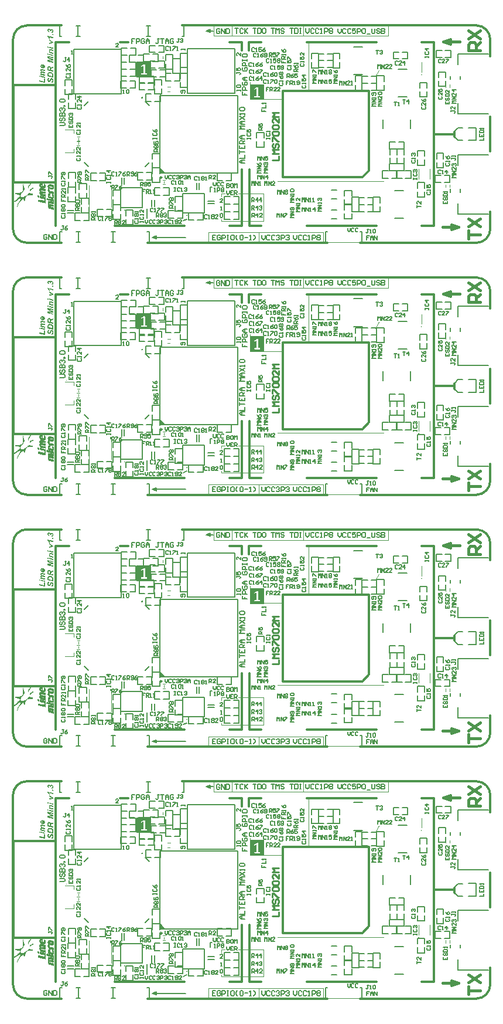
<source format=gto>
G04*
G04 #@! TF.GenerationSoftware,Altium Limited,Altium Designer,19.1.5 (86)*
G04*
G04 Layer_Color=65535*
%FSLAX44Y44*%
%MOMM*%
G71*
G01*
G75*
%ADD11C,0.3090*%
%ADD12C,0.2000*%
%ADD13C,0.3000*%
%ADD54C,0.4000*%
%ADD55C,0.1500*%
%ADD61C,0.1000*%
%ADD63C,0.2500*%
%ADD126C,0.1270*%
%ADD127C,0.0762*%
%ADD128C,0.0254*%
G36*
X52169Y1400121D02*
X52299Y1400110D01*
X52450Y1400088D01*
X52634Y1400034D01*
X52829Y1399969D01*
X53035Y1399872D01*
X53240Y1399742D01*
X53251D01*
X53262Y1399720D01*
X53327Y1399677D01*
X53413Y1399591D01*
X53532Y1399472D01*
X53651Y1399320D01*
X53781Y1399147D01*
X53900Y1398941D01*
X54008Y1398703D01*
Y1398714D01*
X54019Y1398725D01*
X54062Y1398790D01*
X54117Y1398887D01*
X54203Y1398996D01*
X54301Y1399125D01*
X54420Y1399255D01*
X54560Y1399374D01*
X54723Y1399483D01*
X54744Y1399493D01*
X54798Y1399526D01*
X54885Y1399558D01*
X55004Y1399612D01*
X55145Y1399656D01*
X55307Y1399688D01*
X55469Y1399720D01*
X55653Y1399731D01*
X55664D01*
X55696D01*
X55740D01*
X55805Y1399720D01*
X55891Y1399710D01*
X55989Y1399699D01*
X56097Y1399677D01*
X56205Y1399645D01*
X56476Y1399569D01*
X56616Y1399515D01*
X56757Y1399450D01*
X56908Y1399374D01*
X57060Y1399288D01*
X57200Y1399190D01*
X57352Y1399071D01*
X57363Y1399061D01*
X57395Y1399028D01*
X57449Y1398985D01*
X57514Y1398909D01*
X57590Y1398822D01*
X57687Y1398714D01*
X57774Y1398595D01*
X57871Y1398454D01*
X57979Y1398292D01*
X58066Y1398119D01*
X58153Y1397935D01*
X58239Y1397730D01*
X58304Y1397513D01*
X58358Y1397275D01*
X58391Y1397037D01*
X58401Y1396777D01*
Y1396680D01*
X58391Y1396604D01*
X58380Y1396518D01*
X58369Y1396409D01*
X58347Y1396290D01*
X58326Y1396171D01*
X58250Y1395890D01*
X58142Y1395609D01*
X58077Y1395457D01*
X57990Y1395317D01*
X57904Y1395176D01*
X57796Y1395046D01*
X57785Y1395035D01*
X57763Y1395014D01*
X57731Y1394981D01*
X57687Y1394938D01*
X57622Y1394884D01*
X57547Y1394819D01*
X57460Y1394754D01*
X57352Y1394689D01*
X57244Y1394613D01*
X57114Y1394548D01*
X56973Y1394473D01*
X56822Y1394408D01*
X56649Y1394354D01*
X56476Y1394299D01*
X56291Y1394256D01*
X56086Y1394224D01*
X55891Y1395782D01*
X55902D01*
X55924D01*
X55956Y1395793D01*
X55999Y1395804D01*
X56118Y1395825D01*
X56259Y1395858D01*
X56411Y1395901D01*
X56562Y1395955D01*
X56703Y1396031D01*
X56822Y1396117D01*
X56833Y1396128D01*
X56865Y1396161D01*
X56898Y1396225D01*
X56941Y1396301D01*
X56995Y1396399D01*
X57027Y1396507D01*
X57060Y1396637D01*
X57071Y1396788D01*
Y1396810D01*
X57060Y1396886D01*
X57049Y1396983D01*
X57027Y1397113D01*
X56984Y1397254D01*
X56919Y1397405D01*
X56822Y1397567D01*
X56703Y1397708D01*
X56681Y1397719D01*
X56638Y1397762D01*
X56551Y1397827D01*
X56443Y1397892D01*
X56302Y1397957D01*
X56129Y1398022D01*
X55945Y1398065D01*
X55729Y1398076D01*
X55718D01*
X55707D01*
X55642D01*
X55556Y1398065D01*
X55437Y1398043D01*
X55307Y1398000D01*
X55166Y1397957D01*
X55036Y1397881D01*
X54917Y1397784D01*
X54907Y1397773D01*
X54874Y1397730D01*
X54820Y1397665D01*
X54766Y1397578D01*
X54712Y1397459D01*
X54658Y1397329D01*
X54625Y1397167D01*
X54614Y1396994D01*
Y1396918D01*
X54625Y1396842D01*
X54647Y1396745D01*
X53284Y1397015D01*
Y1397070D01*
X53294Y1397124D01*
Y1397254D01*
X53284Y1397297D01*
X53273Y1397416D01*
X53251Y1397556D01*
X53218Y1397719D01*
X53154Y1397881D01*
X53078Y1398033D01*
X52970Y1398173D01*
X52959Y1398184D01*
X52905Y1398227D01*
X52829Y1398281D01*
X52732Y1398346D01*
X52602Y1398411D01*
X52439Y1398465D01*
X52266Y1398509D01*
X52061Y1398519D01*
X52039D01*
X51996D01*
X51920Y1398509D01*
X51834Y1398487D01*
X51725Y1398465D01*
X51617Y1398422D01*
X51520Y1398357D01*
X51422Y1398281D01*
X51411Y1398271D01*
X51390Y1398238D01*
X51347Y1398195D01*
X51303Y1398119D01*
X51260Y1398033D01*
X51217Y1397935D01*
X51195Y1397816D01*
X51184Y1397686D01*
Y1397621D01*
X51195Y1397556D01*
X51217Y1397470D01*
X51249Y1397372D01*
X51293Y1397264D01*
X51357Y1397156D01*
X51444Y1397048D01*
X51455Y1397037D01*
X51498Y1397005D01*
X51563Y1396951D01*
X51650Y1396896D01*
X51769Y1396821D01*
X51920Y1396756D01*
X52104Y1396680D01*
X52320Y1396615D01*
X52028Y1395133D01*
X52017D01*
X51985Y1395143D01*
X51942Y1395165D01*
X51877Y1395187D01*
X51801Y1395208D01*
X51715Y1395252D01*
X51509Y1395338D01*
X51282Y1395446D01*
X51055Y1395576D01*
X50827Y1395739D01*
X50622Y1395912D01*
X50611Y1395923D01*
X50589Y1395944D01*
X50557Y1395988D01*
X50503Y1396052D01*
X50448Y1396128D01*
X50384Y1396215D01*
X50319Y1396323D01*
X50254Y1396431D01*
X50189Y1396561D01*
X50113Y1396712D01*
X50059Y1396864D01*
X50005Y1397026D01*
X49951Y1397210D01*
X49918Y1397394D01*
X49897Y1397589D01*
X49886Y1397794D01*
Y1397903D01*
X49897Y1397978D01*
X49907Y1398076D01*
X49918Y1398184D01*
X49940Y1398314D01*
X49962Y1398444D01*
X50048Y1398725D01*
X50091Y1398866D01*
X50156Y1399017D01*
X50232Y1399158D01*
X50319Y1399288D01*
X50416Y1399418D01*
X50535Y1399537D01*
X50546Y1399547D01*
X50567Y1399558D01*
X50600Y1399591D01*
X50643Y1399634D01*
X50708Y1399677D01*
X50784Y1399720D01*
X50870Y1399775D01*
X50968Y1399839D01*
X51184Y1399948D01*
X51444Y1400034D01*
X51736Y1400110D01*
X51898Y1400121D01*
X52061Y1400132D01*
X52072D01*
X52093D01*
X52126D01*
X52169Y1400121D01*
D02*
G37*
G36*
X58250Y1392547D02*
Y1390934D01*
X56681Y1391248D01*
Y1392860D01*
X58250Y1392547D01*
D02*
G37*
G36*
Y1388110D02*
Y1386476D01*
X52494Y1387677D01*
Y1387667D01*
X52504Y1387656D01*
X52526Y1387623D01*
X52548Y1387591D01*
X52613Y1387483D01*
X52699Y1387342D01*
X52786Y1387169D01*
X52894Y1386963D01*
X52991Y1386747D01*
X53099Y1386498D01*
Y1386487D01*
X53110Y1386465D01*
X53121Y1386433D01*
X53143Y1386390D01*
X53186Y1386260D01*
X53251Y1386109D01*
X53305Y1385925D01*
X53370Y1385719D01*
X53435Y1385513D01*
X53478Y1385319D01*
X52028Y1385621D01*
Y1385632D01*
X52017Y1385643D01*
X52007Y1385676D01*
X51985Y1385719D01*
X51931Y1385827D01*
X51866Y1385968D01*
X51779Y1386141D01*
X51671Y1386346D01*
X51552Y1386574D01*
X51411Y1386812D01*
X51260Y1387072D01*
X51098Y1387342D01*
X50925Y1387612D01*
X50741Y1387883D01*
X50535Y1388154D01*
X50329Y1388402D01*
X50113Y1388651D01*
X49886Y1388878D01*
Y1389863D01*
X58250Y1388110D01*
D02*
G37*
G36*
Y1380958D02*
Y1379551D01*
X52223Y1378350D01*
Y1379952D01*
X54852Y1380374D01*
X54863D01*
X54896Y1380385D01*
X54950Y1380395D01*
X55026Y1380406D01*
X55112Y1380417D01*
X55209Y1380428D01*
X55426Y1380460D01*
X55664Y1380504D01*
X55902Y1380536D01*
X56010Y1380547D01*
X56108Y1380558D01*
X56194Y1380568D01*
X56270Y1380579D01*
X56248Y1380590D01*
X56205Y1380612D01*
X56151Y1380655D01*
X56054Y1380698D01*
X55924Y1380774D01*
X55848Y1380817D01*
X55761Y1380861D01*
X55653Y1380915D01*
X55545Y1380980D01*
X55534D01*
X55512Y1380990D01*
X55480Y1381012D01*
X55448Y1381034D01*
X55339Y1381099D01*
X55209Y1381163D01*
X55069Y1381239D01*
X54950Y1381304D01*
X54842Y1381358D01*
X54798Y1381380D01*
X54766Y1381402D01*
X52223Y1382906D01*
Y1384669D01*
X58250Y1380958D01*
D02*
G37*
G36*
X51401Y1374148D02*
Y1372525D01*
X49929Y1372828D01*
Y1374462D01*
X51401Y1374148D01*
D02*
G37*
G36*
X58250Y1372719D02*
Y1371096D01*
X52223Y1372352D01*
Y1373975D01*
X58250Y1372719D01*
D02*
G37*
G36*
X53792Y1370426D02*
X53922Y1370404D01*
X53998Y1370393D01*
X54084Y1370382D01*
X54182Y1370361D01*
X54290Y1370350D01*
X54409Y1370317D01*
X54549Y1370296D01*
X54690Y1370263D01*
X54852Y1370231D01*
X58250Y1369506D01*
Y1367883D01*
X54842Y1368618D01*
X54831D01*
X54809Y1368629D01*
X54766D01*
X54723Y1368640D01*
X54593Y1368673D01*
X54441Y1368694D01*
X54279Y1368727D01*
X54127Y1368748D01*
X54008Y1368770D01*
X53954Y1368781D01*
X53922D01*
X53911D01*
X53868D01*
X53814Y1368770D01*
X53738Y1368759D01*
X53662Y1368737D01*
X53576Y1368705D01*
X53500Y1368662D01*
X53424Y1368597D01*
X53413Y1368586D01*
X53392Y1368564D01*
X53370Y1368521D01*
X53327Y1368467D01*
X53294Y1368391D01*
X53273Y1368305D01*
X53251Y1368197D01*
X53240Y1368078D01*
Y1368013D01*
X53251Y1367937D01*
X53273Y1367839D01*
X53316Y1367720D01*
X53370Y1367580D01*
X53446Y1367428D01*
X53543Y1367266D01*
X53554Y1367244D01*
X53597Y1367190D01*
X53662Y1367114D01*
X53760Y1367017D01*
X53868Y1366898D01*
X54008Y1366790D01*
X54171Y1366671D01*
X54344Y1366573D01*
X54366Y1366563D01*
X54420Y1366541D01*
X54452Y1366519D01*
X54506Y1366508D01*
X54571Y1366476D01*
X54658Y1366454D01*
X54744Y1366422D01*
X54852Y1366389D01*
X54961Y1366357D01*
X55101Y1366324D01*
X55242Y1366281D01*
X55404Y1366249D01*
X55588Y1366205D01*
X55783Y1366162D01*
X58250Y1365643D01*
Y1364020D01*
X52223Y1365275D01*
Y1366822D01*
X53013Y1366671D01*
X53002Y1366682D01*
X52991Y1366692D01*
X52959Y1366725D01*
X52926Y1366768D01*
X52840Y1366887D01*
X52732Y1367028D01*
X52613Y1367190D01*
X52494Y1367374D01*
X52385Y1367569D01*
X52288Y1367753D01*
Y1367764D01*
X52277Y1367775D01*
X52256Y1367839D01*
X52223Y1367948D01*
X52180Y1368078D01*
X52137Y1368240D01*
X52104Y1368424D01*
X52082Y1368618D01*
X52072Y1368824D01*
Y1368900D01*
X52082Y1368943D01*
Y1369008D01*
X52093Y1369084D01*
X52126Y1369257D01*
X52180Y1369441D01*
X52256Y1369636D01*
X52364Y1369830D01*
X52504Y1370004D01*
X52526Y1370025D01*
X52580Y1370068D01*
X52677Y1370144D01*
X52807Y1370220D01*
X52970Y1370296D01*
X53175Y1370371D01*
X53392Y1370415D01*
X53651Y1370436D01*
X53662D01*
X53716D01*
X53792Y1370426D01*
D02*
G37*
G36*
X51401Y1363825D02*
Y1362202D01*
X49929Y1362505D01*
Y1364139D01*
X51401Y1363825D01*
D02*
G37*
G36*
X58250Y1362397D02*
Y1360774D01*
X52223Y1362029D01*
Y1363652D01*
X58250Y1362397D01*
D02*
G37*
G36*
Y1359086D02*
Y1357538D01*
X51347Y1358978D01*
X58250Y1355894D01*
Y1354271D01*
X51303Y1353957D01*
X58250Y1352648D01*
Y1351100D01*
X49929Y1352832D01*
Y1355277D01*
X55664Y1355537D01*
X49929Y1358144D01*
Y1360601D01*
X58250Y1359086D01*
D02*
G37*
G36*
X42646Y1348664D02*
X42786D01*
X42949Y1348643D01*
X43133Y1348621D01*
X43306Y1348599D01*
X43490Y1348556D01*
Y1344477D01*
X43500D01*
X43544D01*
X43598Y1344466D01*
X43641D01*
X43652D01*
X43663D01*
X43695D01*
X43739Y1344477D01*
X43847Y1344488D01*
X43987Y1344509D01*
X44150Y1344553D01*
X44312Y1344617D01*
X44464Y1344693D01*
X44615Y1344812D01*
X44626Y1344823D01*
X44669Y1344877D01*
X44734Y1344953D01*
X44799Y1345050D01*
X44864Y1345169D01*
X44929Y1345310D01*
X44972Y1345472D01*
X44983Y1345645D01*
Y1345678D01*
X44972Y1345721D01*
Y1345775D01*
X44961Y1345851D01*
X44940Y1345927D01*
X44875Y1346111D01*
X44831Y1346208D01*
X44777Y1346316D01*
X44712Y1346425D01*
X44626Y1346522D01*
X44528Y1346630D01*
X44420Y1346738D01*
X44290Y1346836D01*
X44139Y1346922D01*
X44388Y1348383D01*
X44399D01*
X44431Y1348361D01*
X44474Y1348340D01*
X44528Y1348307D01*
X44604Y1348264D01*
X44691Y1348210D01*
X44886Y1348080D01*
X45102Y1347918D01*
X45318Y1347712D01*
X45535Y1347496D01*
X45719Y1347236D01*
Y1347225D01*
X45740Y1347204D01*
X45762Y1347160D01*
X45784Y1347106D01*
X45816Y1347041D01*
X45859Y1346965D01*
X45892Y1346868D01*
X45935Y1346771D01*
X46011Y1346533D01*
X46087Y1346262D01*
X46130Y1345970D01*
X46151Y1345645D01*
Y1345526D01*
X46141Y1345440D01*
X46130Y1345342D01*
X46108Y1345223D01*
X46087Y1345083D01*
X46054Y1344942D01*
X46011Y1344791D01*
X45968Y1344628D01*
X45903Y1344455D01*
X45827Y1344293D01*
X45740Y1344131D01*
X45632Y1343968D01*
X45513Y1343817D01*
X45383Y1343665D01*
X45373Y1343654D01*
X45351Y1343633D01*
X45307Y1343600D01*
X45243Y1343546D01*
X45167Y1343492D01*
X45069Y1343427D01*
X44961Y1343362D01*
X44842Y1343287D01*
X44702Y1343222D01*
X44550Y1343146D01*
X44377Y1343081D01*
X44204Y1343027D01*
X44009Y1342973D01*
X43804Y1342940D01*
X43576Y1342919D01*
X43349Y1342908D01*
X43338D01*
X43295D01*
X43230D01*
X43143Y1342919D01*
X43035Y1342930D01*
X42905Y1342940D01*
X42765Y1342962D01*
X42602Y1342994D01*
X42440Y1343027D01*
X42256Y1343070D01*
X42072Y1343135D01*
X41888Y1343200D01*
X41694Y1343276D01*
X41510Y1343362D01*
X41315Y1343470D01*
X41131Y1343589D01*
X41120Y1343600D01*
X41077Y1343633D01*
X41012Y1343687D01*
X40925Y1343763D01*
X40828Y1343860D01*
X40720Y1343979D01*
X40601Y1344109D01*
X40471Y1344271D01*
X40352Y1344455D01*
X40233Y1344650D01*
X40125Y1344866D01*
X40027Y1345115D01*
X39941Y1345364D01*
X39876Y1345645D01*
X39832Y1345948D01*
X39822Y1346262D01*
Y1346370D01*
X39832Y1346446D01*
X39843Y1346543D01*
X39854Y1346641D01*
X39876Y1346771D01*
X39908Y1346901D01*
X39995Y1347171D01*
X40049Y1347323D01*
X40114Y1347463D01*
X40189Y1347615D01*
X40287Y1347755D01*
X40395Y1347885D01*
X40514Y1348015D01*
X40525Y1348026D01*
X40547Y1348047D01*
X40590Y1348080D01*
X40644Y1348123D01*
X40709Y1348167D01*
X40795Y1348221D01*
X40893Y1348286D01*
X41012Y1348351D01*
X41142Y1348405D01*
X41282Y1348470D01*
X41434Y1348524D01*
X41607Y1348578D01*
X41791Y1348610D01*
X41996Y1348643D01*
X42202Y1348664D01*
X42429Y1348675D01*
X42440D01*
X42451D01*
X42483D01*
X42527D01*
X42646Y1348664D01*
D02*
G37*
G36*
X41391Y1342021D02*
X41499Y1342010D01*
X41650Y1341988D01*
X41834Y1341956D01*
X42061Y1341912D01*
X42332Y1341858D01*
X46000Y1341068D01*
Y1339445D01*
X42321Y1340224D01*
X42310D01*
X42289Y1340235D01*
X42256D01*
X42213Y1340246D01*
X42105Y1340268D01*
X41964Y1340300D01*
X41834Y1340322D01*
X41704Y1340343D01*
X41607Y1340365D01*
X41564Y1340376D01*
X41542D01*
X41531D01*
X41499D01*
X41455Y1340365D01*
X41401Y1340354D01*
X41272Y1340311D01*
X41207Y1340278D01*
X41142Y1340224D01*
X41131Y1340214D01*
X41120Y1340192D01*
X41098Y1340159D01*
X41066Y1340116D01*
X41034Y1340051D01*
X41012Y1339965D01*
X41001Y1339878D01*
X40990Y1339770D01*
Y1339705D01*
X41001Y1339662D01*
X41023Y1339554D01*
X41066Y1339402D01*
X41153Y1339229D01*
X41196Y1339142D01*
X41261Y1339045D01*
X41336Y1338958D01*
X41423Y1338861D01*
X41520Y1338764D01*
X41639Y1338677D01*
X41661Y1338666D01*
X41694Y1338645D01*
X41726Y1338623D01*
X41780Y1338591D01*
X41845Y1338547D01*
X41932Y1338515D01*
X42018Y1338472D01*
X42126Y1338428D01*
X42245Y1338374D01*
X42375Y1338331D01*
X42527Y1338277D01*
X42689Y1338223D01*
X42862Y1338179D01*
X43057Y1338125D01*
X43273Y1338082D01*
X46000Y1337509D01*
Y1335885D01*
X42354Y1336643D01*
X42343D01*
X42321Y1336654D01*
X42299D01*
X42256Y1336664D01*
X42148Y1336686D01*
X42018Y1336708D01*
X41877Y1336729D01*
X41748Y1336751D01*
X41629Y1336773D01*
X41542D01*
X41531D01*
X41499D01*
X41455Y1336762D01*
X41401Y1336751D01*
X41347Y1336729D01*
X41272Y1336708D01*
X41217Y1336664D01*
X41153Y1336610D01*
X41142Y1336600D01*
X41131Y1336578D01*
X41098Y1336546D01*
X41066Y1336491D01*
X41044Y1336426D01*
X41012Y1336351D01*
X41001Y1336264D01*
X40990Y1336167D01*
Y1336124D01*
X41001Y1336069D01*
X41012Y1335994D01*
X41034Y1335918D01*
X41055Y1335820D01*
X41098Y1335723D01*
X41153Y1335615D01*
X41163Y1335604D01*
X41185Y1335572D01*
X41217Y1335517D01*
X41272Y1335453D01*
X41336Y1335366D01*
X41412Y1335290D01*
X41499Y1335204D01*
X41596Y1335117D01*
X41607Y1335106D01*
X41650Y1335085D01*
X41704Y1335041D01*
X41791Y1334987D01*
X41888Y1334933D01*
X42007Y1334868D01*
X42148Y1334814D01*
X42310Y1334749D01*
X42321D01*
X42354Y1334738D01*
X42418Y1334717D01*
X42505Y1334695D01*
X42624Y1334673D01*
X42786Y1334630D01*
X42884Y1334609D01*
X42992Y1334587D01*
X43111Y1334565D01*
X43241Y1334533D01*
X46000Y1333949D01*
Y1332325D01*
X39973Y1333581D01*
Y1335117D01*
X40709Y1334966D01*
X40698Y1334977D01*
X40666Y1335009D01*
X40622Y1335052D01*
X40568Y1335117D01*
X40503Y1335204D01*
X40427Y1335301D01*
X40352Y1335409D01*
X40265Y1335539D01*
X40179Y1335669D01*
X40103Y1335820D01*
X39962Y1336134D01*
X39908Y1336307D01*
X39854Y1336481D01*
X39832Y1336664D01*
X39822Y1336848D01*
Y1336967D01*
X39832Y1337086D01*
X39854Y1337238D01*
X39897Y1337411D01*
X39941Y1337584D01*
X40016Y1337757D01*
X40114Y1337909D01*
X40125Y1337930D01*
X40168Y1337963D01*
X40233Y1338028D01*
X40319Y1338104D01*
X40427Y1338179D01*
X40568Y1338266D01*
X40720Y1338331D01*
X40904Y1338374D01*
X40893D01*
X40882Y1338385D01*
X40828Y1338428D01*
X40741Y1338504D01*
X40633Y1338601D01*
X40514Y1338731D01*
X40384Y1338883D01*
X40254Y1339067D01*
X40135Y1339272D01*
Y1339283D01*
X40125Y1339305D01*
X40103Y1339326D01*
X40081Y1339380D01*
X40038Y1339489D01*
X39973Y1339651D01*
X39919Y1339835D01*
X39865Y1340040D01*
X39832Y1340268D01*
X39822Y1340495D01*
Y1340560D01*
X39832Y1340614D01*
Y1340679D01*
X39843Y1340744D01*
X39876Y1340906D01*
X39919Y1341090D01*
X39995Y1341274D01*
X40092Y1341458D01*
X40222Y1341620D01*
X40244Y1341642D01*
X40298Y1341685D01*
X40373Y1341750D01*
X40493Y1341826D01*
X40644Y1341902D01*
X40817Y1341967D01*
X41023Y1342010D01*
X41250Y1342031D01*
X41261D01*
X41315D01*
X41391Y1342021D01*
D02*
G37*
G36*
X52288Y1346132D02*
X52385Y1346122D01*
X52483Y1346111D01*
X52602Y1346089D01*
X52732Y1346067D01*
X53013Y1345992D01*
X53154Y1345938D01*
X53305Y1345873D01*
X53446Y1345797D01*
X53597Y1345721D01*
X53738Y1345613D01*
X53868Y1345505D01*
X53879Y1345494D01*
X53900Y1345472D01*
X53933Y1345440D01*
X53976Y1345386D01*
X54030Y1345321D01*
X54095Y1345234D01*
X54160Y1345137D01*
X54225Y1345029D01*
X54301Y1344899D01*
X54376Y1344758D01*
X54452Y1344596D01*
X54517Y1344423D01*
X54582Y1344239D01*
X54636Y1344033D01*
X54679Y1343817D01*
X54723Y1343579D01*
X54733Y1343589D01*
X54777Y1343633D01*
X54842Y1343698D01*
X54928Y1343784D01*
X55036Y1343882D01*
X55177Y1343990D01*
X55328Y1344098D01*
X55502Y1344206D01*
X55512Y1344217D01*
X55545Y1344228D01*
X55599Y1344260D01*
X55686Y1344304D01*
X55783Y1344358D01*
X55902Y1344423D01*
X56043Y1344498D01*
X56205Y1344574D01*
X56400Y1344672D01*
X56605Y1344769D01*
X56822Y1344866D01*
X57071Y1344985D01*
X57341Y1345104D01*
X57622Y1345223D01*
X57925Y1345353D01*
X58250Y1345483D01*
Y1343644D01*
X58239D01*
X58218Y1343633D01*
X58174Y1343622D01*
X58120Y1343600D01*
X58044Y1343568D01*
X57947Y1343535D01*
X57839Y1343492D01*
X57709Y1343449D01*
X57568Y1343395D01*
X57406Y1343330D01*
X57222Y1343254D01*
X57027Y1343178D01*
X56811Y1343092D01*
X56573Y1342994D01*
X56324Y1342886D01*
X56054Y1342767D01*
X56043D01*
X56021Y1342756D01*
X55978Y1342735D01*
X55924Y1342702D01*
X55859Y1342670D01*
X55783Y1342637D01*
X55610Y1342540D01*
X55437Y1342432D01*
X55253Y1342302D01*
X55090Y1342172D01*
X55026Y1342096D01*
X54971Y1342021D01*
X54961Y1342010D01*
X54939Y1341977D01*
X54917Y1341912D01*
X54885Y1341826D01*
X54852Y1341707D01*
X54820Y1341555D01*
X54809Y1341382D01*
X54798Y1341166D01*
Y1340473D01*
X58250Y1339748D01*
Y1338039D01*
X49929Y1339770D01*
Y1343633D01*
X49940Y1343709D01*
Y1343795D01*
X49951Y1344012D01*
X49983Y1344250D01*
X50016Y1344498D01*
X50070Y1344736D01*
X50135Y1344953D01*
Y1344964D01*
X50146Y1344975D01*
X50178Y1345040D01*
X50221Y1345137D01*
X50297Y1345256D01*
X50394Y1345397D01*
X50513Y1345537D01*
X50665Y1345678D01*
X50849Y1345808D01*
X50860D01*
X50870Y1345818D01*
X50903Y1345840D01*
X50946Y1345862D01*
X51055Y1345916D01*
X51206Y1345981D01*
X51390Y1346035D01*
X51606Y1346089D01*
X51844Y1346132D01*
X52115Y1346143D01*
X52126D01*
X52158D01*
X52212D01*
X52288Y1346132D01*
D02*
G37*
G36*
X39151Y1332196D02*
Y1330573D01*
X37679Y1330876D01*
Y1332509D01*
X39151Y1332196D01*
D02*
G37*
G36*
X53608Y1337552D02*
X53727D01*
X53868Y1337541D01*
X54019Y1337519D01*
X54182Y1337498D01*
X54366Y1337465D01*
X54560Y1337433D01*
X54961Y1337346D01*
X55372Y1337216D01*
X55577Y1337130D01*
X55772Y1337043D01*
X55783Y1337032D01*
X55815Y1337022D01*
X55869Y1336989D01*
X55945Y1336946D01*
X56032Y1336902D01*
X56129Y1336838D01*
X56248Y1336762D01*
X56367Y1336686D01*
X56638Y1336502D01*
X56908Y1336275D01*
X57179Y1336026D01*
X57428Y1335745D01*
Y1335734D01*
X57449Y1335712D01*
X57471Y1335680D01*
X57503Y1335636D01*
X57547Y1335582D01*
X57590Y1335507D01*
X57644Y1335420D01*
X57698Y1335334D01*
X57752Y1335225D01*
X57806Y1335106D01*
X57925Y1334847D01*
X58034Y1334544D01*
X58131Y1334208D01*
Y1334187D01*
X58142Y1334154D01*
X58153Y1334111D01*
X58163Y1334057D01*
Y1333981D01*
X58174Y1333895D01*
X58185Y1333808D01*
X58196Y1333700D01*
X58207Y1333570D01*
X58218Y1333440D01*
X58228Y1333289D01*
X58239Y1333126D01*
Y1332953D01*
X58250Y1332769D01*
Y1329631D01*
X49929Y1331362D01*
Y1334122D01*
X49940Y1334317D01*
Y1334522D01*
X49951Y1334609D01*
Y1334760D01*
X49962Y1334814D01*
Y1334836D01*
X49972Y1334901D01*
X49983Y1334998D01*
X50005Y1335128D01*
X50037Y1335269D01*
X50081Y1335420D01*
X50124Y1335582D01*
X50178Y1335734D01*
X50189Y1335756D01*
X50210Y1335799D01*
X50243Y1335885D01*
X50286Y1335983D01*
X50351Y1336102D01*
X50427Y1336221D01*
X50513Y1336351D01*
X50622Y1336481D01*
X50633Y1336491D01*
X50676Y1336535D01*
X50730Y1336600D01*
X50816Y1336675D01*
X50914Y1336773D01*
X51033Y1336859D01*
X51163Y1336957D01*
X51314Y1337054D01*
X51336Y1337065D01*
X51390Y1337097D01*
X51466Y1337141D01*
X51585Y1337195D01*
X51715Y1337249D01*
X51877Y1337314D01*
X52050Y1337368D01*
X52245Y1337422D01*
X52256D01*
X52266Y1337433D01*
X52299D01*
X52331Y1337444D01*
X52439Y1337465D01*
X52580Y1337498D01*
X52753Y1337519D01*
X52948Y1337541D01*
X53154Y1337552D01*
X53381Y1337563D01*
X53392D01*
X53446D01*
X53511D01*
X53608Y1337552D01*
D02*
G37*
G36*
X46000Y1330767D02*
Y1329144D01*
X39973Y1330399D01*
Y1332023D01*
X46000Y1330767D01*
D02*
G37*
G36*
Y1328051D02*
Y1322100D01*
X37679Y1323831D01*
Y1325552D01*
X44615Y1324102D01*
Y1328344D01*
X46000Y1328051D01*
D02*
G37*
G36*
X52364Y1327597D02*
X52353D01*
X52342D01*
X52310Y1327586D01*
X52266D01*
X52158Y1327554D01*
X52028Y1327521D01*
X51877Y1327467D01*
X51725Y1327391D01*
X51585Y1327294D01*
X51455Y1327164D01*
X51444Y1327142D01*
X51401Y1327099D01*
X51347Y1327013D01*
X51293Y1326894D01*
X51228Y1326731D01*
X51184Y1326547D01*
X51141Y1326331D01*
X51130Y1326071D01*
Y1325952D01*
X51141Y1325833D01*
X51163Y1325682D01*
X51195Y1325520D01*
X51238Y1325346D01*
X51303Y1325195D01*
X51390Y1325065D01*
X51401Y1325054D01*
X51433Y1325022D01*
X51487Y1324968D01*
X51563Y1324913D01*
X51650Y1324859D01*
X51758Y1324805D01*
X51877Y1324773D01*
X52017Y1324762D01*
X52028D01*
X52072D01*
X52147Y1324773D01*
X52223Y1324794D01*
X52320Y1324827D01*
X52418Y1324881D01*
X52515Y1324946D01*
X52613Y1325033D01*
X52623Y1325043D01*
X52656Y1325087D01*
X52710Y1325173D01*
X52742Y1325227D01*
X52786Y1325292D01*
X52829Y1325368D01*
X52872Y1325455D01*
X52926Y1325563D01*
X52991Y1325671D01*
X53045Y1325801D01*
X53110Y1325941D01*
X53186Y1326093D01*
X53262Y1326266D01*
X53273Y1326288D01*
X53294Y1326331D01*
X53327Y1326407D01*
X53370Y1326493D01*
X53413Y1326612D01*
X53478Y1326742D01*
X53543Y1326883D01*
X53619Y1327034D01*
X53781Y1327348D01*
X53954Y1327640D01*
X54030Y1327781D01*
X54117Y1327900D01*
X54192Y1328008D01*
X54268Y1328095D01*
X54279Y1328105D01*
X54290Y1328116D01*
X54322Y1328149D01*
X54376Y1328192D01*
X54430Y1328235D01*
X54495Y1328279D01*
X54571Y1328333D01*
X54668Y1328398D01*
X54874Y1328506D01*
X55134Y1328593D01*
X55415Y1328668D01*
X55577Y1328679D01*
X55740Y1328690D01*
X55750D01*
X55783D01*
X55848Y1328679D01*
X55924D01*
X56021Y1328668D01*
X56129Y1328647D01*
X56248Y1328614D01*
X56389Y1328582D01*
X56530Y1328538D01*
X56681Y1328473D01*
X56843Y1328409D01*
X56995Y1328322D01*
X57157Y1328225D01*
X57319Y1328105D01*
X57471Y1327965D01*
X57622Y1327813D01*
X57633Y1327803D01*
X57655Y1327770D01*
X57698Y1327727D01*
X57741Y1327651D01*
X57806Y1327565D01*
X57871Y1327456D01*
X57936Y1327327D01*
X58012Y1327186D01*
X58088Y1327023D01*
X58153Y1326840D01*
X58218Y1326634D01*
X58282Y1326418D01*
X58326Y1326190D01*
X58369Y1325941D01*
X58391Y1325671D01*
X58401Y1325390D01*
Y1325281D01*
X58391Y1325206D01*
Y1325119D01*
X58380Y1325011D01*
X58369Y1324892D01*
X58358Y1324751D01*
X58315Y1324470D01*
X58250Y1324156D01*
X58163Y1323831D01*
X58044Y1323528D01*
Y1323518D01*
X58023Y1323496D01*
X58012Y1323453D01*
X57979Y1323399D01*
X57947Y1323334D01*
X57893Y1323258D01*
X57785Y1323096D01*
X57644Y1322912D01*
X57471Y1322728D01*
X57276Y1322555D01*
X57168Y1322479D01*
X57049Y1322414D01*
X57038D01*
X57017Y1322403D01*
X56984Y1322382D01*
X56930Y1322360D01*
X56876Y1322338D01*
X56800Y1322317D01*
X56714Y1322284D01*
X56616Y1322252D01*
X56400Y1322198D01*
X56151Y1322154D01*
X55869Y1322122D01*
X55567D01*
X55480Y1323756D01*
X55491D01*
X55512D01*
X55556D01*
X55610Y1323767D01*
X55740Y1323777D01*
X55902Y1323799D01*
X56086Y1323831D01*
X56259Y1323875D01*
X56411Y1323940D01*
X56486Y1323972D01*
X56540Y1324015D01*
X56562Y1324037D01*
X56605Y1324091D01*
X56638Y1324135D01*
X56681Y1324189D01*
X56714Y1324254D01*
X56757Y1324329D01*
X56800Y1324416D01*
X56833Y1324524D01*
X56876Y1324632D01*
X56908Y1324762D01*
X56930Y1324903D01*
X56952Y1325054D01*
X56973Y1325217D01*
Y1325541D01*
X56962Y1325606D01*
Y1325693D01*
X56941Y1325866D01*
X56898Y1326071D01*
X56854Y1326277D01*
X56778Y1326461D01*
X56735Y1326547D01*
X56681Y1326623D01*
X56670Y1326645D01*
X56627Y1326688D01*
X56562Y1326742D01*
X56476Y1326818D01*
X56367Y1326883D01*
X56237Y1326948D01*
X56097Y1326991D01*
X55945Y1327002D01*
X55924D01*
X55880D01*
X55815Y1326991D01*
X55729Y1326959D01*
X55631Y1326926D01*
X55523Y1326872D01*
X55415Y1326796D01*
X55318Y1326688D01*
X55307Y1326677D01*
X55285Y1326645D01*
X55242Y1326569D01*
X55209Y1326515D01*
X55177Y1326461D01*
X55134Y1326385D01*
X55090Y1326299D01*
X55036Y1326201D01*
X54982Y1326093D01*
X54928Y1325974D01*
X54863Y1325833D01*
X54788Y1325671D01*
X54712Y1325498D01*
Y1325487D01*
X54690Y1325455D01*
X54668Y1325411D01*
X54636Y1325336D01*
X54604Y1325260D01*
X54560Y1325173D01*
X54463Y1324957D01*
X54355Y1324730D01*
X54236Y1324491D01*
X54117Y1324275D01*
X54062Y1324167D01*
X54008Y1324080D01*
X53998Y1324059D01*
X53954Y1324005D01*
X53900Y1323929D01*
X53814Y1323831D01*
X53706Y1323712D01*
X53586Y1323593D01*
X53446Y1323485D01*
X53284Y1323377D01*
X53262Y1323366D01*
X53208Y1323334D01*
X53110Y1323301D01*
X52980Y1323258D01*
X52829Y1323204D01*
X52645Y1323171D01*
X52439Y1323139D01*
X52223Y1323128D01*
X52212D01*
X52180D01*
X52126D01*
X52050Y1323139D01*
X51963Y1323150D01*
X51855Y1323171D01*
X51736Y1323193D01*
X51606Y1323226D01*
X51476Y1323258D01*
X51336Y1323312D01*
X51195Y1323377D01*
X51044Y1323453D01*
X50903Y1323539D01*
X50752Y1323637D01*
X50611Y1323756D01*
X50481Y1323886D01*
X50470Y1323896D01*
X50448Y1323918D01*
X50416Y1323961D01*
X50373Y1324026D01*
X50319Y1324102D01*
X50254Y1324199D01*
X50200Y1324318D01*
X50124Y1324448D01*
X50059Y1324589D01*
X50005Y1324751D01*
X49940Y1324935D01*
X49886Y1325130D01*
X49843Y1325346D01*
X49810Y1325574D01*
X49788Y1325822D01*
X49778Y1326082D01*
Y1326223D01*
X49788Y1326320D01*
X49799Y1326450D01*
X49810Y1326591D01*
X49832Y1326753D01*
X49864Y1326915D01*
X49951Y1327283D01*
X50005Y1327478D01*
X50070Y1327662D01*
X50146Y1327846D01*
X50243Y1328030D01*
X50351Y1328192D01*
X50470Y1328354D01*
X50481Y1328365D01*
X50503Y1328387D01*
X50535Y1328430D01*
X50589Y1328484D01*
X50665Y1328538D01*
X50741Y1328614D01*
X50838Y1328690D01*
X50957Y1328766D01*
X51076Y1328841D01*
X51217Y1328928D01*
X51368Y1328993D01*
X51531Y1329069D01*
X51704Y1329123D01*
X51888Y1329177D01*
X52093Y1329220D01*
X52299Y1329242D01*
X52364Y1327597D01*
D02*
G37*
G36*
X219308Y1191950D02*
X212500D01*
Y1198758D01*
X219308Y1191950D01*
D02*
G37*
G36*
X142250Y1172350D02*
X140250D01*
Y1174350D01*
X142250D01*
Y1172350D01*
D02*
G37*
G36*
X52169Y1036421D02*
X52299Y1036410D01*
X52450Y1036388D01*
X52634Y1036334D01*
X52829Y1036269D01*
X53035Y1036172D01*
X53240Y1036042D01*
X53251D01*
X53262Y1036021D01*
X53327Y1035977D01*
X53413Y1035891D01*
X53532Y1035772D01*
X53651Y1035620D01*
X53781Y1035447D01*
X53900Y1035241D01*
X54008Y1035003D01*
Y1035014D01*
X54019Y1035025D01*
X54062Y1035090D01*
X54117Y1035187D01*
X54203Y1035295D01*
X54301Y1035425D01*
X54420Y1035555D01*
X54560Y1035674D01*
X54723Y1035782D01*
X54744Y1035793D01*
X54798Y1035826D01*
X54885Y1035858D01*
X55004Y1035912D01*
X55145Y1035956D01*
X55307Y1035988D01*
X55469Y1036021D01*
X55653Y1036031D01*
X55664D01*
X55696D01*
X55740D01*
X55805Y1036021D01*
X55891Y1036010D01*
X55989Y1035999D01*
X56097Y1035977D01*
X56205Y1035945D01*
X56476Y1035869D01*
X56616Y1035815D01*
X56757Y1035750D01*
X56908Y1035674D01*
X57060Y1035588D01*
X57200Y1035490D01*
X57352Y1035371D01*
X57363Y1035360D01*
X57395Y1035328D01*
X57449Y1035285D01*
X57514Y1035209D01*
X57590Y1035122D01*
X57687Y1035014D01*
X57774Y1034895D01*
X57871Y1034754D01*
X57979Y1034592D01*
X58066Y1034419D01*
X58153Y1034235D01*
X58239Y1034029D01*
X58304Y1033813D01*
X58358Y1033575D01*
X58391Y1033337D01*
X58401Y1033077D01*
Y1032980D01*
X58391Y1032904D01*
X58380Y1032818D01*
X58369Y1032709D01*
X58347Y1032590D01*
X58326Y1032471D01*
X58250Y1032190D01*
X58142Y1031909D01*
X58077Y1031757D01*
X57990Y1031617D01*
X57904Y1031476D01*
X57796Y1031346D01*
X57785Y1031335D01*
X57763Y1031314D01*
X57731Y1031281D01*
X57687Y1031238D01*
X57622Y1031184D01*
X57547Y1031119D01*
X57460Y1031054D01*
X57352Y1030989D01*
X57244Y1030913D01*
X57114Y1030848D01*
X56973Y1030773D01*
X56822Y1030708D01*
X56649Y1030654D01*
X56476Y1030599D01*
X56291Y1030556D01*
X56086Y1030524D01*
X55891Y1032082D01*
X55902D01*
X55924D01*
X55956Y1032093D01*
X55999Y1032104D01*
X56118Y1032125D01*
X56259Y1032158D01*
X56411Y1032201D01*
X56562Y1032255D01*
X56703Y1032331D01*
X56822Y1032417D01*
X56833Y1032428D01*
X56865Y1032460D01*
X56898Y1032525D01*
X56941Y1032601D01*
X56995Y1032699D01*
X57027Y1032807D01*
X57060Y1032937D01*
X57071Y1033088D01*
Y1033110D01*
X57060Y1033186D01*
X57049Y1033283D01*
X57027Y1033413D01*
X56984Y1033553D01*
X56919Y1033705D01*
X56822Y1033867D01*
X56703Y1034008D01*
X56681Y1034019D01*
X56638Y1034062D01*
X56551Y1034127D01*
X56443Y1034192D01*
X56302Y1034257D01*
X56129Y1034322D01*
X55945Y1034365D01*
X55729Y1034376D01*
X55718D01*
X55707D01*
X55642D01*
X55556Y1034365D01*
X55437Y1034343D01*
X55307Y1034300D01*
X55166Y1034257D01*
X55036Y1034181D01*
X54917Y1034084D01*
X54907Y1034073D01*
X54874Y1034029D01*
X54820Y1033965D01*
X54766Y1033878D01*
X54712Y1033759D01*
X54658Y1033629D01*
X54625Y1033467D01*
X54614Y1033294D01*
Y1033218D01*
X54625Y1033142D01*
X54647Y1033045D01*
X53284Y1033315D01*
Y1033370D01*
X53294Y1033424D01*
Y1033553D01*
X53284Y1033597D01*
X53273Y1033716D01*
X53251Y1033856D01*
X53218Y1034019D01*
X53154Y1034181D01*
X53078Y1034333D01*
X52970Y1034473D01*
X52959Y1034484D01*
X52905Y1034527D01*
X52829Y1034581D01*
X52732Y1034646D01*
X52602Y1034711D01*
X52439Y1034765D01*
X52266Y1034809D01*
X52061Y1034819D01*
X52039D01*
X51996D01*
X51920Y1034809D01*
X51834Y1034787D01*
X51725Y1034765D01*
X51617Y1034722D01*
X51520Y1034657D01*
X51422Y1034581D01*
X51411Y1034570D01*
X51390Y1034538D01*
X51347Y1034495D01*
X51303Y1034419D01*
X51260Y1034333D01*
X51217Y1034235D01*
X51195Y1034116D01*
X51184Y1033986D01*
Y1033921D01*
X51195Y1033856D01*
X51217Y1033770D01*
X51249Y1033672D01*
X51293Y1033564D01*
X51357Y1033456D01*
X51444Y1033348D01*
X51455Y1033337D01*
X51498Y1033305D01*
X51563Y1033250D01*
X51650Y1033196D01*
X51769Y1033121D01*
X51920Y1033056D01*
X52104Y1032980D01*
X52320Y1032915D01*
X52028Y1031433D01*
X52017D01*
X51985Y1031443D01*
X51942Y1031465D01*
X51877Y1031487D01*
X51801Y1031508D01*
X51715Y1031552D01*
X51509Y1031638D01*
X51282Y1031746D01*
X51055Y1031876D01*
X50827Y1032039D01*
X50622Y1032212D01*
X50611Y1032223D01*
X50589Y1032244D01*
X50557Y1032287D01*
X50503Y1032352D01*
X50448Y1032428D01*
X50384Y1032515D01*
X50319Y1032623D01*
X50254Y1032731D01*
X50189Y1032861D01*
X50113Y1033012D01*
X50059Y1033164D01*
X50005Y1033326D01*
X49951Y1033510D01*
X49918Y1033694D01*
X49897Y1033889D01*
X49886Y1034094D01*
Y1034203D01*
X49897Y1034278D01*
X49907Y1034376D01*
X49918Y1034484D01*
X49940Y1034614D01*
X49962Y1034744D01*
X50048Y1035025D01*
X50091Y1035166D01*
X50156Y1035317D01*
X50232Y1035458D01*
X50319Y1035588D01*
X50416Y1035717D01*
X50535Y1035836D01*
X50546Y1035847D01*
X50567Y1035858D01*
X50600Y1035891D01*
X50643Y1035934D01*
X50708Y1035977D01*
X50784Y1036021D01*
X50870Y1036075D01*
X50968Y1036140D01*
X51184Y1036248D01*
X51444Y1036334D01*
X51736Y1036410D01*
X51898Y1036421D01*
X52061Y1036432D01*
X52072D01*
X52093D01*
X52126D01*
X52169Y1036421D01*
D02*
G37*
G36*
X58250Y1028847D02*
Y1027234D01*
X56681Y1027548D01*
Y1029160D01*
X58250Y1028847D01*
D02*
G37*
G36*
Y1024410D02*
Y1022776D01*
X52494Y1023977D01*
Y1023967D01*
X52504Y1023956D01*
X52526Y1023923D01*
X52548Y1023891D01*
X52613Y1023783D01*
X52699Y1023642D01*
X52786Y1023469D01*
X52894Y1023263D01*
X52991Y1023047D01*
X53099Y1022798D01*
Y1022787D01*
X53110Y1022766D01*
X53121Y1022733D01*
X53143Y1022690D01*
X53186Y1022560D01*
X53251Y1022408D01*
X53305Y1022224D01*
X53370Y1022019D01*
X53435Y1021813D01*
X53478Y1021618D01*
X52028Y1021921D01*
Y1021932D01*
X52017Y1021943D01*
X52007Y1021976D01*
X51985Y1022019D01*
X51931Y1022127D01*
X51866Y1022268D01*
X51779Y1022441D01*
X51671Y1022646D01*
X51552Y1022874D01*
X51411Y1023112D01*
X51260Y1023371D01*
X51098Y1023642D01*
X50925Y1023912D01*
X50741Y1024183D01*
X50535Y1024454D01*
X50329Y1024702D01*
X50113Y1024951D01*
X49886Y1025178D01*
Y1026163D01*
X58250Y1024410D01*
D02*
G37*
G36*
Y1017258D02*
Y1015851D01*
X52223Y1014650D01*
Y1016252D01*
X54852Y1016674D01*
X54863D01*
X54896Y1016684D01*
X54950Y1016695D01*
X55026Y1016706D01*
X55112Y1016717D01*
X55209Y1016728D01*
X55426Y1016760D01*
X55664Y1016803D01*
X55902Y1016836D01*
X56010Y1016847D01*
X56108Y1016858D01*
X56194Y1016868D01*
X56270Y1016879D01*
X56248Y1016890D01*
X56205Y1016912D01*
X56151Y1016955D01*
X56054Y1016998D01*
X55924Y1017074D01*
X55848Y1017117D01*
X55761Y1017160D01*
X55653Y1017215D01*
X55545Y1017280D01*
X55534D01*
X55512Y1017290D01*
X55480Y1017312D01*
X55448Y1017334D01*
X55339Y1017399D01*
X55209Y1017464D01*
X55069Y1017539D01*
X54950Y1017604D01*
X54842Y1017658D01*
X54798Y1017680D01*
X54766Y1017701D01*
X52223Y1019206D01*
Y1020969D01*
X58250Y1017258D01*
D02*
G37*
G36*
X51401Y1010448D02*
Y1008825D01*
X49929Y1009128D01*
Y1010761D01*
X51401Y1010448D01*
D02*
G37*
G36*
X58250Y1009019D02*
Y1007396D01*
X52223Y1008651D01*
Y1010275D01*
X58250Y1009019D01*
D02*
G37*
G36*
X53792Y1006725D02*
X53922Y1006704D01*
X53998Y1006693D01*
X54084Y1006682D01*
X54182Y1006661D01*
X54290Y1006650D01*
X54409Y1006617D01*
X54549Y1006596D01*
X54690Y1006563D01*
X54852Y1006531D01*
X58250Y1005806D01*
Y1004183D01*
X54842Y1004918D01*
X54831D01*
X54809Y1004929D01*
X54766D01*
X54723Y1004940D01*
X54593Y1004973D01*
X54441Y1004994D01*
X54279Y1005027D01*
X54127Y1005048D01*
X54008Y1005070D01*
X53954Y1005081D01*
X53922D01*
X53911D01*
X53868D01*
X53814Y1005070D01*
X53738Y1005059D01*
X53662Y1005037D01*
X53576Y1005005D01*
X53500Y1004962D01*
X53424Y1004897D01*
X53413Y1004886D01*
X53392Y1004864D01*
X53370Y1004821D01*
X53327Y1004767D01*
X53294Y1004691D01*
X53273Y1004605D01*
X53251Y1004496D01*
X53240Y1004377D01*
Y1004313D01*
X53251Y1004237D01*
X53273Y1004139D01*
X53316Y1004020D01*
X53370Y1003880D01*
X53446Y1003728D01*
X53543Y1003566D01*
X53554Y1003544D01*
X53597Y1003490D01*
X53662Y1003414D01*
X53760Y1003317D01*
X53868Y1003198D01*
X54008Y1003090D01*
X54171Y1002971D01*
X54344Y1002873D01*
X54366Y1002862D01*
X54420Y1002841D01*
X54452Y1002819D01*
X54506Y1002808D01*
X54571Y1002776D01*
X54658Y1002754D01*
X54744Y1002722D01*
X54852Y1002689D01*
X54961Y1002657D01*
X55101Y1002625D01*
X55242Y1002581D01*
X55404Y1002549D01*
X55588Y1002505D01*
X55783Y1002462D01*
X58250Y1001943D01*
Y1000320D01*
X52223Y1001575D01*
Y1003122D01*
X53013Y1002971D01*
X53002Y1002982D01*
X52991Y1002992D01*
X52959Y1003025D01*
X52926Y1003068D01*
X52840Y1003187D01*
X52732Y1003328D01*
X52613Y1003490D01*
X52494Y1003674D01*
X52385Y1003869D01*
X52288Y1004053D01*
Y1004064D01*
X52277Y1004074D01*
X52256Y1004139D01*
X52223Y1004248D01*
X52180Y1004377D01*
X52137Y1004540D01*
X52104Y1004724D01*
X52082Y1004918D01*
X52072Y1005124D01*
Y1005200D01*
X52082Y1005243D01*
Y1005308D01*
X52093Y1005384D01*
X52126Y1005557D01*
X52180Y1005741D01*
X52256Y1005936D01*
X52364Y1006130D01*
X52504Y1006303D01*
X52526Y1006325D01*
X52580Y1006368D01*
X52677Y1006444D01*
X52807Y1006520D01*
X52970Y1006596D01*
X53175Y1006671D01*
X53392Y1006715D01*
X53651Y1006736D01*
X53662D01*
X53716D01*
X53792Y1006725D01*
D02*
G37*
G36*
X51401Y1000125D02*
Y998502D01*
X49929Y998805D01*
Y1000439D01*
X51401Y1000125D01*
D02*
G37*
G36*
X58250Y998697D02*
Y997074D01*
X52223Y998329D01*
Y999952D01*
X58250Y998697D01*
D02*
G37*
G36*
Y995386D02*
Y993838D01*
X51347Y995277D01*
X58250Y992194D01*
Y990571D01*
X51303Y990257D01*
X58250Y988948D01*
Y987400D01*
X49929Y989131D01*
Y991577D01*
X55664Y991836D01*
X49929Y994444D01*
Y996900D01*
X58250Y995386D01*
D02*
G37*
G36*
X42646Y984964D02*
X42786D01*
X42949Y984943D01*
X43133Y984921D01*
X43306Y984899D01*
X43490Y984856D01*
Y980777D01*
X43500D01*
X43544D01*
X43598Y980766D01*
X43641D01*
X43652D01*
X43663D01*
X43695D01*
X43739Y980777D01*
X43847Y980788D01*
X43987Y980809D01*
X44150Y980853D01*
X44312Y980917D01*
X44464Y980993D01*
X44615Y981112D01*
X44626Y981123D01*
X44669Y981177D01*
X44734Y981253D01*
X44799Y981350D01*
X44864Y981469D01*
X44929Y981610D01*
X44972Y981772D01*
X44983Y981945D01*
Y981978D01*
X44972Y982021D01*
Y982075D01*
X44961Y982151D01*
X44940Y982227D01*
X44875Y982411D01*
X44831Y982508D01*
X44777Y982616D01*
X44712Y982724D01*
X44626Y982822D01*
X44528Y982930D01*
X44420Y983038D01*
X44290Y983136D01*
X44139Y983222D01*
X44388Y984683D01*
X44399D01*
X44431Y984661D01*
X44474Y984640D01*
X44528Y984607D01*
X44604Y984564D01*
X44691Y984510D01*
X44886Y984380D01*
X45102Y984218D01*
X45318Y984012D01*
X45535Y983796D01*
X45719Y983536D01*
Y983525D01*
X45740Y983503D01*
X45762Y983460D01*
X45784Y983406D01*
X45816Y983341D01*
X45859Y983265D01*
X45892Y983168D01*
X45935Y983071D01*
X46011Y982833D01*
X46087Y982562D01*
X46130Y982270D01*
X46151Y981945D01*
Y981826D01*
X46141Y981740D01*
X46130Y981642D01*
X46108Y981523D01*
X46087Y981383D01*
X46054Y981242D01*
X46011Y981090D01*
X45968Y980928D01*
X45903Y980755D01*
X45827Y980593D01*
X45740Y980431D01*
X45632Y980268D01*
X45513Y980117D01*
X45383Y979965D01*
X45373Y979954D01*
X45351Y979933D01*
X45307Y979900D01*
X45243Y979846D01*
X45167Y979792D01*
X45069Y979727D01*
X44961Y979662D01*
X44842Y979586D01*
X44702Y979522D01*
X44550Y979446D01*
X44377Y979381D01*
X44204Y979327D01*
X44009Y979273D01*
X43804Y979240D01*
X43576Y979219D01*
X43349Y979208D01*
X43338D01*
X43295D01*
X43230D01*
X43143Y979219D01*
X43035Y979229D01*
X42905Y979240D01*
X42765Y979262D01*
X42602Y979294D01*
X42440Y979327D01*
X42256Y979370D01*
X42072Y979435D01*
X41888Y979500D01*
X41694Y979576D01*
X41510Y979662D01*
X41315Y979771D01*
X41131Y979890D01*
X41120Y979900D01*
X41077Y979933D01*
X41012Y979987D01*
X40925Y980063D01*
X40828Y980160D01*
X40720Y980279D01*
X40601Y980409D01*
X40471Y980571D01*
X40352Y980755D01*
X40233Y980950D01*
X40125Y981166D01*
X40027Y981415D01*
X39941Y981664D01*
X39876Y981945D01*
X39832Y982248D01*
X39822Y982562D01*
Y982670D01*
X39832Y982746D01*
X39843Y982843D01*
X39854Y982941D01*
X39876Y983071D01*
X39908Y983201D01*
X39995Y983471D01*
X40049Y983623D01*
X40114Y983763D01*
X40189Y983915D01*
X40287Y984055D01*
X40395Y984185D01*
X40514Y984315D01*
X40525Y984326D01*
X40547Y984348D01*
X40590Y984380D01*
X40644Y984423D01*
X40709Y984466D01*
X40795Y984521D01*
X40893Y984585D01*
X41012Y984650D01*
X41142Y984705D01*
X41282Y984770D01*
X41434Y984824D01*
X41607Y984878D01*
X41791Y984910D01*
X41996Y984943D01*
X42202Y984964D01*
X42429Y984975D01*
X42440D01*
X42451D01*
X42483D01*
X42527D01*
X42646Y984964D01*
D02*
G37*
G36*
X41391Y978320D02*
X41499Y978310D01*
X41650Y978288D01*
X41834Y978256D01*
X42061Y978212D01*
X42332Y978158D01*
X46000Y977368D01*
Y975745D01*
X42321Y976524D01*
X42310D01*
X42289Y976535D01*
X42256D01*
X42213Y976546D01*
X42105Y976568D01*
X41964Y976600D01*
X41834Y976622D01*
X41704Y976643D01*
X41607Y976665D01*
X41564Y976676D01*
X41542D01*
X41531D01*
X41499D01*
X41455Y976665D01*
X41401Y976654D01*
X41272Y976611D01*
X41207Y976578D01*
X41142Y976524D01*
X41131Y976514D01*
X41120Y976492D01*
X41098Y976459D01*
X41066Y976416D01*
X41034Y976351D01*
X41012Y976265D01*
X41001Y976178D01*
X40990Y976070D01*
Y976005D01*
X41001Y975962D01*
X41023Y975854D01*
X41066Y975702D01*
X41153Y975529D01*
X41196Y975442D01*
X41261Y975345D01*
X41336Y975258D01*
X41423Y975161D01*
X41520Y975064D01*
X41639Y974977D01*
X41661Y974966D01*
X41694Y974945D01*
X41726Y974923D01*
X41780Y974891D01*
X41845Y974847D01*
X41932Y974815D01*
X42018Y974771D01*
X42126Y974728D01*
X42245Y974674D01*
X42375Y974631D01*
X42527Y974577D01*
X42689Y974523D01*
X42862Y974479D01*
X43057Y974425D01*
X43273Y974382D01*
X46000Y973808D01*
Y972185D01*
X42354Y972943D01*
X42343D01*
X42321Y972954D01*
X42299D01*
X42256Y972964D01*
X42148Y972986D01*
X42018Y973008D01*
X41877Y973029D01*
X41748Y973051D01*
X41629Y973073D01*
X41542D01*
X41531D01*
X41499D01*
X41455Y973062D01*
X41401Y973051D01*
X41347Y973029D01*
X41272Y973008D01*
X41217Y972964D01*
X41153Y972910D01*
X41142Y972899D01*
X41131Y972878D01*
X41098Y972845D01*
X41066Y972791D01*
X41044Y972726D01*
X41012Y972651D01*
X41001Y972564D01*
X40990Y972467D01*
Y972423D01*
X41001Y972369D01*
X41012Y972294D01*
X41034Y972218D01*
X41055Y972120D01*
X41098Y972023D01*
X41153Y971915D01*
X41163Y971904D01*
X41185Y971872D01*
X41217Y971817D01*
X41272Y971752D01*
X41336Y971666D01*
X41412Y971590D01*
X41499Y971504D01*
X41596Y971417D01*
X41607Y971406D01*
X41650Y971385D01*
X41704Y971341D01*
X41791Y971287D01*
X41888Y971233D01*
X42007Y971168D01*
X42148Y971114D01*
X42310Y971049D01*
X42321D01*
X42354Y971038D01*
X42418Y971017D01*
X42505Y970995D01*
X42624Y970974D01*
X42786Y970930D01*
X42884Y970909D01*
X42992Y970887D01*
X43111Y970865D01*
X43241Y970833D01*
X46000Y970248D01*
Y968625D01*
X39973Y969881D01*
Y971417D01*
X40709Y971266D01*
X40698Y971276D01*
X40666Y971309D01*
X40622Y971352D01*
X40568Y971417D01*
X40503Y971504D01*
X40427Y971601D01*
X40352Y971709D01*
X40265Y971839D01*
X40179Y971969D01*
X40103Y972120D01*
X39962Y972434D01*
X39908Y972607D01*
X39854Y972781D01*
X39832Y972964D01*
X39822Y973148D01*
Y973267D01*
X39832Y973386D01*
X39854Y973538D01*
X39897Y973711D01*
X39941Y973884D01*
X40016Y974057D01*
X40114Y974209D01*
X40125Y974230D01*
X40168Y974263D01*
X40233Y974328D01*
X40319Y974404D01*
X40427Y974479D01*
X40568Y974566D01*
X40720Y974631D01*
X40904Y974674D01*
X40893D01*
X40882Y974685D01*
X40828Y974728D01*
X40741Y974804D01*
X40633Y974901D01*
X40514Y975031D01*
X40384Y975183D01*
X40254Y975367D01*
X40135Y975572D01*
Y975583D01*
X40125Y975605D01*
X40103Y975626D01*
X40081Y975680D01*
X40038Y975788D01*
X39973Y975951D01*
X39919Y976135D01*
X39865Y976340D01*
X39832Y976568D01*
X39822Y976795D01*
Y976860D01*
X39832Y976914D01*
Y976979D01*
X39843Y977044D01*
X39876Y977206D01*
X39919Y977390D01*
X39995Y977574D01*
X40092Y977758D01*
X40222Y977920D01*
X40244Y977942D01*
X40298Y977985D01*
X40373Y978050D01*
X40493Y978126D01*
X40644Y978202D01*
X40817Y978266D01*
X41023Y978310D01*
X41250Y978331D01*
X41261D01*
X41315D01*
X41391Y978320D01*
D02*
G37*
G36*
X52288Y982432D02*
X52385Y982421D01*
X52483Y982411D01*
X52602Y982389D01*
X52732Y982367D01*
X53013Y982292D01*
X53154Y982237D01*
X53305Y982173D01*
X53446Y982097D01*
X53597Y982021D01*
X53738Y981913D01*
X53868Y981805D01*
X53879Y981794D01*
X53900Y981772D01*
X53933Y981740D01*
X53976Y981686D01*
X54030Y981621D01*
X54095Y981534D01*
X54160Y981437D01*
X54225Y981329D01*
X54301Y981199D01*
X54376Y981058D01*
X54452Y980896D01*
X54517Y980723D01*
X54582Y980539D01*
X54636Y980333D01*
X54679Y980117D01*
X54723Y979879D01*
X54733Y979890D01*
X54777Y979933D01*
X54842Y979998D01*
X54928Y980084D01*
X55036Y980182D01*
X55177Y980290D01*
X55328Y980398D01*
X55502Y980506D01*
X55512Y980517D01*
X55545Y980528D01*
X55599Y980560D01*
X55686Y980604D01*
X55783Y980658D01*
X55902Y980723D01*
X56043Y980798D01*
X56205Y980874D01*
X56400Y980972D01*
X56605Y981069D01*
X56822Y981166D01*
X57071Y981285D01*
X57341Y981404D01*
X57622Y981523D01*
X57925Y981653D01*
X58250Y981783D01*
Y979944D01*
X58239D01*
X58218Y979933D01*
X58174Y979922D01*
X58120Y979900D01*
X58044Y979868D01*
X57947Y979835D01*
X57839Y979792D01*
X57709Y979749D01*
X57568Y979695D01*
X57406Y979630D01*
X57222Y979554D01*
X57027Y979478D01*
X56811Y979392D01*
X56573Y979294D01*
X56324Y979186D01*
X56054Y979067D01*
X56043D01*
X56021Y979056D01*
X55978Y979035D01*
X55924Y979002D01*
X55859Y978970D01*
X55783Y978937D01*
X55610Y978840D01*
X55437Y978732D01*
X55253Y978602D01*
X55090Y978472D01*
X55026Y978396D01*
X54971Y978320D01*
X54961Y978310D01*
X54939Y978277D01*
X54917Y978212D01*
X54885Y978126D01*
X54852Y978007D01*
X54820Y977855D01*
X54809Y977682D01*
X54798Y977466D01*
Y976773D01*
X58250Y976048D01*
Y974339D01*
X49929Y976070D01*
Y979933D01*
X49940Y980008D01*
Y980095D01*
X49951Y980312D01*
X49983Y980549D01*
X50016Y980798D01*
X50070Y981036D01*
X50135Y981253D01*
Y981264D01*
X50146Y981274D01*
X50178Y981339D01*
X50221Y981437D01*
X50297Y981556D01*
X50394Y981696D01*
X50513Y981837D01*
X50665Y981978D01*
X50849Y982108D01*
X50860D01*
X50870Y982119D01*
X50903Y982140D01*
X50946Y982162D01*
X51055Y982216D01*
X51206Y982281D01*
X51390Y982335D01*
X51606Y982389D01*
X51844Y982432D01*
X52115Y982443D01*
X52126D01*
X52158D01*
X52212D01*
X52288Y982432D01*
D02*
G37*
G36*
X39151Y968496D02*
Y966872D01*
X37679Y967176D01*
Y968809D01*
X39151Y968496D01*
D02*
G37*
G36*
X53608Y973852D02*
X53727D01*
X53868Y973841D01*
X54019Y973819D01*
X54182Y973798D01*
X54366Y973765D01*
X54560Y973733D01*
X54961Y973646D01*
X55372Y973516D01*
X55577Y973430D01*
X55772Y973343D01*
X55783Y973332D01*
X55815Y973322D01*
X55869Y973289D01*
X55945Y973246D01*
X56032Y973203D01*
X56129Y973138D01*
X56248Y973062D01*
X56367Y972986D01*
X56638Y972802D01*
X56908Y972575D01*
X57179Y972326D01*
X57428Y972045D01*
Y972034D01*
X57449Y972012D01*
X57471Y971980D01*
X57503Y971936D01*
X57547Y971882D01*
X57590Y971807D01*
X57644Y971720D01*
X57698Y971634D01*
X57752Y971525D01*
X57806Y971406D01*
X57925Y971147D01*
X58034Y970844D01*
X58131Y970508D01*
Y970487D01*
X58142Y970454D01*
X58153Y970411D01*
X58163Y970357D01*
Y970281D01*
X58174Y970194D01*
X58185Y970108D01*
X58196Y970000D01*
X58207Y969870D01*
X58218Y969740D01*
X58228Y969588D01*
X58239Y969426D01*
Y969253D01*
X58250Y969069D01*
Y965931D01*
X49929Y967662D01*
Y970422D01*
X49940Y970616D01*
Y970822D01*
X49951Y970909D01*
Y971060D01*
X49962Y971114D01*
Y971136D01*
X49972Y971201D01*
X49983Y971298D01*
X50005Y971428D01*
X50037Y971569D01*
X50081Y971720D01*
X50124Y971882D01*
X50178Y972034D01*
X50189Y972056D01*
X50210Y972099D01*
X50243Y972185D01*
X50286Y972283D01*
X50351Y972402D01*
X50427Y972521D01*
X50513Y972651D01*
X50622Y972781D01*
X50633Y972791D01*
X50676Y972835D01*
X50730Y972899D01*
X50816Y972975D01*
X50914Y973073D01*
X51033Y973159D01*
X51163Y973257D01*
X51314Y973354D01*
X51336Y973365D01*
X51390Y973397D01*
X51466Y973440D01*
X51585Y973495D01*
X51715Y973549D01*
X51877Y973614D01*
X52050Y973668D01*
X52245Y973722D01*
X52256D01*
X52266Y973733D01*
X52299D01*
X52331Y973744D01*
X52439Y973765D01*
X52580Y973798D01*
X52753Y973819D01*
X52948Y973841D01*
X53154Y973852D01*
X53381Y973863D01*
X53392D01*
X53446D01*
X53511D01*
X53608Y973852D01*
D02*
G37*
G36*
X46000Y967067D02*
Y965444D01*
X39973Y966699D01*
Y968323D01*
X46000Y967067D01*
D02*
G37*
G36*
Y964351D02*
Y958400D01*
X37679Y960131D01*
Y961852D01*
X44615Y960402D01*
Y964643D01*
X46000Y964351D01*
D02*
G37*
G36*
X52364Y963897D02*
X52353D01*
X52342D01*
X52310Y963886D01*
X52266D01*
X52158Y963854D01*
X52028Y963821D01*
X51877Y963767D01*
X51725Y963691D01*
X51585Y963594D01*
X51455Y963464D01*
X51444Y963443D01*
X51401Y963399D01*
X51347Y963313D01*
X51293Y963194D01*
X51228Y963031D01*
X51184Y962847D01*
X51141Y962631D01*
X51130Y962371D01*
Y962252D01*
X51141Y962133D01*
X51163Y961982D01*
X51195Y961819D01*
X51238Y961646D01*
X51303Y961495D01*
X51390Y961365D01*
X51401Y961354D01*
X51433Y961322D01*
X51487Y961268D01*
X51563Y961214D01*
X51650Y961159D01*
X51758Y961105D01*
X51877Y961073D01*
X52017Y961062D01*
X52028D01*
X52072D01*
X52147Y961073D01*
X52223Y961094D01*
X52320Y961127D01*
X52418Y961181D01*
X52515Y961246D01*
X52613Y961332D01*
X52623Y961343D01*
X52656Y961387D01*
X52710Y961473D01*
X52742Y961527D01*
X52786Y961592D01*
X52829Y961668D01*
X52872Y961755D01*
X52926Y961863D01*
X52991Y961971D01*
X53045Y962101D01*
X53110Y962241D01*
X53186Y962393D01*
X53262Y962566D01*
X53273Y962588D01*
X53294Y962631D01*
X53327Y962707D01*
X53370Y962793D01*
X53413Y962912D01*
X53478Y963042D01*
X53543Y963183D01*
X53619Y963334D01*
X53781Y963648D01*
X53954Y963940D01*
X54030Y964081D01*
X54117Y964200D01*
X54192Y964308D01*
X54268Y964395D01*
X54279Y964406D01*
X54290Y964416D01*
X54322Y964449D01*
X54376Y964492D01*
X54430Y964535D01*
X54495Y964579D01*
X54571Y964633D01*
X54668Y964698D01*
X54874Y964806D01*
X55134Y964892D01*
X55415Y964968D01*
X55577Y964979D01*
X55740Y964990D01*
X55750D01*
X55783D01*
X55848Y964979D01*
X55924D01*
X56021Y964968D01*
X56129Y964947D01*
X56248Y964914D01*
X56389Y964882D01*
X56530Y964838D01*
X56681Y964773D01*
X56843Y964708D01*
X56995Y964622D01*
X57157Y964525D01*
X57319Y964406D01*
X57471Y964265D01*
X57622Y964113D01*
X57633Y964102D01*
X57655Y964070D01*
X57698Y964027D01*
X57741Y963951D01*
X57806Y963865D01*
X57871Y963756D01*
X57936Y963626D01*
X58012Y963486D01*
X58088Y963323D01*
X58153Y963139D01*
X58218Y962934D01*
X58282Y962718D01*
X58326Y962490D01*
X58369Y962241D01*
X58391Y961971D01*
X58401Y961690D01*
Y961581D01*
X58391Y961506D01*
Y961419D01*
X58380Y961311D01*
X58369Y961192D01*
X58358Y961051D01*
X58315Y960770D01*
X58250Y960456D01*
X58163Y960131D01*
X58044Y959828D01*
Y959818D01*
X58023Y959796D01*
X58012Y959753D01*
X57979Y959699D01*
X57947Y959634D01*
X57893Y959558D01*
X57785Y959396D01*
X57644Y959212D01*
X57471Y959028D01*
X57276Y958855D01*
X57168Y958779D01*
X57049Y958714D01*
X57038D01*
X57017Y958703D01*
X56984Y958681D01*
X56930Y958660D01*
X56876Y958638D01*
X56800Y958617D01*
X56714Y958584D01*
X56616Y958552D01*
X56400Y958497D01*
X56151Y958454D01*
X55869Y958422D01*
X55567D01*
X55480Y960056D01*
X55491D01*
X55512D01*
X55556D01*
X55610Y960067D01*
X55740Y960077D01*
X55902Y960099D01*
X56086Y960131D01*
X56259Y960175D01*
X56411Y960240D01*
X56486Y960272D01*
X56540Y960315D01*
X56562Y960337D01*
X56605Y960391D01*
X56638Y960434D01*
X56681Y960489D01*
X56714Y960553D01*
X56757Y960629D01*
X56800Y960716D01*
X56833Y960824D01*
X56876Y960932D01*
X56908Y961062D01*
X56930Y961203D01*
X56952Y961354D01*
X56973Y961516D01*
Y961841D01*
X56962Y961906D01*
Y961992D01*
X56941Y962166D01*
X56898Y962371D01*
X56854Y962577D01*
X56778Y962761D01*
X56735Y962847D01*
X56681Y962923D01*
X56670Y962945D01*
X56627Y962988D01*
X56562Y963042D01*
X56476Y963118D01*
X56367Y963183D01*
X56237Y963248D01*
X56097Y963291D01*
X55945Y963302D01*
X55924D01*
X55880D01*
X55815Y963291D01*
X55729Y963259D01*
X55631Y963226D01*
X55523Y963172D01*
X55415Y963096D01*
X55318Y962988D01*
X55307Y962977D01*
X55285Y962945D01*
X55242Y962869D01*
X55209Y962815D01*
X55177Y962761D01*
X55134Y962685D01*
X55090Y962598D01*
X55036Y962501D01*
X54982Y962393D01*
X54928Y962274D01*
X54863Y962133D01*
X54788Y961971D01*
X54712Y961798D01*
Y961787D01*
X54690Y961755D01*
X54668Y961711D01*
X54636Y961636D01*
X54604Y961560D01*
X54560Y961473D01*
X54463Y961257D01*
X54355Y961030D01*
X54236Y960791D01*
X54117Y960575D01*
X54062Y960467D01*
X54008Y960380D01*
X53998Y960359D01*
X53954Y960305D01*
X53900Y960229D01*
X53814Y960131D01*
X53706Y960012D01*
X53586Y959893D01*
X53446Y959785D01*
X53284Y959677D01*
X53262Y959666D01*
X53208Y959634D01*
X53110Y959601D01*
X52980Y959558D01*
X52829Y959504D01*
X52645Y959471D01*
X52439Y959439D01*
X52223Y959428D01*
X52212D01*
X52180D01*
X52126D01*
X52050Y959439D01*
X51963Y959450D01*
X51855Y959471D01*
X51736Y959493D01*
X51606Y959526D01*
X51476Y959558D01*
X51336Y959612D01*
X51195Y959677D01*
X51044Y959753D01*
X50903Y959839D01*
X50752Y959937D01*
X50611Y960056D01*
X50481Y960185D01*
X50470Y960196D01*
X50448Y960218D01*
X50416Y960261D01*
X50373Y960326D01*
X50319Y960402D01*
X50254Y960499D01*
X50200Y960618D01*
X50124Y960748D01*
X50059Y960889D01*
X50005Y961051D01*
X49940Y961235D01*
X49886Y961430D01*
X49843Y961646D01*
X49810Y961873D01*
X49788Y962122D01*
X49778Y962382D01*
Y962523D01*
X49788Y962620D01*
X49799Y962750D01*
X49810Y962891D01*
X49832Y963053D01*
X49864Y963215D01*
X49951Y963583D01*
X50005Y963778D01*
X50070Y963962D01*
X50146Y964146D01*
X50243Y964330D01*
X50351Y964492D01*
X50470Y964654D01*
X50481Y964665D01*
X50503Y964687D01*
X50535Y964730D01*
X50589Y964784D01*
X50665Y964838D01*
X50741Y964914D01*
X50838Y964990D01*
X50957Y965066D01*
X51076Y965141D01*
X51217Y965228D01*
X51368Y965293D01*
X51531Y965368D01*
X51704Y965423D01*
X51888Y965477D01*
X52093Y965520D01*
X52299Y965542D01*
X52364Y963897D01*
D02*
G37*
G36*
X219308Y828250D02*
X212500D01*
Y835058D01*
X219308Y828250D01*
D02*
G37*
G36*
X142250Y808650D02*
X140250D01*
Y810650D01*
X142250D01*
Y808650D01*
D02*
G37*
G36*
X52169Y672721D02*
X52299Y672710D01*
X52450Y672688D01*
X52634Y672634D01*
X52829Y672569D01*
X53035Y672472D01*
X53240Y672342D01*
X53251D01*
X53262Y672320D01*
X53327Y672277D01*
X53413Y672191D01*
X53532Y672072D01*
X53651Y671920D01*
X53781Y671747D01*
X53900Y671541D01*
X54008Y671303D01*
Y671314D01*
X54019Y671325D01*
X54062Y671390D01*
X54117Y671487D01*
X54203Y671595D01*
X54301Y671725D01*
X54420Y671855D01*
X54560Y671974D01*
X54723Y672082D01*
X54744Y672093D01*
X54798Y672126D01*
X54885Y672158D01*
X55004Y672212D01*
X55145Y672255D01*
X55307Y672288D01*
X55469Y672320D01*
X55653Y672331D01*
X55664D01*
X55696D01*
X55740D01*
X55805Y672320D01*
X55891Y672310D01*
X55989Y672299D01*
X56097Y672277D01*
X56205Y672245D01*
X56476Y672169D01*
X56616Y672115D01*
X56757Y672050D01*
X56908Y671974D01*
X57060Y671888D01*
X57200Y671790D01*
X57352Y671671D01*
X57363Y671660D01*
X57395Y671628D01*
X57449Y671585D01*
X57514Y671509D01*
X57590Y671422D01*
X57687Y671314D01*
X57774Y671195D01*
X57871Y671054D01*
X57979Y670892D01*
X58066Y670719D01*
X58153Y670535D01*
X58239Y670329D01*
X58304Y670113D01*
X58358Y669875D01*
X58391Y669637D01*
X58401Y669377D01*
Y669280D01*
X58391Y669204D01*
X58380Y669118D01*
X58369Y669009D01*
X58347Y668890D01*
X58326Y668771D01*
X58250Y668490D01*
X58142Y668209D01*
X58077Y668057D01*
X57990Y667916D01*
X57904Y667776D01*
X57796Y667646D01*
X57785Y667635D01*
X57763Y667614D01*
X57731Y667581D01*
X57687Y667538D01*
X57622Y667484D01*
X57547Y667419D01*
X57460Y667354D01*
X57352Y667289D01*
X57244Y667213D01*
X57114Y667148D01*
X56973Y667073D01*
X56822Y667008D01*
X56649Y666954D01*
X56476Y666899D01*
X56291Y666856D01*
X56086Y666824D01*
X55891Y668382D01*
X55902D01*
X55924D01*
X55956Y668393D01*
X55999Y668403D01*
X56118Y668425D01*
X56259Y668457D01*
X56411Y668501D01*
X56562Y668555D01*
X56703Y668631D01*
X56822Y668717D01*
X56833Y668728D01*
X56865Y668761D01*
X56898Y668825D01*
X56941Y668901D01*
X56995Y668998D01*
X57027Y669107D01*
X57060Y669237D01*
X57071Y669388D01*
Y669410D01*
X57060Y669485D01*
X57049Y669583D01*
X57027Y669713D01*
X56984Y669853D01*
X56919Y670005D01*
X56822Y670167D01*
X56703Y670308D01*
X56681Y670319D01*
X56638Y670362D01*
X56551Y670427D01*
X56443Y670492D01*
X56302Y670557D01*
X56129Y670622D01*
X55945Y670665D01*
X55729Y670676D01*
X55718D01*
X55707D01*
X55642D01*
X55556Y670665D01*
X55437Y670643D01*
X55307Y670600D01*
X55166Y670557D01*
X55036Y670481D01*
X54917Y670384D01*
X54907Y670373D01*
X54874Y670329D01*
X54820Y670265D01*
X54766Y670178D01*
X54712Y670059D01*
X54658Y669929D01*
X54625Y669767D01*
X54614Y669594D01*
Y669518D01*
X54625Y669442D01*
X54647Y669345D01*
X53284Y669615D01*
Y669669D01*
X53294Y669724D01*
Y669853D01*
X53284Y669897D01*
X53273Y670016D01*
X53251Y670156D01*
X53218Y670319D01*
X53154Y670481D01*
X53078Y670632D01*
X52970Y670773D01*
X52959Y670784D01*
X52905Y670827D01*
X52829Y670881D01*
X52732Y670946D01*
X52602Y671011D01*
X52439Y671065D01*
X52266Y671108D01*
X52061Y671119D01*
X52039D01*
X51996D01*
X51920Y671108D01*
X51834Y671087D01*
X51725Y671065D01*
X51617Y671022D01*
X51520Y670957D01*
X51422Y670881D01*
X51411Y670871D01*
X51390Y670838D01*
X51347Y670795D01*
X51303Y670719D01*
X51260Y670632D01*
X51217Y670535D01*
X51195Y670416D01*
X51184Y670286D01*
Y670221D01*
X51195Y670156D01*
X51217Y670070D01*
X51249Y669972D01*
X51293Y669864D01*
X51357Y669756D01*
X51444Y669648D01*
X51455Y669637D01*
X51498Y669604D01*
X51563Y669550D01*
X51650Y669496D01*
X51769Y669420D01*
X51920Y669356D01*
X52104Y669280D01*
X52320Y669215D01*
X52028Y667732D01*
X52017D01*
X51985Y667743D01*
X51942Y667765D01*
X51877Y667787D01*
X51801Y667808D01*
X51715Y667852D01*
X51509Y667938D01*
X51282Y668046D01*
X51055Y668176D01*
X50827Y668338D01*
X50622Y668512D01*
X50611Y668522D01*
X50589Y668544D01*
X50557Y668587D01*
X50503Y668652D01*
X50448Y668728D01*
X50384Y668815D01*
X50319Y668923D01*
X50254Y669031D01*
X50189Y669161D01*
X50113Y669312D01*
X50059Y669464D01*
X50005Y669626D01*
X49951Y669810D01*
X49918Y669994D01*
X49897Y670189D01*
X49886Y670394D01*
Y670503D01*
X49897Y670578D01*
X49907Y670676D01*
X49918Y670784D01*
X49940Y670914D01*
X49962Y671044D01*
X50048Y671325D01*
X50091Y671466D01*
X50156Y671617D01*
X50232Y671758D01*
X50319Y671888D01*
X50416Y672017D01*
X50535Y672137D01*
X50546Y672147D01*
X50567Y672158D01*
X50600Y672191D01*
X50643Y672234D01*
X50708Y672277D01*
X50784Y672320D01*
X50870Y672374D01*
X50968Y672439D01*
X51184Y672548D01*
X51444Y672634D01*
X51736Y672710D01*
X51898Y672721D01*
X52061Y672732D01*
X52072D01*
X52093D01*
X52126D01*
X52169Y672721D01*
D02*
G37*
G36*
X58250Y665146D02*
Y663534D01*
X56681Y663848D01*
Y665460D01*
X58250Y665146D01*
D02*
G37*
G36*
Y660710D02*
Y659076D01*
X52494Y660277D01*
Y660266D01*
X52504Y660256D01*
X52526Y660223D01*
X52548Y660191D01*
X52613Y660082D01*
X52699Y659942D01*
X52786Y659769D01*
X52894Y659563D01*
X52991Y659347D01*
X53099Y659098D01*
Y659087D01*
X53110Y659065D01*
X53121Y659033D01*
X53143Y658990D01*
X53186Y658860D01*
X53251Y658708D01*
X53305Y658524D01*
X53370Y658319D01*
X53435Y658113D01*
X53478Y657918D01*
X52028Y658221D01*
Y658232D01*
X52017Y658243D01*
X52007Y658276D01*
X51985Y658319D01*
X51931Y658427D01*
X51866Y658568D01*
X51779Y658741D01*
X51671Y658946D01*
X51552Y659174D01*
X51411Y659412D01*
X51260Y659671D01*
X51098Y659942D01*
X50925Y660212D01*
X50741Y660483D01*
X50535Y660753D01*
X50329Y661002D01*
X50113Y661251D01*
X49886Y661478D01*
Y662463D01*
X58250Y660710D01*
D02*
G37*
G36*
Y653558D02*
Y652151D01*
X52223Y650950D01*
Y652551D01*
X54852Y652973D01*
X54863D01*
X54896Y652984D01*
X54950Y652995D01*
X55026Y653006D01*
X55112Y653017D01*
X55209Y653028D01*
X55426Y653060D01*
X55664Y653103D01*
X55902Y653136D01*
X56010Y653147D01*
X56108Y653158D01*
X56194Y653168D01*
X56270Y653179D01*
X56248Y653190D01*
X56205Y653212D01*
X56151Y653255D01*
X56054Y653298D01*
X55924Y653374D01*
X55848Y653417D01*
X55761Y653460D01*
X55653Y653514D01*
X55545Y653579D01*
X55534D01*
X55512Y653590D01*
X55480Y653612D01*
X55448Y653634D01*
X55339Y653699D01*
X55209Y653763D01*
X55069Y653839D01*
X54950Y653904D01*
X54842Y653958D01*
X54798Y653980D01*
X54766Y654001D01*
X52223Y655506D01*
Y657269D01*
X58250Y653558D01*
D02*
G37*
G36*
X51401Y646748D02*
Y645125D01*
X49929Y645427D01*
Y647061D01*
X51401Y646748D01*
D02*
G37*
G36*
X58250Y645319D02*
Y643696D01*
X52223Y644951D01*
Y646574D01*
X58250Y645319D01*
D02*
G37*
G36*
X53792Y643025D02*
X53922Y643004D01*
X53998Y642993D01*
X54084Y642982D01*
X54182Y642960D01*
X54290Y642950D01*
X54409Y642917D01*
X54549Y642896D01*
X54690Y642863D01*
X54852Y642831D01*
X58250Y642106D01*
Y640483D01*
X54842Y641218D01*
X54831D01*
X54809Y641229D01*
X54766D01*
X54723Y641240D01*
X54593Y641273D01*
X54441Y641294D01*
X54279Y641327D01*
X54127Y641348D01*
X54008Y641370D01*
X53954Y641381D01*
X53922D01*
X53911D01*
X53868D01*
X53814Y641370D01*
X53738Y641359D01*
X53662Y641337D01*
X53576Y641305D01*
X53500Y641262D01*
X53424Y641197D01*
X53413Y641186D01*
X53392Y641164D01*
X53370Y641121D01*
X53327Y641067D01*
X53294Y640991D01*
X53273Y640905D01*
X53251Y640796D01*
X53240Y640677D01*
Y640612D01*
X53251Y640537D01*
X53273Y640439D01*
X53316Y640320D01*
X53370Y640180D01*
X53446Y640028D01*
X53543Y639866D01*
X53554Y639844D01*
X53597Y639790D01*
X53662Y639714D01*
X53760Y639617D01*
X53868Y639498D01*
X54008Y639390D01*
X54171Y639271D01*
X54344Y639173D01*
X54366Y639162D01*
X54420Y639141D01*
X54452Y639119D01*
X54506Y639108D01*
X54571Y639076D01*
X54658Y639054D01*
X54744Y639022D01*
X54852Y638989D01*
X54961Y638957D01*
X55101Y638924D01*
X55242Y638881D01*
X55404Y638849D01*
X55588Y638805D01*
X55783Y638762D01*
X58250Y638243D01*
Y636620D01*
X52223Y637875D01*
Y639422D01*
X53013Y639271D01*
X53002Y639282D01*
X52991Y639292D01*
X52959Y639325D01*
X52926Y639368D01*
X52840Y639487D01*
X52732Y639628D01*
X52613Y639790D01*
X52494Y639974D01*
X52385Y640169D01*
X52288Y640353D01*
Y640363D01*
X52277Y640374D01*
X52256Y640439D01*
X52223Y640547D01*
X52180Y640677D01*
X52137Y640840D01*
X52104Y641024D01*
X52082Y641218D01*
X52072Y641424D01*
Y641500D01*
X52082Y641543D01*
Y641608D01*
X52093Y641684D01*
X52126Y641857D01*
X52180Y642041D01*
X52256Y642235D01*
X52364Y642430D01*
X52504Y642603D01*
X52526Y642625D01*
X52580Y642668D01*
X52677Y642744D01*
X52807Y642820D01*
X52970Y642896D01*
X53175Y642971D01*
X53392Y643015D01*
X53651Y643036D01*
X53662D01*
X53716D01*
X53792Y643025D01*
D02*
G37*
G36*
X51401Y636425D02*
Y634802D01*
X49929Y635105D01*
Y636739D01*
X51401Y636425D01*
D02*
G37*
G36*
X58250Y634997D02*
Y633374D01*
X52223Y634629D01*
Y636252D01*
X58250Y634997D01*
D02*
G37*
G36*
Y631686D02*
Y630138D01*
X51347Y631577D01*
X58250Y628494D01*
Y626870D01*
X51303Y626557D01*
X58250Y625247D01*
Y623700D01*
X49929Y625431D01*
Y627877D01*
X55664Y628136D01*
X49929Y630744D01*
Y633200D01*
X58250Y631686D01*
D02*
G37*
G36*
X42646Y621264D02*
X42786D01*
X42949Y621242D01*
X43133Y621221D01*
X43306Y621199D01*
X43490Y621156D01*
Y617077D01*
X43500D01*
X43544D01*
X43598Y617066D01*
X43641D01*
X43652D01*
X43663D01*
X43695D01*
X43739Y617077D01*
X43847Y617088D01*
X43987Y617109D01*
X44150Y617152D01*
X44312Y617217D01*
X44464Y617293D01*
X44615Y617412D01*
X44626Y617423D01*
X44669Y617477D01*
X44734Y617553D01*
X44799Y617650D01*
X44864Y617769D01*
X44929Y617910D01*
X44972Y618072D01*
X44983Y618245D01*
Y618278D01*
X44972Y618321D01*
Y618375D01*
X44961Y618451D01*
X44940Y618527D01*
X44875Y618711D01*
X44831Y618808D01*
X44777Y618916D01*
X44712Y619024D01*
X44626Y619122D01*
X44528Y619230D01*
X44420Y619338D01*
X44290Y619436D01*
X44139Y619522D01*
X44388Y620983D01*
X44399D01*
X44431Y620961D01*
X44474Y620940D01*
X44528Y620907D01*
X44604Y620864D01*
X44691Y620810D01*
X44886Y620680D01*
X45102Y620518D01*
X45318Y620312D01*
X45535Y620096D01*
X45719Y619836D01*
Y619825D01*
X45740Y619803D01*
X45762Y619760D01*
X45784Y619706D01*
X45816Y619641D01*
X45859Y619565D01*
X45892Y619468D01*
X45935Y619371D01*
X46011Y619133D01*
X46087Y618862D01*
X46130Y618570D01*
X46151Y618245D01*
Y618126D01*
X46141Y618040D01*
X46130Y617942D01*
X46108Y617823D01*
X46087Y617683D01*
X46054Y617542D01*
X46011Y617391D01*
X45968Y617228D01*
X45903Y617055D01*
X45827Y616893D01*
X45740Y616730D01*
X45632Y616568D01*
X45513Y616417D01*
X45383Y616265D01*
X45373Y616254D01*
X45351Y616233D01*
X45307Y616200D01*
X45243Y616146D01*
X45167Y616092D01*
X45069Y616027D01*
X44961Y615962D01*
X44842Y615886D01*
X44702Y615821D01*
X44550Y615746D01*
X44377Y615681D01*
X44204Y615627D01*
X44009Y615573D01*
X43804Y615540D01*
X43576Y615519D01*
X43349Y615508D01*
X43338D01*
X43295D01*
X43230D01*
X43143Y615519D01*
X43035Y615529D01*
X42905Y615540D01*
X42765Y615562D01*
X42602Y615594D01*
X42440Y615627D01*
X42256Y615670D01*
X42072Y615735D01*
X41888Y615800D01*
X41694Y615876D01*
X41510Y615962D01*
X41315Y616070D01*
X41131Y616189D01*
X41120Y616200D01*
X41077Y616233D01*
X41012Y616287D01*
X40925Y616362D01*
X40828Y616460D01*
X40720Y616579D01*
X40601Y616709D01*
X40471Y616871D01*
X40352Y617055D01*
X40233Y617250D01*
X40125Y617466D01*
X40027Y617715D01*
X39941Y617964D01*
X39876Y618245D01*
X39832Y618548D01*
X39822Y618862D01*
Y618970D01*
X39832Y619046D01*
X39843Y619143D01*
X39854Y619241D01*
X39876Y619371D01*
X39908Y619501D01*
X39995Y619771D01*
X40049Y619922D01*
X40114Y620063D01*
X40189Y620215D01*
X40287Y620355D01*
X40395Y620485D01*
X40514Y620615D01*
X40525Y620626D01*
X40547Y620647D01*
X40590Y620680D01*
X40644Y620723D01*
X40709Y620766D01*
X40795Y620821D01*
X40893Y620886D01*
X41012Y620950D01*
X41142Y621004D01*
X41282Y621069D01*
X41434Y621124D01*
X41607Y621178D01*
X41791Y621210D01*
X41996Y621242D01*
X42202Y621264D01*
X42429Y621275D01*
X42440D01*
X42451D01*
X42483D01*
X42527D01*
X42646Y621264D01*
D02*
G37*
G36*
X41391Y614621D02*
X41499Y614610D01*
X41650Y614588D01*
X41834Y614556D01*
X42061Y614512D01*
X42332Y614458D01*
X46000Y613668D01*
Y612045D01*
X42321Y612824D01*
X42310D01*
X42289Y612835D01*
X42256D01*
X42213Y612846D01*
X42105Y612868D01*
X41964Y612900D01*
X41834Y612922D01*
X41704Y612943D01*
X41607Y612965D01*
X41564Y612976D01*
X41542D01*
X41531D01*
X41499D01*
X41455Y612965D01*
X41401Y612954D01*
X41272Y612911D01*
X41207Y612878D01*
X41142Y612824D01*
X41131Y612813D01*
X41120Y612792D01*
X41098Y612759D01*
X41066Y612716D01*
X41034Y612651D01*
X41012Y612565D01*
X41001Y612478D01*
X40990Y612370D01*
Y612305D01*
X41001Y612262D01*
X41023Y612153D01*
X41066Y612002D01*
X41153Y611829D01*
X41196Y611742D01*
X41261Y611645D01*
X41336Y611558D01*
X41423Y611461D01*
X41520Y611363D01*
X41639Y611277D01*
X41661Y611266D01*
X41694Y611245D01*
X41726Y611223D01*
X41780Y611190D01*
X41845Y611147D01*
X41932Y611115D01*
X42018Y611071D01*
X42126Y611028D01*
X42245Y610974D01*
X42375Y610931D01*
X42527Y610877D01*
X42689Y610822D01*
X42862Y610779D01*
X43057Y610725D01*
X43273Y610682D01*
X46000Y610108D01*
Y608485D01*
X42354Y609243D01*
X42343D01*
X42321Y609254D01*
X42299D01*
X42256Y609264D01*
X42148Y609286D01*
X42018Y609308D01*
X41877Y609329D01*
X41748Y609351D01*
X41629Y609373D01*
X41542D01*
X41531D01*
X41499D01*
X41455Y609362D01*
X41401Y609351D01*
X41347Y609329D01*
X41272Y609308D01*
X41217Y609264D01*
X41153Y609210D01*
X41142Y609199D01*
X41131Y609178D01*
X41098Y609145D01*
X41066Y609091D01*
X41044Y609026D01*
X41012Y608951D01*
X41001Y608864D01*
X40990Y608767D01*
Y608723D01*
X41001Y608669D01*
X41012Y608593D01*
X41034Y608518D01*
X41055Y608420D01*
X41098Y608323D01*
X41153Y608215D01*
X41163Y608204D01*
X41185Y608172D01*
X41217Y608117D01*
X41272Y608052D01*
X41336Y607966D01*
X41412Y607890D01*
X41499Y607804D01*
X41596Y607717D01*
X41607Y607706D01*
X41650Y607685D01*
X41704Y607641D01*
X41791Y607587D01*
X41888Y607533D01*
X42007Y607468D01*
X42148Y607414D01*
X42310Y607349D01*
X42321D01*
X42354Y607338D01*
X42418Y607317D01*
X42505Y607295D01*
X42624Y607273D01*
X42786Y607230D01*
X42884Y607209D01*
X42992Y607187D01*
X43111Y607165D01*
X43241Y607133D01*
X46000Y606548D01*
Y604925D01*
X39973Y606181D01*
Y607717D01*
X40709Y607566D01*
X40698Y607576D01*
X40666Y607609D01*
X40622Y607652D01*
X40568Y607717D01*
X40503Y607804D01*
X40427Y607901D01*
X40352Y608009D01*
X40265Y608139D01*
X40179Y608269D01*
X40103Y608420D01*
X39962Y608734D01*
X39908Y608907D01*
X39854Y609080D01*
X39832Y609264D01*
X39822Y609448D01*
Y609567D01*
X39832Y609686D01*
X39854Y609838D01*
X39897Y610011D01*
X39941Y610184D01*
X40016Y610357D01*
X40114Y610509D01*
X40125Y610530D01*
X40168Y610563D01*
X40233Y610628D01*
X40319Y610704D01*
X40427Y610779D01*
X40568Y610866D01*
X40720Y610931D01*
X40904Y610974D01*
X40893D01*
X40882Y610985D01*
X40828Y611028D01*
X40741Y611104D01*
X40633Y611201D01*
X40514Y611331D01*
X40384Y611483D01*
X40254Y611666D01*
X40135Y611872D01*
Y611883D01*
X40125Y611904D01*
X40103Y611926D01*
X40081Y611980D01*
X40038Y612089D01*
X39973Y612251D01*
X39919Y612435D01*
X39865Y612640D01*
X39832Y612868D01*
X39822Y613095D01*
Y613160D01*
X39832Y613214D01*
Y613279D01*
X39843Y613344D01*
X39876Y613506D01*
X39919Y613690D01*
X39995Y613874D01*
X40092Y614058D01*
X40222Y614220D01*
X40244Y614242D01*
X40298Y614285D01*
X40373Y614350D01*
X40493Y614426D01*
X40644Y614501D01*
X40817Y614566D01*
X41023Y614610D01*
X41250Y614631D01*
X41261D01*
X41315D01*
X41391Y614621D01*
D02*
G37*
G36*
X52288Y618732D02*
X52385Y618721D01*
X52483Y618711D01*
X52602Y618689D01*
X52732Y618667D01*
X53013Y618591D01*
X53154Y618537D01*
X53305Y618473D01*
X53446Y618397D01*
X53597Y618321D01*
X53738Y618213D01*
X53868Y618105D01*
X53879Y618094D01*
X53900Y618072D01*
X53933Y618040D01*
X53976Y617986D01*
X54030Y617921D01*
X54095Y617834D01*
X54160Y617737D01*
X54225Y617629D01*
X54301Y617499D01*
X54376Y617358D01*
X54452Y617196D01*
X54517Y617023D01*
X54582Y616839D01*
X54636Y616633D01*
X54679Y616417D01*
X54723Y616179D01*
X54733Y616189D01*
X54777Y616233D01*
X54842Y616298D01*
X54928Y616384D01*
X55036Y616482D01*
X55177Y616590D01*
X55328Y616698D01*
X55502Y616806D01*
X55512Y616817D01*
X55545Y616828D01*
X55599Y616860D01*
X55686Y616904D01*
X55783Y616958D01*
X55902Y617023D01*
X56043Y617098D01*
X56205Y617174D01*
X56400Y617271D01*
X56605Y617369D01*
X56822Y617466D01*
X57071Y617585D01*
X57341Y617704D01*
X57622Y617823D01*
X57925Y617953D01*
X58250Y618083D01*
Y616244D01*
X58239D01*
X58218Y616233D01*
X58174Y616222D01*
X58120Y616200D01*
X58044Y616168D01*
X57947Y616135D01*
X57839Y616092D01*
X57709Y616049D01*
X57568Y615995D01*
X57406Y615930D01*
X57222Y615854D01*
X57027Y615778D01*
X56811Y615692D01*
X56573Y615594D01*
X56324Y615486D01*
X56054Y615367D01*
X56043D01*
X56021Y615356D01*
X55978Y615335D01*
X55924Y615302D01*
X55859Y615270D01*
X55783Y615237D01*
X55610Y615140D01*
X55437Y615032D01*
X55253Y614902D01*
X55090Y614772D01*
X55026Y614696D01*
X54971Y614621D01*
X54961Y614610D01*
X54939Y614577D01*
X54917Y614512D01*
X54885Y614426D01*
X54852Y614307D01*
X54820Y614155D01*
X54809Y613982D01*
X54798Y613766D01*
Y613073D01*
X58250Y612348D01*
Y610639D01*
X49929Y612370D01*
Y616233D01*
X49940Y616308D01*
Y616395D01*
X49951Y616611D01*
X49983Y616850D01*
X50016Y617098D01*
X50070Y617336D01*
X50135Y617553D01*
Y617564D01*
X50146Y617574D01*
X50178Y617639D01*
X50221Y617737D01*
X50297Y617856D01*
X50394Y617996D01*
X50513Y618137D01*
X50665Y618278D01*
X50849Y618408D01*
X50860D01*
X50870Y618418D01*
X50903Y618440D01*
X50946Y618462D01*
X51055Y618516D01*
X51206Y618581D01*
X51390Y618635D01*
X51606Y618689D01*
X51844Y618732D01*
X52115Y618743D01*
X52126D01*
X52158D01*
X52212D01*
X52288Y618732D01*
D02*
G37*
G36*
X39151Y604795D02*
Y603172D01*
X37679Y603475D01*
Y605109D01*
X39151Y604795D01*
D02*
G37*
G36*
X53608Y610152D02*
X53727D01*
X53868Y610141D01*
X54019Y610119D01*
X54182Y610098D01*
X54366Y610065D01*
X54560Y610033D01*
X54961Y609946D01*
X55372Y609816D01*
X55577Y609730D01*
X55772Y609643D01*
X55783Y609632D01*
X55815Y609621D01*
X55869Y609589D01*
X55945Y609546D01*
X56032Y609502D01*
X56129Y609437D01*
X56248Y609362D01*
X56367Y609286D01*
X56638Y609102D01*
X56908Y608875D01*
X57179Y608626D01*
X57428Y608345D01*
Y608334D01*
X57449Y608312D01*
X57471Y608280D01*
X57503Y608236D01*
X57547Y608182D01*
X57590Y608107D01*
X57644Y608020D01*
X57698Y607934D01*
X57752Y607825D01*
X57806Y607706D01*
X57925Y607447D01*
X58034Y607144D01*
X58131Y606808D01*
Y606786D01*
X58142Y606754D01*
X58153Y606711D01*
X58163Y606657D01*
Y606581D01*
X58174Y606494D01*
X58185Y606408D01*
X58196Y606300D01*
X58207Y606170D01*
X58218Y606040D01*
X58228Y605888D01*
X58239Y605726D01*
Y605553D01*
X58250Y605369D01*
Y602231D01*
X49929Y603962D01*
Y606722D01*
X49940Y606916D01*
Y607122D01*
X49951Y607209D01*
Y607360D01*
X49962Y607414D01*
Y607436D01*
X49972Y607501D01*
X49983Y607598D01*
X50005Y607728D01*
X50037Y607868D01*
X50081Y608020D01*
X50124Y608182D01*
X50178Y608334D01*
X50189Y608355D01*
X50210Y608399D01*
X50243Y608485D01*
X50286Y608583D01*
X50351Y608702D01*
X50427Y608821D01*
X50513Y608951D01*
X50622Y609080D01*
X50633Y609091D01*
X50676Y609134D01*
X50730Y609199D01*
X50816Y609275D01*
X50914Y609373D01*
X51033Y609459D01*
X51163Y609557D01*
X51314Y609654D01*
X51336Y609665D01*
X51390Y609697D01*
X51466Y609740D01*
X51585Y609795D01*
X51715Y609849D01*
X51877Y609914D01*
X52050Y609968D01*
X52245Y610022D01*
X52256D01*
X52266Y610033D01*
X52299D01*
X52331Y610043D01*
X52439Y610065D01*
X52580Y610098D01*
X52753Y610119D01*
X52948Y610141D01*
X53154Y610152D01*
X53381Y610163D01*
X53392D01*
X53446D01*
X53511D01*
X53608Y610152D01*
D02*
G37*
G36*
X46000Y603367D02*
Y601744D01*
X39973Y602999D01*
Y604622D01*
X46000Y603367D01*
D02*
G37*
G36*
Y600651D02*
Y594700D01*
X37679Y596431D01*
Y598152D01*
X44615Y596702D01*
Y600943D01*
X46000Y600651D01*
D02*
G37*
G36*
X52364Y600197D02*
X52353D01*
X52342D01*
X52310Y600186D01*
X52266D01*
X52158Y600154D01*
X52028Y600121D01*
X51877Y600067D01*
X51725Y599991D01*
X51585Y599894D01*
X51455Y599764D01*
X51444Y599742D01*
X51401Y599699D01*
X51347Y599613D01*
X51293Y599493D01*
X51228Y599331D01*
X51184Y599147D01*
X51141Y598931D01*
X51130Y598671D01*
Y598552D01*
X51141Y598433D01*
X51163Y598282D01*
X51195Y598119D01*
X51238Y597946D01*
X51303Y597795D01*
X51390Y597665D01*
X51401Y597654D01*
X51433Y597622D01*
X51487Y597567D01*
X51563Y597513D01*
X51650Y597459D01*
X51758Y597405D01*
X51877Y597373D01*
X52017Y597362D01*
X52028D01*
X52072D01*
X52147Y597373D01*
X52223Y597394D01*
X52320Y597427D01*
X52418Y597481D01*
X52515Y597546D01*
X52613Y597632D01*
X52623Y597643D01*
X52656Y597687D01*
X52710Y597773D01*
X52742Y597827D01*
X52786Y597892D01*
X52829Y597968D01*
X52872Y598054D01*
X52926Y598163D01*
X52991Y598271D01*
X53045Y598401D01*
X53110Y598541D01*
X53186Y598693D01*
X53262Y598866D01*
X53273Y598888D01*
X53294Y598931D01*
X53327Y599007D01*
X53370Y599093D01*
X53413Y599212D01*
X53478Y599342D01*
X53543Y599483D01*
X53619Y599634D01*
X53781Y599948D01*
X53954Y600240D01*
X54030Y600381D01*
X54117Y600500D01*
X54192Y600608D01*
X54268Y600695D01*
X54279Y600705D01*
X54290Y600716D01*
X54322Y600749D01*
X54376Y600792D01*
X54430Y600835D01*
X54495Y600879D01*
X54571Y600933D01*
X54668Y600998D01*
X54874Y601106D01*
X55134Y601192D01*
X55415Y601268D01*
X55577Y601279D01*
X55740Y601290D01*
X55750D01*
X55783D01*
X55848Y601279D01*
X55924D01*
X56021Y601268D01*
X56129Y601246D01*
X56248Y601214D01*
X56389Y601181D01*
X56530Y601138D01*
X56681Y601073D01*
X56843Y601008D01*
X56995Y600922D01*
X57157Y600825D01*
X57319Y600705D01*
X57471Y600565D01*
X57622Y600413D01*
X57633Y600402D01*
X57655Y600370D01*
X57698Y600327D01*
X57741Y600251D01*
X57806Y600164D01*
X57871Y600056D01*
X57936Y599926D01*
X58012Y599786D01*
X58088Y599623D01*
X58153Y599439D01*
X58218Y599234D01*
X58282Y599017D01*
X58326Y598790D01*
X58369Y598541D01*
X58391Y598271D01*
X58401Y597990D01*
Y597881D01*
X58391Y597806D01*
Y597719D01*
X58380Y597611D01*
X58369Y597492D01*
X58358Y597351D01*
X58315Y597070D01*
X58250Y596756D01*
X58163Y596431D01*
X58044Y596128D01*
Y596118D01*
X58023Y596096D01*
X58012Y596053D01*
X57979Y595999D01*
X57947Y595934D01*
X57893Y595858D01*
X57785Y595696D01*
X57644Y595512D01*
X57471Y595328D01*
X57276Y595155D01*
X57168Y595079D01*
X57049Y595014D01*
X57038D01*
X57017Y595003D01*
X56984Y594981D01*
X56930Y594960D01*
X56876Y594938D01*
X56800Y594916D01*
X56714Y594884D01*
X56616Y594852D01*
X56400Y594798D01*
X56151Y594754D01*
X55869Y594722D01*
X55567D01*
X55480Y596356D01*
X55491D01*
X55512D01*
X55556D01*
X55610Y596366D01*
X55740Y596377D01*
X55902Y596399D01*
X56086Y596431D01*
X56259Y596475D01*
X56411Y596540D01*
X56486Y596572D01*
X56540Y596615D01*
X56562Y596637D01*
X56605Y596691D01*
X56638Y596734D01*
X56681Y596788D01*
X56714Y596853D01*
X56757Y596929D01*
X56800Y597016D01*
X56833Y597124D01*
X56876Y597232D01*
X56908Y597362D01*
X56930Y597503D01*
X56952Y597654D01*
X56973Y597816D01*
Y598141D01*
X56962Y598206D01*
Y598293D01*
X56941Y598466D01*
X56898Y598671D01*
X56854Y598877D01*
X56778Y599061D01*
X56735Y599147D01*
X56681Y599223D01*
X56670Y599245D01*
X56627Y599288D01*
X56562Y599342D01*
X56476Y599418D01*
X56367Y599483D01*
X56237Y599548D01*
X56097Y599591D01*
X55945Y599602D01*
X55924D01*
X55880D01*
X55815Y599591D01*
X55729Y599558D01*
X55631Y599526D01*
X55523Y599472D01*
X55415Y599396D01*
X55318Y599288D01*
X55307Y599277D01*
X55285Y599245D01*
X55242Y599169D01*
X55209Y599115D01*
X55177Y599061D01*
X55134Y598985D01*
X55090Y598898D01*
X55036Y598801D01*
X54982Y598693D01*
X54928Y598574D01*
X54863Y598433D01*
X54788Y598271D01*
X54712Y598098D01*
Y598087D01*
X54690Y598054D01*
X54668Y598011D01*
X54636Y597935D01*
X54604Y597860D01*
X54560Y597773D01*
X54463Y597557D01*
X54355Y597329D01*
X54236Y597091D01*
X54117Y596875D01*
X54062Y596767D01*
X54008Y596680D01*
X53998Y596659D01*
X53954Y596604D01*
X53900Y596529D01*
X53814Y596431D01*
X53706Y596312D01*
X53586Y596193D01*
X53446Y596085D01*
X53284Y595977D01*
X53262Y595966D01*
X53208Y595934D01*
X53110Y595901D01*
X52980Y595858D01*
X52829Y595804D01*
X52645Y595771D01*
X52439Y595739D01*
X52223Y595728D01*
X52212D01*
X52180D01*
X52126D01*
X52050Y595739D01*
X51963Y595750D01*
X51855Y595771D01*
X51736Y595793D01*
X51606Y595825D01*
X51476Y595858D01*
X51336Y595912D01*
X51195Y595977D01*
X51044Y596053D01*
X50903Y596139D01*
X50752Y596237D01*
X50611Y596356D01*
X50481Y596485D01*
X50470Y596496D01*
X50448Y596518D01*
X50416Y596561D01*
X50373Y596626D01*
X50319Y596702D01*
X50254Y596799D01*
X50200Y596918D01*
X50124Y597048D01*
X50059Y597189D01*
X50005Y597351D01*
X49940Y597535D01*
X49886Y597730D01*
X49843Y597946D01*
X49810Y598173D01*
X49788Y598422D01*
X49778Y598682D01*
Y598823D01*
X49788Y598920D01*
X49799Y599050D01*
X49810Y599191D01*
X49832Y599353D01*
X49864Y599515D01*
X49951Y599883D01*
X50005Y600078D01*
X50070Y600262D01*
X50146Y600446D01*
X50243Y600630D01*
X50351Y600792D01*
X50470Y600954D01*
X50481Y600965D01*
X50503Y600987D01*
X50535Y601030D01*
X50589Y601084D01*
X50665Y601138D01*
X50741Y601214D01*
X50838Y601290D01*
X50957Y601366D01*
X51076Y601441D01*
X51217Y601528D01*
X51368Y601593D01*
X51531Y601668D01*
X51704Y601722D01*
X51888Y601777D01*
X52093Y601820D01*
X52299Y601842D01*
X52364Y600197D01*
D02*
G37*
G36*
X219308Y464550D02*
X212500D01*
Y471358D01*
X219308Y464550D01*
D02*
G37*
G36*
X142250Y444950D02*
X140250D01*
Y446950D01*
X142250D01*
Y444950D01*
D02*
G37*
G36*
X52169Y309021D02*
X52299Y309010D01*
X52450Y308988D01*
X52634Y308934D01*
X52829Y308869D01*
X53035Y308772D01*
X53240Y308642D01*
X53251D01*
X53262Y308620D01*
X53327Y308577D01*
X53413Y308491D01*
X53532Y308372D01*
X53651Y308220D01*
X53781Y308047D01*
X53900Y307841D01*
X54008Y307603D01*
Y307614D01*
X54019Y307625D01*
X54062Y307690D01*
X54117Y307787D01*
X54203Y307895D01*
X54301Y308025D01*
X54420Y308155D01*
X54560Y308274D01*
X54723Y308382D01*
X54744Y308393D01*
X54798Y308426D01*
X54885Y308458D01*
X55004Y308512D01*
X55145Y308555D01*
X55307Y308588D01*
X55469Y308620D01*
X55653Y308631D01*
X55664D01*
X55696D01*
X55740D01*
X55805Y308620D01*
X55891Y308610D01*
X55989Y308599D01*
X56097Y308577D01*
X56205Y308545D01*
X56476Y308469D01*
X56616Y308415D01*
X56757Y308350D01*
X56908Y308274D01*
X57060Y308188D01*
X57200Y308090D01*
X57352Y307971D01*
X57363Y307960D01*
X57395Y307928D01*
X57449Y307885D01*
X57514Y307809D01*
X57590Y307722D01*
X57687Y307614D01*
X57774Y307495D01*
X57871Y307354D01*
X57979Y307192D01*
X58066Y307019D01*
X58153Y306835D01*
X58239Y306629D01*
X58304Y306413D01*
X58358Y306175D01*
X58391Y305937D01*
X58401Y305677D01*
Y305580D01*
X58391Y305504D01*
X58380Y305417D01*
X58369Y305309D01*
X58347Y305190D01*
X58326Y305071D01*
X58250Y304790D01*
X58142Y304509D01*
X58077Y304357D01*
X57990Y304216D01*
X57904Y304076D01*
X57796Y303946D01*
X57785Y303935D01*
X57763Y303913D01*
X57731Y303881D01*
X57687Y303838D01*
X57622Y303784D01*
X57547Y303719D01*
X57460Y303654D01*
X57352Y303589D01*
X57244Y303513D01*
X57114Y303448D01*
X56973Y303372D01*
X56822Y303307D01*
X56649Y303253D01*
X56476Y303199D01*
X56291Y303156D01*
X56086Y303124D01*
X55891Y304682D01*
X55902D01*
X55924D01*
X55956Y304692D01*
X55999Y304703D01*
X56118Y304725D01*
X56259Y304757D01*
X56411Y304801D01*
X56562Y304855D01*
X56703Y304931D01*
X56822Y305017D01*
X56833Y305028D01*
X56865Y305060D01*
X56898Y305125D01*
X56941Y305201D01*
X56995Y305299D01*
X57027Y305407D01*
X57060Y305536D01*
X57071Y305688D01*
Y305710D01*
X57060Y305785D01*
X57049Y305883D01*
X57027Y306013D01*
X56984Y306153D01*
X56919Y306305D01*
X56822Y306467D01*
X56703Y306608D01*
X56681Y306619D01*
X56638Y306662D01*
X56551Y306727D01*
X56443Y306792D01*
X56302Y306857D01*
X56129Y306922D01*
X55945Y306965D01*
X55729Y306976D01*
X55718D01*
X55707D01*
X55642D01*
X55556Y306965D01*
X55437Y306943D01*
X55307Y306900D01*
X55166Y306857D01*
X55036Y306781D01*
X54917Y306684D01*
X54907Y306673D01*
X54874Y306629D01*
X54820Y306565D01*
X54766Y306478D01*
X54712Y306359D01*
X54658Y306229D01*
X54625Y306067D01*
X54614Y305894D01*
Y305818D01*
X54625Y305742D01*
X54647Y305645D01*
X53284Y305915D01*
Y305969D01*
X53294Y306023D01*
Y306153D01*
X53284Y306197D01*
X53273Y306316D01*
X53251Y306456D01*
X53218Y306619D01*
X53154Y306781D01*
X53078Y306932D01*
X52970Y307073D01*
X52959Y307084D01*
X52905Y307127D01*
X52829Y307181D01*
X52732Y307246D01*
X52602Y307311D01*
X52439Y307365D01*
X52266Y307409D01*
X52061Y307419D01*
X52039D01*
X51996D01*
X51920Y307409D01*
X51834Y307387D01*
X51725Y307365D01*
X51617Y307322D01*
X51520Y307257D01*
X51422Y307181D01*
X51411Y307170D01*
X51390Y307138D01*
X51347Y307095D01*
X51303Y307019D01*
X51260Y306932D01*
X51217Y306835D01*
X51195Y306716D01*
X51184Y306586D01*
Y306521D01*
X51195Y306456D01*
X51217Y306370D01*
X51249Y306272D01*
X51293Y306164D01*
X51357Y306056D01*
X51444Y305948D01*
X51455Y305937D01*
X51498Y305904D01*
X51563Y305850D01*
X51650Y305796D01*
X51769Y305721D01*
X51920Y305655D01*
X52104Y305580D01*
X52320Y305515D01*
X52028Y304032D01*
X52017D01*
X51985Y304043D01*
X51942Y304065D01*
X51877Y304087D01*
X51801Y304108D01*
X51715Y304151D01*
X51509Y304238D01*
X51282Y304346D01*
X51055Y304476D01*
X50827Y304638D01*
X50622Y304812D01*
X50611Y304822D01*
X50589Y304844D01*
X50557Y304887D01*
X50503Y304952D01*
X50448Y305028D01*
X50384Y305114D01*
X50319Y305223D01*
X50254Y305331D01*
X50189Y305461D01*
X50113Y305612D01*
X50059Y305764D01*
X50005Y305926D01*
X49951Y306110D01*
X49918Y306294D01*
X49897Y306489D01*
X49886Y306694D01*
Y306803D01*
X49897Y306878D01*
X49907Y306976D01*
X49918Y307084D01*
X49940Y307214D01*
X49962Y307344D01*
X50048Y307625D01*
X50091Y307766D01*
X50156Y307917D01*
X50232Y308058D01*
X50319Y308188D01*
X50416Y308317D01*
X50535Y308436D01*
X50546Y308447D01*
X50567Y308458D01*
X50600Y308491D01*
X50643Y308534D01*
X50708Y308577D01*
X50784Y308620D01*
X50870Y308674D01*
X50968Y308739D01*
X51184Y308848D01*
X51444Y308934D01*
X51736Y309010D01*
X51898Y309021D01*
X52061Y309032D01*
X52072D01*
X52093D01*
X52126D01*
X52169Y309021D01*
D02*
G37*
G36*
X58250Y301446D02*
Y299834D01*
X56681Y300148D01*
Y301760D01*
X58250Y301446D01*
D02*
G37*
G36*
Y297010D02*
Y295376D01*
X52494Y296577D01*
Y296566D01*
X52504Y296556D01*
X52526Y296523D01*
X52548Y296491D01*
X52613Y296383D01*
X52699Y296242D01*
X52786Y296069D01*
X52894Y295863D01*
X52991Y295647D01*
X53099Y295398D01*
Y295387D01*
X53110Y295365D01*
X53121Y295333D01*
X53143Y295290D01*
X53186Y295160D01*
X53251Y295008D01*
X53305Y294824D01*
X53370Y294619D01*
X53435Y294413D01*
X53478Y294218D01*
X52028Y294521D01*
Y294532D01*
X52017Y294543D01*
X52007Y294576D01*
X51985Y294619D01*
X51931Y294727D01*
X51866Y294868D01*
X51779Y295041D01*
X51671Y295246D01*
X51552Y295474D01*
X51411Y295712D01*
X51260Y295971D01*
X51098Y296242D01*
X50925Y296512D01*
X50741Y296783D01*
X50535Y297053D01*
X50329Y297302D01*
X50113Y297551D01*
X49886Y297778D01*
Y298763D01*
X58250Y297010D01*
D02*
G37*
G36*
Y289858D02*
Y288451D01*
X52223Y287250D01*
Y288852D01*
X54852Y289273D01*
X54863D01*
X54896Y289284D01*
X54950Y289295D01*
X55026Y289306D01*
X55112Y289317D01*
X55209Y289328D01*
X55426Y289360D01*
X55664Y289403D01*
X55902Y289436D01*
X56010Y289447D01*
X56108Y289457D01*
X56194Y289468D01*
X56270Y289479D01*
X56248Y289490D01*
X56205Y289512D01*
X56151Y289555D01*
X56054Y289598D01*
X55924Y289674D01*
X55848Y289717D01*
X55761Y289760D01*
X55653Y289814D01*
X55545Y289879D01*
X55534D01*
X55512Y289890D01*
X55480Y289912D01*
X55448Y289933D01*
X55339Y289998D01*
X55209Y290063D01*
X55069Y290139D01*
X54950Y290204D01*
X54842Y290258D01*
X54798Y290280D01*
X54766Y290301D01*
X52223Y291805D01*
Y293569D01*
X58250Y289858D01*
D02*
G37*
G36*
X51401Y283048D02*
Y281425D01*
X49929Y281727D01*
Y283361D01*
X51401Y283048D01*
D02*
G37*
G36*
X58250Y281619D02*
Y279996D01*
X52223Y281251D01*
Y282874D01*
X58250Y281619D01*
D02*
G37*
G36*
X53792Y279325D02*
X53922Y279304D01*
X53998Y279293D01*
X54084Y279282D01*
X54182Y279260D01*
X54290Y279250D01*
X54409Y279217D01*
X54549Y279195D01*
X54690Y279163D01*
X54852Y279130D01*
X58250Y278406D01*
Y276782D01*
X54842Y277518D01*
X54831D01*
X54809Y277529D01*
X54766D01*
X54723Y277540D01*
X54593Y277572D01*
X54441Y277594D01*
X54279Y277626D01*
X54127Y277648D01*
X54008Y277670D01*
X53954Y277681D01*
X53922D01*
X53911D01*
X53868D01*
X53814Y277670D01*
X53738Y277659D01*
X53662Y277637D01*
X53576Y277605D01*
X53500Y277562D01*
X53424Y277497D01*
X53413Y277486D01*
X53392Y277464D01*
X53370Y277421D01*
X53327Y277367D01*
X53294Y277291D01*
X53273Y277204D01*
X53251Y277096D01*
X53240Y276977D01*
Y276912D01*
X53251Y276837D01*
X53273Y276739D01*
X53316Y276620D01*
X53370Y276479D01*
X53446Y276328D01*
X53543Y276166D01*
X53554Y276144D01*
X53597Y276090D01*
X53662Y276014D01*
X53760Y275917D01*
X53868Y275798D01*
X54008Y275690D01*
X54171Y275571D01*
X54344Y275473D01*
X54366Y275462D01*
X54420Y275441D01*
X54452Y275419D01*
X54506Y275408D01*
X54571Y275376D01*
X54658Y275354D01*
X54744Y275322D01*
X54852Y275289D01*
X54961Y275257D01*
X55101Y275224D01*
X55242Y275181D01*
X55404Y275149D01*
X55588Y275105D01*
X55783Y275062D01*
X58250Y274543D01*
Y272920D01*
X52223Y274175D01*
Y275722D01*
X53013Y275571D01*
X53002Y275581D01*
X52991Y275592D01*
X52959Y275625D01*
X52926Y275668D01*
X52840Y275787D01*
X52732Y275928D01*
X52613Y276090D01*
X52494Y276274D01*
X52385Y276469D01*
X52288Y276653D01*
Y276663D01*
X52277Y276674D01*
X52256Y276739D01*
X52223Y276847D01*
X52180Y276977D01*
X52137Y277140D01*
X52104Y277323D01*
X52082Y277518D01*
X52072Y277724D01*
Y277800D01*
X52082Y277843D01*
Y277908D01*
X52093Y277984D01*
X52126Y278157D01*
X52180Y278341D01*
X52256Y278535D01*
X52364Y278730D01*
X52504Y278903D01*
X52526Y278925D01*
X52580Y278968D01*
X52677Y279044D01*
X52807Y279120D01*
X52970Y279195D01*
X53175Y279271D01*
X53392Y279314D01*
X53651Y279336D01*
X53662D01*
X53716D01*
X53792Y279325D01*
D02*
G37*
G36*
X51401Y272725D02*
Y271102D01*
X49929Y271405D01*
Y273039D01*
X51401Y272725D01*
D02*
G37*
G36*
X58250Y271297D02*
Y269674D01*
X52223Y270929D01*
Y272552D01*
X58250Y271297D01*
D02*
G37*
G36*
Y267985D02*
Y266438D01*
X51347Y267877D01*
X58250Y264793D01*
Y263170D01*
X51303Y262857D01*
X58250Y261547D01*
Y260000D01*
X49929Y261731D01*
Y264177D01*
X55664Y264436D01*
X49929Y267044D01*
Y269500D01*
X58250Y267985D01*
D02*
G37*
G36*
X42646Y257564D02*
X42786D01*
X42949Y257542D01*
X43133Y257521D01*
X43306Y257499D01*
X43490Y257456D01*
Y253377D01*
X43500D01*
X43544D01*
X43598Y253366D01*
X43641D01*
X43652D01*
X43663D01*
X43695D01*
X43739Y253377D01*
X43847Y253388D01*
X43987Y253409D01*
X44150Y253452D01*
X44312Y253517D01*
X44464Y253593D01*
X44615Y253712D01*
X44626Y253723D01*
X44669Y253777D01*
X44734Y253853D01*
X44799Y253950D01*
X44864Y254069D01*
X44929Y254210D01*
X44972Y254372D01*
X44983Y254545D01*
Y254578D01*
X44972Y254621D01*
Y254675D01*
X44961Y254751D01*
X44940Y254827D01*
X44875Y255011D01*
X44831Y255108D01*
X44777Y255216D01*
X44712Y255324D01*
X44626Y255422D01*
X44528Y255530D01*
X44420Y255638D01*
X44290Y255735D01*
X44139Y255822D01*
X44388Y257283D01*
X44399D01*
X44431Y257261D01*
X44474Y257239D01*
X44528Y257207D01*
X44604Y257164D01*
X44691Y257110D01*
X44886Y256980D01*
X45102Y256817D01*
X45318Y256612D01*
X45535Y256395D01*
X45719Y256136D01*
Y256125D01*
X45740Y256103D01*
X45762Y256060D01*
X45784Y256006D01*
X45816Y255941D01*
X45859Y255865D01*
X45892Y255768D01*
X45935Y255671D01*
X46011Y255432D01*
X46087Y255162D01*
X46130Y254870D01*
X46151Y254545D01*
Y254426D01*
X46141Y254340D01*
X46130Y254242D01*
X46108Y254123D01*
X46087Y253983D01*
X46054Y253842D01*
X46011Y253690D01*
X45968Y253528D01*
X45903Y253355D01*
X45827Y253193D01*
X45740Y253030D01*
X45632Y252868D01*
X45513Y252717D01*
X45383Y252565D01*
X45373Y252554D01*
X45351Y252533D01*
X45307Y252500D01*
X45243Y252446D01*
X45167Y252392D01*
X45069Y252327D01*
X44961Y252262D01*
X44842Y252186D01*
X44702Y252122D01*
X44550Y252046D01*
X44377Y251981D01*
X44204Y251927D01*
X44009Y251873D01*
X43804Y251840D01*
X43576Y251819D01*
X43349Y251808D01*
X43338D01*
X43295D01*
X43230D01*
X43143Y251819D01*
X43035Y251829D01*
X42905Y251840D01*
X42765Y251862D01*
X42602Y251894D01*
X42440Y251927D01*
X42256Y251970D01*
X42072Y252035D01*
X41888Y252100D01*
X41694Y252176D01*
X41510Y252262D01*
X41315Y252370D01*
X41131Y252489D01*
X41120Y252500D01*
X41077Y252533D01*
X41012Y252587D01*
X40925Y252663D01*
X40828Y252760D01*
X40720Y252879D01*
X40601Y253009D01*
X40471Y253171D01*
X40352Y253355D01*
X40233Y253550D01*
X40125Y253766D01*
X40027Y254015D01*
X39941Y254264D01*
X39876Y254545D01*
X39832Y254848D01*
X39822Y255162D01*
Y255270D01*
X39832Y255346D01*
X39843Y255443D01*
X39854Y255541D01*
X39876Y255671D01*
X39908Y255800D01*
X39995Y256071D01*
X40049Y256222D01*
X40114Y256363D01*
X40189Y256514D01*
X40287Y256655D01*
X40395Y256785D01*
X40514Y256915D01*
X40525Y256926D01*
X40547Y256947D01*
X40590Y256980D01*
X40644Y257023D01*
X40709Y257066D01*
X40795Y257120D01*
X40893Y257185D01*
X41012Y257250D01*
X41142Y257304D01*
X41282Y257369D01*
X41434Y257423D01*
X41607Y257478D01*
X41791Y257510D01*
X41996Y257542D01*
X42202Y257564D01*
X42429Y257575D01*
X42440D01*
X42451D01*
X42483D01*
X42527D01*
X42646Y257564D01*
D02*
G37*
G36*
X41391Y250920D02*
X41499Y250910D01*
X41650Y250888D01*
X41834Y250856D01*
X42061Y250812D01*
X42332Y250758D01*
X46000Y249968D01*
Y248345D01*
X42321Y249124D01*
X42310D01*
X42289Y249135D01*
X42256D01*
X42213Y249146D01*
X42105Y249167D01*
X41964Y249200D01*
X41834Y249222D01*
X41704Y249243D01*
X41607Y249265D01*
X41564Y249276D01*
X41542D01*
X41531D01*
X41499D01*
X41455Y249265D01*
X41401Y249254D01*
X41272Y249211D01*
X41207Y249178D01*
X41142Y249124D01*
X41131Y249113D01*
X41120Y249092D01*
X41098Y249059D01*
X41066Y249016D01*
X41034Y248951D01*
X41012Y248864D01*
X41001Y248778D01*
X40990Y248670D01*
Y248605D01*
X41001Y248562D01*
X41023Y248453D01*
X41066Y248302D01*
X41153Y248129D01*
X41196Y248042D01*
X41261Y247945D01*
X41336Y247858D01*
X41423Y247761D01*
X41520Y247663D01*
X41639Y247577D01*
X41661Y247566D01*
X41694Y247544D01*
X41726Y247523D01*
X41780Y247490D01*
X41845Y247447D01*
X41932Y247415D01*
X42018Y247371D01*
X42126Y247328D01*
X42245Y247274D01*
X42375Y247231D01*
X42527Y247176D01*
X42689Y247122D01*
X42862Y247079D01*
X43057Y247025D01*
X43273Y246982D01*
X46000Y246408D01*
Y244785D01*
X42354Y245543D01*
X42343D01*
X42321Y245553D01*
X42299D01*
X42256Y245564D01*
X42148Y245586D01*
X42018Y245608D01*
X41877Y245629D01*
X41748Y245651D01*
X41629Y245672D01*
X41542D01*
X41531D01*
X41499D01*
X41455Y245662D01*
X41401Y245651D01*
X41347Y245629D01*
X41272Y245608D01*
X41217Y245564D01*
X41153Y245510D01*
X41142Y245499D01*
X41131Y245478D01*
X41098Y245445D01*
X41066Y245391D01*
X41044Y245326D01*
X41012Y245250D01*
X41001Y245164D01*
X40990Y245067D01*
Y245023D01*
X41001Y244969D01*
X41012Y244893D01*
X41034Y244818D01*
X41055Y244720D01*
X41098Y244623D01*
X41153Y244515D01*
X41163Y244504D01*
X41185Y244471D01*
X41217Y244417D01*
X41272Y244352D01*
X41336Y244266D01*
X41412Y244190D01*
X41499Y244104D01*
X41596Y244017D01*
X41607Y244006D01*
X41650Y243985D01*
X41704Y243941D01*
X41791Y243887D01*
X41888Y243833D01*
X42007Y243768D01*
X42148Y243714D01*
X42310Y243649D01*
X42321D01*
X42354Y243638D01*
X42418Y243617D01*
X42505Y243595D01*
X42624Y243573D01*
X42786Y243530D01*
X42884Y243508D01*
X42992Y243487D01*
X43111Y243465D01*
X43241Y243433D01*
X46000Y242848D01*
Y241225D01*
X39973Y242481D01*
Y244017D01*
X40709Y243866D01*
X40698Y243876D01*
X40666Y243909D01*
X40622Y243952D01*
X40568Y244017D01*
X40503Y244104D01*
X40427Y244201D01*
X40352Y244309D01*
X40265Y244439D01*
X40179Y244569D01*
X40103Y244720D01*
X39962Y245034D01*
X39908Y245207D01*
X39854Y245380D01*
X39832Y245564D01*
X39822Y245748D01*
Y245867D01*
X39832Y245986D01*
X39854Y246138D01*
X39897Y246311D01*
X39941Y246484D01*
X40016Y246657D01*
X40114Y246809D01*
X40125Y246830D01*
X40168Y246863D01*
X40233Y246928D01*
X40319Y247003D01*
X40427Y247079D01*
X40568Y247166D01*
X40720Y247231D01*
X40904Y247274D01*
X40893D01*
X40882Y247285D01*
X40828Y247328D01*
X40741Y247404D01*
X40633Y247501D01*
X40514Y247631D01*
X40384Y247782D01*
X40254Y247966D01*
X40135Y248172D01*
Y248183D01*
X40125Y248204D01*
X40103Y248226D01*
X40081Y248280D01*
X40038Y248388D01*
X39973Y248551D01*
X39919Y248735D01*
X39865Y248940D01*
X39832Y249167D01*
X39822Y249395D01*
Y249460D01*
X39832Y249514D01*
Y249579D01*
X39843Y249644D01*
X39876Y249806D01*
X39919Y249990D01*
X39995Y250174D01*
X40092Y250358D01*
X40222Y250520D01*
X40244Y250542D01*
X40298Y250585D01*
X40373Y250650D01*
X40493Y250726D01*
X40644Y250801D01*
X40817Y250866D01*
X41023Y250910D01*
X41250Y250931D01*
X41261D01*
X41315D01*
X41391Y250920D01*
D02*
G37*
G36*
X52288Y255032D02*
X52385Y255021D01*
X52483Y255011D01*
X52602Y254989D01*
X52732Y254967D01*
X53013Y254891D01*
X53154Y254837D01*
X53305Y254772D01*
X53446Y254697D01*
X53597Y254621D01*
X53738Y254513D01*
X53868Y254405D01*
X53879Y254394D01*
X53900Y254372D01*
X53933Y254340D01*
X53976Y254286D01*
X54030Y254221D01*
X54095Y254134D01*
X54160Y254037D01*
X54225Y253929D01*
X54301Y253799D01*
X54376Y253658D01*
X54452Y253496D01*
X54517Y253323D01*
X54582Y253139D01*
X54636Y252933D01*
X54679Y252717D01*
X54723Y252479D01*
X54733Y252489D01*
X54777Y252533D01*
X54842Y252598D01*
X54928Y252684D01*
X55036Y252782D01*
X55177Y252890D01*
X55328Y252998D01*
X55502Y253106D01*
X55512Y253117D01*
X55545Y253128D01*
X55599Y253160D01*
X55686Y253204D01*
X55783Y253258D01*
X55902Y253323D01*
X56043Y253398D01*
X56205Y253474D01*
X56400Y253571D01*
X56605Y253669D01*
X56822Y253766D01*
X57071Y253885D01*
X57341Y254004D01*
X57622Y254123D01*
X57925Y254253D01*
X58250Y254383D01*
Y252544D01*
X58239D01*
X58218Y252533D01*
X58174Y252522D01*
X58120Y252500D01*
X58044Y252468D01*
X57947Y252435D01*
X57839Y252392D01*
X57709Y252349D01*
X57568Y252295D01*
X57406Y252230D01*
X57222Y252154D01*
X57027Y252078D01*
X56811Y251992D01*
X56573Y251894D01*
X56324Y251786D01*
X56054Y251667D01*
X56043D01*
X56021Y251656D01*
X55978Y251635D01*
X55924Y251602D01*
X55859Y251570D01*
X55783Y251537D01*
X55610Y251440D01*
X55437Y251332D01*
X55253Y251202D01*
X55090Y251072D01*
X55026Y250996D01*
X54971Y250920D01*
X54961Y250910D01*
X54939Y250877D01*
X54917Y250812D01*
X54885Y250726D01*
X54852Y250607D01*
X54820Y250455D01*
X54809Y250282D01*
X54798Y250066D01*
Y249373D01*
X58250Y248648D01*
Y246938D01*
X49929Y248670D01*
Y252533D01*
X49940Y252608D01*
Y252695D01*
X49951Y252911D01*
X49983Y253149D01*
X50016Y253398D01*
X50070Y253636D01*
X50135Y253853D01*
Y253864D01*
X50146Y253874D01*
X50178Y253939D01*
X50221Y254037D01*
X50297Y254156D01*
X50394Y254296D01*
X50513Y254437D01*
X50665Y254578D01*
X50849Y254708D01*
X50860D01*
X50870Y254718D01*
X50903Y254740D01*
X50946Y254762D01*
X51055Y254816D01*
X51206Y254881D01*
X51390Y254935D01*
X51606Y254989D01*
X51844Y255032D01*
X52115Y255043D01*
X52126D01*
X52158D01*
X52212D01*
X52288Y255032D01*
D02*
G37*
G36*
X39151Y241096D02*
Y239472D01*
X37679Y239775D01*
Y241409D01*
X39151Y241096D01*
D02*
G37*
G36*
X53608Y246452D02*
X53727D01*
X53868Y246441D01*
X54019Y246419D01*
X54182Y246397D01*
X54366Y246365D01*
X54560Y246333D01*
X54961Y246246D01*
X55372Y246116D01*
X55577Y246030D01*
X55772Y245943D01*
X55783Y245932D01*
X55815Y245921D01*
X55869Y245889D01*
X55945Y245846D01*
X56032Y245802D01*
X56129Y245737D01*
X56248Y245662D01*
X56367Y245586D01*
X56638Y245402D01*
X56908Y245175D01*
X57179Y244926D01*
X57428Y244645D01*
Y244634D01*
X57449Y244612D01*
X57471Y244580D01*
X57503Y244536D01*
X57547Y244482D01*
X57590Y244407D01*
X57644Y244320D01*
X57698Y244233D01*
X57752Y244125D01*
X57806Y244006D01*
X57925Y243746D01*
X58034Y243444D01*
X58131Y243108D01*
Y243086D01*
X58142Y243054D01*
X58153Y243011D01*
X58163Y242957D01*
Y242881D01*
X58174Y242794D01*
X58185Y242708D01*
X58196Y242600D01*
X58207Y242470D01*
X58218Y242340D01*
X58228Y242188D01*
X58239Y242026D01*
Y241853D01*
X58250Y241669D01*
Y238531D01*
X49929Y240262D01*
Y243022D01*
X49940Y243216D01*
Y243422D01*
X49951Y243508D01*
Y243660D01*
X49962Y243714D01*
Y243736D01*
X49972Y243801D01*
X49983Y243898D01*
X50005Y244028D01*
X50037Y244168D01*
X50081Y244320D01*
X50124Y244482D01*
X50178Y244634D01*
X50189Y244655D01*
X50210Y244699D01*
X50243Y244785D01*
X50286Y244883D01*
X50351Y245002D01*
X50427Y245121D01*
X50513Y245250D01*
X50622Y245380D01*
X50633Y245391D01*
X50676Y245434D01*
X50730Y245499D01*
X50816Y245575D01*
X50914Y245672D01*
X51033Y245759D01*
X51163Y245856D01*
X51314Y245954D01*
X51336Y245965D01*
X51390Y245997D01*
X51466Y246040D01*
X51585Y246094D01*
X51715Y246149D01*
X51877Y246213D01*
X52050Y246268D01*
X52245Y246322D01*
X52256D01*
X52266Y246333D01*
X52299D01*
X52331Y246343D01*
X52439Y246365D01*
X52580Y246397D01*
X52753Y246419D01*
X52948Y246441D01*
X53154Y246452D01*
X53381Y246462D01*
X53392D01*
X53446D01*
X53511D01*
X53608Y246452D01*
D02*
G37*
G36*
X46000Y239667D02*
Y238044D01*
X39973Y239299D01*
Y240922D01*
X46000Y239667D01*
D02*
G37*
G36*
Y236951D02*
Y231000D01*
X37679Y232731D01*
Y234452D01*
X44615Y233002D01*
Y237243D01*
X46000Y236951D01*
D02*
G37*
G36*
X52364Y236497D02*
X52353D01*
X52342D01*
X52310Y236486D01*
X52266D01*
X52158Y236453D01*
X52028Y236421D01*
X51877Y236367D01*
X51725Y236291D01*
X51585Y236194D01*
X51455Y236064D01*
X51444Y236042D01*
X51401Y235999D01*
X51347Y235912D01*
X51293Y235793D01*
X51228Y235631D01*
X51184Y235447D01*
X51141Y235231D01*
X51130Y234971D01*
Y234852D01*
X51141Y234733D01*
X51163Y234582D01*
X51195Y234419D01*
X51238Y234246D01*
X51303Y234095D01*
X51390Y233965D01*
X51401Y233954D01*
X51433Y233922D01*
X51487Y233867D01*
X51563Y233813D01*
X51650Y233759D01*
X51758Y233705D01*
X51877Y233673D01*
X52017Y233662D01*
X52028D01*
X52072D01*
X52147Y233673D01*
X52223Y233694D01*
X52320Y233727D01*
X52418Y233781D01*
X52515Y233846D01*
X52613Y233932D01*
X52623Y233943D01*
X52656Y233986D01*
X52710Y234073D01*
X52742Y234127D01*
X52786Y234192D01*
X52829Y234268D01*
X52872Y234354D01*
X52926Y234463D01*
X52991Y234571D01*
X53045Y234701D01*
X53110Y234841D01*
X53186Y234993D01*
X53262Y235166D01*
X53273Y235187D01*
X53294Y235231D01*
X53327Y235307D01*
X53370Y235393D01*
X53413Y235512D01*
X53478Y235642D01*
X53543Y235783D01*
X53619Y235934D01*
X53781Y236248D01*
X53954Y236540D01*
X54030Y236681D01*
X54117Y236800D01*
X54192Y236908D01*
X54268Y236994D01*
X54279Y237005D01*
X54290Y237016D01*
X54322Y237049D01*
X54376Y237092D01*
X54430Y237135D01*
X54495Y237178D01*
X54571Y237233D01*
X54668Y237297D01*
X54874Y237406D01*
X55134Y237492D01*
X55415Y237568D01*
X55577Y237579D01*
X55740Y237590D01*
X55750D01*
X55783D01*
X55848Y237579D01*
X55924D01*
X56021Y237568D01*
X56129Y237546D01*
X56248Y237514D01*
X56389Y237481D01*
X56530Y237438D01*
X56681Y237373D01*
X56843Y237308D01*
X56995Y237222D01*
X57157Y237124D01*
X57319Y237005D01*
X57471Y236865D01*
X57622Y236713D01*
X57633Y236702D01*
X57655Y236670D01*
X57698Y236627D01*
X57741Y236551D01*
X57806Y236464D01*
X57871Y236356D01*
X57936Y236226D01*
X58012Y236086D01*
X58088Y235923D01*
X58153Y235739D01*
X58218Y235534D01*
X58282Y235317D01*
X58326Y235090D01*
X58369Y234841D01*
X58391Y234571D01*
X58401Y234289D01*
Y234181D01*
X58391Y234105D01*
Y234019D01*
X58380Y233911D01*
X58369Y233792D01*
X58358Y233651D01*
X58315Y233370D01*
X58250Y233056D01*
X58163Y232731D01*
X58044Y232428D01*
Y232418D01*
X58023Y232396D01*
X58012Y232353D01*
X57979Y232299D01*
X57947Y232234D01*
X57893Y232158D01*
X57785Y231996D01*
X57644Y231812D01*
X57471Y231628D01*
X57276Y231455D01*
X57168Y231379D01*
X57049Y231314D01*
X57038D01*
X57017Y231303D01*
X56984Y231281D01*
X56930Y231260D01*
X56876Y231238D01*
X56800Y231217D01*
X56714Y231184D01*
X56616Y231152D01*
X56400Y231097D01*
X56151Y231054D01*
X55869Y231022D01*
X55567D01*
X55480Y232656D01*
X55491D01*
X55512D01*
X55556D01*
X55610Y232666D01*
X55740Y232677D01*
X55902Y232699D01*
X56086Y232731D01*
X56259Y232775D01*
X56411Y232840D01*
X56486Y232872D01*
X56540Y232915D01*
X56562Y232937D01*
X56605Y232991D01*
X56638Y233034D01*
X56681Y233088D01*
X56714Y233153D01*
X56757Y233229D01*
X56800Y233316D01*
X56833Y233424D01*
X56876Y233532D01*
X56908Y233662D01*
X56930Y233803D01*
X56952Y233954D01*
X56973Y234116D01*
Y234441D01*
X56962Y234506D01*
Y234592D01*
X56941Y234765D01*
X56898Y234971D01*
X56854Y235177D01*
X56778Y235361D01*
X56735Y235447D01*
X56681Y235523D01*
X56670Y235545D01*
X56627Y235588D01*
X56562Y235642D01*
X56476Y235718D01*
X56367Y235783D01*
X56237Y235848D01*
X56097Y235891D01*
X55945Y235902D01*
X55924D01*
X55880D01*
X55815Y235891D01*
X55729Y235858D01*
X55631Y235826D01*
X55523Y235772D01*
X55415Y235696D01*
X55318Y235588D01*
X55307Y235577D01*
X55285Y235545D01*
X55242Y235469D01*
X55209Y235415D01*
X55177Y235361D01*
X55134Y235285D01*
X55090Y235198D01*
X55036Y235101D01*
X54982Y234993D01*
X54928Y234874D01*
X54863Y234733D01*
X54788Y234571D01*
X54712Y234398D01*
Y234387D01*
X54690Y234354D01*
X54668Y234311D01*
X54636Y234235D01*
X54604Y234160D01*
X54560Y234073D01*
X54463Y233857D01*
X54355Y233629D01*
X54236Y233391D01*
X54117Y233175D01*
X54062Y233067D01*
X54008Y232980D01*
X53998Y232959D01*
X53954Y232904D01*
X53900Y232829D01*
X53814Y232731D01*
X53706Y232612D01*
X53586Y232493D01*
X53446Y232385D01*
X53284Y232277D01*
X53262Y232266D01*
X53208Y232234D01*
X53110Y232201D01*
X52980Y232158D01*
X52829Y232104D01*
X52645Y232071D01*
X52439Y232039D01*
X52223Y232028D01*
X52212D01*
X52180D01*
X52126D01*
X52050Y232039D01*
X51963Y232050D01*
X51855Y232071D01*
X51736Y232093D01*
X51606Y232125D01*
X51476Y232158D01*
X51336Y232212D01*
X51195Y232277D01*
X51044Y232353D01*
X50903Y232439D01*
X50752Y232537D01*
X50611Y232656D01*
X50481Y232785D01*
X50470Y232796D01*
X50448Y232818D01*
X50416Y232861D01*
X50373Y232926D01*
X50319Y233002D01*
X50254Y233099D01*
X50200Y233218D01*
X50124Y233348D01*
X50059Y233489D01*
X50005Y233651D01*
X49940Y233835D01*
X49886Y234030D01*
X49843Y234246D01*
X49810Y234473D01*
X49788Y234722D01*
X49778Y234982D01*
Y235123D01*
X49788Y235220D01*
X49799Y235350D01*
X49810Y235490D01*
X49832Y235653D01*
X49864Y235815D01*
X49951Y236183D01*
X50005Y236378D01*
X50070Y236562D01*
X50146Y236746D01*
X50243Y236930D01*
X50351Y237092D01*
X50470Y237254D01*
X50481Y237265D01*
X50503Y237287D01*
X50535Y237330D01*
X50589Y237384D01*
X50665Y237438D01*
X50741Y237514D01*
X50838Y237590D01*
X50957Y237665D01*
X51076Y237741D01*
X51217Y237828D01*
X51368Y237893D01*
X51531Y237968D01*
X51704Y238022D01*
X51888Y238077D01*
X52093Y238120D01*
X52299Y238141D01*
X52364Y236497D01*
D02*
G37*
G36*
X219308Y100850D02*
X212500D01*
Y107658D01*
X219308Y100850D01*
D02*
G37*
G36*
X142250Y81250D02*
X140250D01*
Y83250D01*
X142250D01*
Y81250D01*
D02*
G37*
%LPC*%
G36*
X42494Y1347193D02*
X42473D01*
X42440D01*
X42386D01*
X42332D01*
X42321D01*
X42299D01*
X42267D01*
X42224D01*
X42105Y1347182D01*
X41953Y1347160D01*
X41791Y1347117D01*
X41629Y1347063D01*
X41466Y1346987D01*
X41326Y1346890D01*
X41315Y1346879D01*
X41272Y1346836D01*
X41217Y1346771D01*
X41153Y1346673D01*
X41098Y1346565D01*
X41044Y1346425D01*
X41001Y1346262D01*
X40990Y1346089D01*
Y1346067D01*
X41001Y1346003D01*
X41012Y1345905D01*
X41034Y1345786D01*
X41088Y1345645D01*
X41153Y1345494D01*
X41250Y1345332D01*
X41380Y1345180D01*
X41401Y1345159D01*
X41445Y1345115D01*
X41542Y1345050D01*
X41661Y1344964D01*
X41813Y1344877D01*
X42007Y1344780D01*
X42235Y1344704D01*
X42494Y1344639D01*
Y1347193D01*
D02*
G37*
G36*
X52137Y1344433D02*
X52115D01*
X52061Y1344423D01*
X51985Y1344412D01*
X51877Y1344390D01*
X51769Y1344336D01*
X51660Y1344271D01*
X51552Y1344185D01*
X51455Y1344055D01*
X51444Y1344044D01*
X51433Y1344012D01*
X51411Y1343947D01*
X51379Y1343849D01*
X51357Y1343719D01*
X51336Y1343557D01*
X51325Y1343449D01*
Y1343341D01*
X51314Y1343222D01*
Y1341198D01*
X53554Y1340733D01*
Y1341977D01*
X53543Y1342096D01*
Y1342237D01*
X53532Y1342388D01*
X53511Y1342691D01*
X53489Y1342984D01*
X53467Y1343124D01*
X53446Y1343254D01*
X53424Y1343362D01*
X53392Y1343460D01*
X53381Y1343481D01*
X53359Y1343535D01*
X53327Y1343622D01*
X53262Y1343719D01*
X53197Y1343838D01*
X53110Y1343957D01*
X53002Y1344066D01*
X52883Y1344174D01*
X52861Y1344185D01*
X52818Y1344217D01*
X52753Y1344260D01*
X52656Y1344304D01*
X52548Y1344347D01*
X52418Y1344390D01*
X52277Y1344423D01*
X52137Y1344433D01*
D02*
G37*
G36*
X53338Y1335842D02*
X53327D01*
X53294D01*
X53251D01*
X53197D01*
X53121Y1335831D01*
X53035D01*
X52840Y1335810D01*
X52623Y1335766D01*
X52396Y1335723D01*
X52191Y1335647D01*
X52007Y1335550D01*
X51985Y1335539D01*
X51931Y1335496D01*
X51855Y1335431D01*
X51769Y1335355D01*
X51671Y1335247D01*
X51563Y1335128D01*
X51476Y1334987D01*
X51411Y1334836D01*
Y1334825D01*
X51390Y1334782D01*
X51379Y1334706D01*
X51357Y1334598D01*
X51336Y1334446D01*
X51325Y1334273D01*
X51303Y1334046D01*
Y1332791D01*
X56908Y1331622D01*
Y1332726D01*
X56898Y1332812D01*
Y1333018D01*
X56887Y1333245D01*
X56865Y1333472D01*
X56833Y1333678D01*
X56822Y1333775D01*
X56800Y1333862D01*
X56789Y1333884D01*
X56778Y1333938D01*
X56746Y1334014D01*
X56703Y1334122D01*
X56638Y1334241D01*
X56562Y1334371D01*
X56476Y1334500D01*
X56367Y1334641D01*
X56357Y1334652D01*
X56346Y1334663D01*
X56281Y1334728D01*
X56183Y1334814D01*
X56043Y1334933D01*
X55859Y1335063D01*
X55653Y1335204D01*
X55415Y1335344D01*
X55145Y1335485D01*
X55134D01*
X55112Y1335496D01*
X55069Y1335517D01*
X55004Y1335539D01*
X54939Y1335572D01*
X54842Y1335593D01*
X54744Y1335626D01*
X54625Y1335669D01*
X54506Y1335701D01*
X54366Y1335734D01*
X54062Y1335788D01*
X53716Y1335831D01*
X53338Y1335842D01*
D02*
G37*
G36*
X42494Y983493D02*
X42473D01*
X42440D01*
X42386D01*
X42332D01*
X42321D01*
X42299D01*
X42267D01*
X42224D01*
X42105Y983482D01*
X41953Y983460D01*
X41791Y983417D01*
X41629Y983363D01*
X41466Y983287D01*
X41326Y983190D01*
X41315Y983179D01*
X41272Y983136D01*
X41217Y983071D01*
X41153Y982973D01*
X41098Y982865D01*
X41044Y982724D01*
X41001Y982562D01*
X40990Y982389D01*
Y982367D01*
X41001Y982302D01*
X41012Y982205D01*
X41034Y982086D01*
X41088Y981945D01*
X41153Y981794D01*
X41250Y981632D01*
X41380Y981480D01*
X41401Y981458D01*
X41445Y981415D01*
X41542Y981350D01*
X41661Y981264D01*
X41813Y981177D01*
X42007Y981080D01*
X42235Y981004D01*
X42494Y980939D01*
Y983493D01*
D02*
G37*
G36*
X52137Y980733D02*
X52115D01*
X52061Y980723D01*
X51985Y980712D01*
X51877Y980690D01*
X51769Y980636D01*
X51660Y980571D01*
X51552Y980485D01*
X51455Y980355D01*
X51444Y980344D01*
X51433Y980312D01*
X51411Y980247D01*
X51379Y980149D01*
X51357Y980019D01*
X51336Y979857D01*
X51325Y979749D01*
Y979641D01*
X51314Y979522D01*
Y977498D01*
X53554Y977033D01*
Y978277D01*
X53543Y978396D01*
Y978537D01*
X53532Y978688D01*
X53511Y978991D01*
X53489Y979284D01*
X53467Y979424D01*
X53446Y979554D01*
X53424Y979662D01*
X53392Y979760D01*
X53381Y979781D01*
X53359Y979835D01*
X53327Y979922D01*
X53262Y980019D01*
X53197Y980138D01*
X53110Y980257D01*
X53002Y980366D01*
X52883Y980474D01*
X52861Y980485D01*
X52818Y980517D01*
X52753Y980560D01*
X52656Y980604D01*
X52548Y980647D01*
X52418Y980690D01*
X52277Y980723D01*
X52137Y980733D01*
D02*
G37*
G36*
X53338Y972142D02*
X53327D01*
X53294D01*
X53251D01*
X53197D01*
X53121Y972131D01*
X53035D01*
X52840Y972110D01*
X52623Y972066D01*
X52396Y972023D01*
X52191Y971947D01*
X52007Y971850D01*
X51985Y971839D01*
X51931Y971796D01*
X51855Y971731D01*
X51769Y971655D01*
X51671Y971547D01*
X51563Y971428D01*
X51476Y971287D01*
X51411Y971136D01*
Y971125D01*
X51390Y971082D01*
X51379Y971006D01*
X51357Y970898D01*
X51336Y970746D01*
X51325Y970573D01*
X51303Y970346D01*
Y969091D01*
X56908Y967922D01*
Y969026D01*
X56898Y969112D01*
Y969318D01*
X56887Y969545D01*
X56865Y969772D01*
X56833Y969978D01*
X56822Y970075D01*
X56800Y970162D01*
X56789Y970184D01*
X56778Y970238D01*
X56746Y970313D01*
X56703Y970422D01*
X56638Y970541D01*
X56562Y970670D01*
X56476Y970800D01*
X56367Y970941D01*
X56357Y970952D01*
X56346Y970963D01*
X56281Y971028D01*
X56183Y971114D01*
X56043Y971233D01*
X55859Y971363D01*
X55653Y971504D01*
X55415Y971644D01*
X55145Y971785D01*
X55134D01*
X55112Y971796D01*
X55069Y971817D01*
X55004Y971839D01*
X54939Y971872D01*
X54842Y971893D01*
X54744Y971926D01*
X54625Y971969D01*
X54506Y972001D01*
X54366Y972034D01*
X54062Y972088D01*
X53716Y972131D01*
X53338Y972142D01*
D02*
G37*
G36*
X42494Y619793D02*
X42473D01*
X42440D01*
X42386D01*
X42332D01*
X42321D01*
X42299D01*
X42267D01*
X42224D01*
X42105Y619782D01*
X41953Y619760D01*
X41791Y619717D01*
X41629Y619663D01*
X41466Y619587D01*
X41326Y619490D01*
X41315Y619479D01*
X41272Y619436D01*
X41217Y619371D01*
X41153Y619273D01*
X41098Y619165D01*
X41044Y619024D01*
X41001Y618862D01*
X40990Y618689D01*
Y618667D01*
X41001Y618602D01*
X41012Y618505D01*
X41034Y618386D01*
X41088Y618245D01*
X41153Y618094D01*
X41250Y617932D01*
X41380Y617780D01*
X41401Y617758D01*
X41445Y617715D01*
X41542Y617650D01*
X41661Y617564D01*
X41813Y617477D01*
X42007Y617380D01*
X42235Y617304D01*
X42494Y617239D01*
Y619793D01*
D02*
G37*
G36*
X52137Y617033D02*
X52115D01*
X52061Y617023D01*
X51985Y617012D01*
X51877Y616990D01*
X51769Y616936D01*
X51660Y616871D01*
X51552Y616785D01*
X51455Y616655D01*
X51444Y616644D01*
X51433Y616611D01*
X51411Y616547D01*
X51379Y616449D01*
X51357Y616319D01*
X51336Y616157D01*
X51325Y616049D01*
Y615941D01*
X51314Y615821D01*
Y613798D01*
X53554Y613333D01*
Y614577D01*
X53543Y614696D01*
Y614837D01*
X53532Y614988D01*
X53511Y615291D01*
X53489Y615583D01*
X53467Y615724D01*
X53446Y615854D01*
X53424Y615962D01*
X53392Y616060D01*
X53381Y616081D01*
X53359Y616135D01*
X53327Y616222D01*
X53262Y616319D01*
X53197Y616438D01*
X53110Y616557D01*
X53002Y616665D01*
X52883Y616774D01*
X52861Y616785D01*
X52818Y616817D01*
X52753Y616860D01*
X52656Y616904D01*
X52548Y616947D01*
X52418Y616990D01*
X52277Y617023D01*
X52137Y617033D01*
D02*
G37*
G36*
X53338Y608442D02*
X53327D01*
X53294D01*
X53251D01*
X53197D01*
X53121Y608431D01*
X53035D01*
X52840Y608410D01*
X52623Y608366D01*
X52396Y608323D01*
X52191Y608247D01*
X52007Y608150D01*
X51985Y608139D01*
X51931Y608096D01*
X51855Y608031D01*
X51769Y607955D01*
X51671Y607847D01*
X51563Y607728D01*
X51476Y607587D01*
X51411Y607436D01*
Y607425D01*
X51390Y607382D01*
X51379Y607306D01*
X51357Y607198D01*
X51336Y607046D01*
X51325Y606873D01*
X51303Y606646D01*
Y605391D01*
X56908Y604222D01*
Y605326D01*
X56898Y605412D01*
Y605618D01*
X56887Y605845D01*
X56865Y606072D01*
X56833Y606278D01*
X56822Y606375D01*
X56800Y606462D01*
X56789Y606483D01*
X56778Y606538D01*
X56746Y606613D01*
X56703Y606722D01*
X56638Y606841D01*
X56562Y606970D01*
X56476Y607100D01*
X56367Y607241D01*
X56357Y607252D01*
X56346Y607263D01*
X56281Y607327D01*
X56183Y607414D01*
X56043Y607533D01*
X55859Y607663D01*
X55653Y607804D01*
X55415Y607944D01*
X55145Y608085D01*
X55134D01*
X55112Y608096D01*
X55069Y608117D01*
X55004Y608139D01*
X54939Y608172D01*
X54842Y608193D01*
X54744Y608226D01*
X54625Y608269D01*
X54506Y608301D01*
X54366Y608334D01*
X54062Y608388D01*
X53716Y608431D01*
X53338Y608442D01*
D02*
G37*
G36*
X42494Y256093D02*
X42473D01*
X42440D01*
X42386D01*
X42332D01*
X42321D01*
X42299D01*
X42267D01*
X42224D01*
X42105Y256082D01*
X41953Y256060D01*
X41791Y256017D01*
X41629Y255963D01*
X41466Y255887D01*
X41326Y255790D01*
X41315Y255779D01*
X41272Y255735D01*
X41217Y255671D01*
X41153Y255573D01*
X41098Y255465D01*
X41044Y255324D01*
X41001Y255162D01*
X40990Y254989D01*
Y254967D01*
X41001Y254902D01*
X41012Y254805D01*
X41034Y254686D01*
X41088Y254545D01*
X41153Y254394D01*
X41250Y254231D01*
X41380Y254080D01*
X41401Y254058D01*
X41445Y254015D01*
X41542Y253950D01*
X41661Y253864D01*
X41813Y253777D01*
X42007Y253680D01*
X42235Y253604D01*
X42494Y253539D01*
Y256093D01*
D02*
G37*
G36*
X52137Y253333D02*
X52115D01*
X52061Y253323D01*
X51985Y253312D01*
X51877Y253290D01*
X51769Y253236D01*
X51660Y253171D01*
X51552Y253085D01*
X51455Y252955D01*
X51444Y252944D01*
X51433Y252911D01*
X51411Y252846D01*
X51379Y252749D01*
X51357Y252619D01*
X51336Y252457D01*
X51325Y252349D01*
Y252241D01*
X51314Y252122D01*
Y250098D01*
X53554Y249633D01*
Y250877D01*
X53543Y250996D01*
Y251137D01*
X53532Y251288D01*
X53511Y251591D01*
X53489Y251883D01*
X53467Y252024D01*
X53446Y252154D01*
X53424Y252262D01*
X53392Y252360D01*
X53381Y252381D01*
X53359Y252435D01*
X53327Y252522D01*
X53262Y252619D01*
X53197Y252738D01*
X53110Y252857D01*
X53002Y252966D01*
X52883Y253074D01*
X52861Y253085D01*
X52818Y253117D01*
X52753Y253160D01*
X52656Y253204D01*
X52548Y253247D01*
X52418Y253290D01*
X52277Y253323D01*
X52137Y253333D01*
D02*
G37*
G36*
X53338Y244742D02*
X53327D01*
X53294D01*
X53251D01*
X53197D01*
X53121Y244731D01*
X53035D01*
X52840Y244709D01*
X52623Y244666D01*
X52396Y244623D01*
X52191Y244547D01*
X52007Y244450D01*
X51985Y244439D01*
X51931Y244396D01*
X51855Y244331D01*
X51769Y244255D01*
X51671Y244147D01*
X51563Y244028D01*
X51476Y243887D01*
X51411Y243736D01*
Y243725D01*
X51390Y243682D01*
X51379Y243606D01*
X51357Y243498D01*
X51336Y243346D01*
X51325Y243173D01*
X51303Y242946D01*
Y241691D01*
X56908Y240522D01*
Y241626D01*
X56898Y241712D01*
Y241918D01*
X56887Y242145D01*
X56865Y242372D01*
X56833Y242578D01*
X56822Y242675D01*
X56800Y242762D01*
X56789Y242784D01*
X56778Y242838D01*
X56746Y242913D01*
X56703Y243022D01*
X56638Y243141D01*
X56562Y243270D01*
X56476Y243400D01*
X56367Y243541D01*
X56357Y243552D01*
X56346Y243563D01*
X56281Y243627D01*
X56183Y243714D01*
X56043Y243833D01*
X55859Y243963D01*
X55653Y244104D01*
X55415Y244244D01*
X55145Y244385D01*
X55134D01*
X55112Y244396D01*
X55069Y244417D01*
X55004Y244439D01*
X54939Y244471D01*
X54842Y244493D01*
X54744Y244526D01*
X54625Y244569D01*
X54506Y244601D01*
X54366Y244634D01*
X54062Y244688D01*
X53716Y244731D01*
X53338Y244742D01*
D02*
G37*
%LPD*%
D11*
X500Y87350D02*
X62000D01*
X500D02*
Y227350D01*
X62000D01*
Y87350D02*
Y227350D01*
X608250Y24250D02*
Y156850D01*
X638000D01*
X608250D02*
Y289000D01*
X500Y451050D02*
X62000D01*
X500D02*
Y591050D01*
X62000D01*
Y451050D02*
Y591050D01*
X608250Y387950D02*
Y520550D01*
X638000D01*
X608250D02*
Y652700D01*
X500Y814750D02*
X62000D01*
X500D02*
Y954750D01*
X62000D01*
Y814750D02*
Y954750D01*
X608250Y751650D02*
Y884250D01*
X638000D01*
X608250D02*
Y1016400D01*
X500Y1178450D02*
X62000D01*
X500D02*
Y1318450D01*
X62000D01*
Y1178450D02*
Y1318450D01*
X608250Y1115350D02*
Y1247950D01*
X638000D01*
X608250D02*
Y1380100D01*
D12*
X161809Y47500D02*
G03*
X161809Y47500I-559J0D01*
G01*
X251559Y39500D02*
G03*
X251559Y39500I-559J0D01*
G01*
X586854Y88250D02*
G03*
X586854Y88250I-353J0D01*
G01*
X590604Y242750D02*
G03*
X590604Y242750I-353J0D01*
G01*
X201500Y7700D02*
X249250D01*
X201500D02*
X207500Y9700D01*
Y5700D02*
Y9700D01*
X201500Y7700D02*
X207500Y5700D01*
X451822Y15950D02*
X454822Y15950D01*
X451822Y-50D02*
Y15950D01*
Y-50D02*
X454822Y-50D01*
X501679Y15950D02*
X504679Y15950D01*
Y-50D02*
Y15950D01*
X501679Y-50D02*
X504679Y-50D01*
X551500Y35250D02*
X564500D01*
X551500Y75250D02*
X564500D01*
X492250Y283000D02*
X505250D01*
X492250Y243000D02*
X505250D01*
X557000Y210500D02*
X570000D01*
X557000Y250500D02*
X570000D01*
X535000Y165100D02*
Y178100D01*
X575000Y165100D02*
Y178100D01*
X643450Y272375D02*
X687450D01*
X643450Y186375D02*
X687450D01*
X643450D02*
Y201625D01*
Y257125D02*
Y272375D01*
Y112125D02*
Y127375D01*
Y41375D02*
Y56625D01*
Y41375D02*
X687450D01*
X643450Y127375D02*
X687450D01*
X252500Y279850D02*
X320500D01*
X252500Y215850D02*
Y279850D01*
Y215850D02*
X320500D01*
Y279850D01*
X279000Y306000D02*
X285000Y308000D01*
Y304000D02*
Y308000D01*
X279000Y306000D02*
X285000Y304000D01*
X279000Y306000D02*
X289500D01*
X324500Y100850D02*
Y212850D01*
X212500Y100850D02*
Y212850D01*
X324500D01*
X212500Y100850D02*
X324500D01*
X212500Y107658D02*
X219308Y100850D01*
X88250Y279350D02*
X156250D01*
X88250Y215350D02*
Y279350D01*
Y215350D02*
X156250D01*
Y279350D01*
X94000Y298250D02*
Y313000D01*
X91000Y297750D02*
X96750D01*
X91250Y313000D02*
X97000D01*
X67250Y313750D02*
X70250D01*
X67250Y297750D02*
Y313750D01*
Y297750D02*
X70250D01*
X244250D02*
X247250D01*
Y313750D01*
X244250D02*
X247250D01*
X142072Y15950D02*
X147822D01*
X141821Y700D02*
X147571D01*
X144822Y1200D02*
Y15950D01*
X91643Y15950D02*
X97393D01*
X91393Y700D02*
X97143D01*
X94393Y1200D02*
Y15950D01*
X67679Y15950D02*
X70679D01*
X67679Y-50D02*
Y15950D01*
Y-50D02*
X70679D01*
X193822D02*
X196821D01*
Y15950D01*
X193822D02*
X196821D01*
X192964Y313000D02*
X198714D01*
X192714Y297750D02*
X198464D01*
X195714Y298250D02*
Y313000D01*
X191250Y203850D02*
X197250Y197850D01*
X191250Y109850D02*
X197250Y115850D01*
X103250D02*
X109250Y109850D01*
X103250Y197850D02*
X109250Y203850D01*
X400416Y309498D02*
X405081D01*
X402749D01*
Y302500D01*
X407414Y309498D02*
Y302500D01*
X410913D01*
X412079Y303666D01*
Y308332D01*
X410913Y309498D01*
X407414D01*
X414412D02*
X416744D01*
X415578D01*
Y302500D01*
X414412D01*
X416744D01*
X346750Y309498D02*
X351415D01*
X349083D01*
Y302500D01*
X353748Y309498D02*
Y302500D01*
X357247D01*
X358413Y303666D01*
Y308332D01*
X357247Y309498D01*
X353748D01*
X364244D02*
X361912D01*
X360746Y308332D01*
Y303666D01*
X361912Y302500D01*
X364244D01*
X365411Y303666D01*
Y308332D01*
X364244Y309498D01*
X334750Y114888D02*
X330085D01*
X327752Y117220D01*
X330085Y119553D01*
X334750D01*
X331251D01*
Y114888D01*
X327752Y121886D02*
X334750D01*
Y126551D01*
X327752Y128883D02*
Y133549D01*
Y131216D01*
X334750D01*
X327752Y140546D02*
Y135881D01*
X334750D01*
Y140546D01*
X331251Y135881D02*
Y138214D01*
X334750Y142879D02*
X327752D01*
Y146378D01*
X328919Y147544D01*
X331251D01*
X332417Y146378D01*
Y142879D01*
Y145211D02*
X334750Y147544D01*
Y149877D02*
X330085D01*
X327752Y152209D01*
X330085Y154542D01*
X334750D01*
X331251D01*
Y149877D01*
X334750Y163872D02*
X327752D01*
X330085Y166205D01*
X327752Y168537D01*
X334750D01*
Y170870D02*
X330085D01*
X327752Y173202D01*
X330085Y175535D01*
X334750D01*
X331251D01*
Y170870D01*
X327752Y177868D02*
X334750Y182533D01*
X327752D02*
X334750Y177868D01*
Y184865D02*
Y187198D01*
Y186032D01*
X327752D01*
X328919Y184865D01*
Y190697D02*
X327752Y191863D01*
Y194196D01*
X328919Y195362D01*
X333584D01*
X334750Y194196D01*
Y191863D01*
X333584Y190697D01*
X328919D01*
X292999Y11331D02*
X288333D01*
Y4333D01*
X292999D01*
X288333Y7832D02*
X290666D01*
X299996Y10165D02*
X298830Y11331D01*
X296497D01*
X295331Y10165D01*
Y5500D01*
X296497Y4333D01*
X298830D01*
X299996Y5500D01*
Y7832D01*
X297664D01*
X302329Y4333D02*
Y11331D01*
X305828D01*
X306994Y10165D01*
Y7832D01*
X305828Y6666D01*
X302329D01*
X309327Y11331D02*
X311659D01*
X310493D01*
Y4333D01*
X309327D01*
X311659D01*
X318657Y11331D02*
X316324D01*
X315158Y10165D01*
Y5500D01*
X316324Y4333D01*
X318657D01*
X319823Y5500D01*
Y10165D01*
X318657Y11331D01*
X324488Y4333D02*
X322156Y6666D01*
Y8998D01*
X324488Y11331D01*
X327987Y10165D02*
X329154Y11331D01*
X331486D01*
X332652Y10165D01*
Y5500D01*
X331486Y4333D01*
X329154D01*
X327987Y5500D01*
Y10165D01*
X334985Y7832D02*
X339650D01*
X341983Y4333D02*
X344315D01*
X343149D01*
Y11331D01*
X341983Y10165D01*
X347814Y4333D02*
X350147Y6666D01*
Y8998D01*
X347814Y11331D01*
X359750Y11248D02*
Y6583D01*
X362083Y4250D01*
X364415Y6583D01*
Y11248D01*
X371413Y10081D02*
X370247Y11248D01*
X367914D01*
X366748Y10081D01*
Y5416D01*
X367914Y4250D01*
X370247D01*
X371413Y5416D01*
X378411Y10081D02*
X377244Y11248D01*
X374912D01*
X373746Y10081D01*
Y5416D01*
X374912Y4250D01*
X377244D01*
X378411Y5416D01*
X380743Y10081D02*
X381910Y11248D01*
X384242D01*
X385409Y10081D01*
Y8915D01*
X384242Y7749D01*
X383076D01*
X384242D01*
X385409Y6583D01*
Y5416D01*
X384242Y4250D01*
X381910D01*
X380743Y5416D01*
X387741Y4250D02*
Y11248D01*
X391240D01*
X392406Y10081D01*
Y7749D01*
X391240Y6583D01*
X387741D01*
X394739Y10081D02*
X395905Y11248D01*
X398238D01*
X399404Y10081D01*
Y8915D01*
X398238Y7749D01*
X397071D01*
X398238D01*
X399404Y6583D01*
Y5416D01*
X398238Y4250D01*
X395905D01*
X394739Y5416D01*
X176092Y294748D02*
X171426D01*
Y291249D01*
X173759D01*
X171426D01*
Y287750D01*
X178424D02*
Y294748D01*
X181923D01*
X183089Y293582D01*
Y291249D01*
X181923Y290083D01*
X178424D01*
X190087Y293582D02*
X188921Y294748D01*
X186588D01*
X185422Y293582D01*
Y288916D01*
X186588Y287750D01*
X188921D01*
X190087Y288916D01*
Y291249D01*
X187754D01*
X192420Y287750D02*
Y292415D01*
X194752Y294748D01*
X197085Y292415D01*
Y287750D01*
Y291249D01*
X192420D01*
X211080Y294748D02*
X208748D01*
X209914D01*
Y288916D01*
X208748Y287750D01*
X207582D01*
X206415Y288916D01*
X213413Y294748D02*
X218078D01*
X215746D01*
Y287750D01*
X220411D02*
Y292415D01*
X222743Y294748D01*
X225076Y292415D01*
Y287750D01*
Y291249D01*
X220411D01*
X232074Y293582D02*
X230907Y294748D01*
X228575D01*
X227408Y293582D01*
Y288916D01*
X228575Y287750D01*
X230907D01*
X232074Y288916D01*
Y291249D01*
X229741D01*
X321000Y309498D02*
X325665D01*
X323333D01*
Y302500D01*
X332663Y308332D02*
X331497Y309498D01*
X329164D01*
X327998Y308332D01*
Y303666D01*
X329164Y302500D01*
X331497D01*
X332663Y303666D01*
X334996Y309498D02*
Y302500D01*
Y304833D01*
X339661Y309498D01*
X336162Y305999D01*
X339661Y302500D01*
X423500Y309498D02*
Y304833D01*
X425833Y302500D01*
X428165Y304833D01*
Y309498D01*
X435163Y308332D02*
X433997Y309498D01*
X431664D01*
X430498Y308332D01*
Y303666D01*
X431664Y302500D01*
X433997D01*
X435163Y303666D01*
X442161Y308332D02*
X440994Y309498D01*
X438662D01*
X437496Y308332D01*
Y303666D01*
X438662Y302500D01*
X440994D01*
X442161Y303666D01*
X444493Y302500D02*
X446826D01*
X445660D01*
Y309498D01*
X444493Y308332D01*
X450325Y302500D02*
Y309498D01*
X453824D01*
X454990Y308332D01*
Y305999D01*
X453824Y304833D01*
X450325D01*
X457323Y308332D02*
X458489Y309498D01*
X460821D01*
X461988Y308332D01*
Y307165D01*
X460821Y305999D01*
X461988Y304833D01*
Y303666D01*
X460821Y302500D01*
X458489D01*
X457323Y303666D01*
Y304833D01*
X458489Y305999D01*
X457323Y307165D01*
Y308332D01*
X458489Y305999D02*
X460821D01*
X405750Y11248D02*
Y6583D01*
X408083Y4250D01*
X410415Y6583D01*
Y11248D01*
X417413Y10081D02*
X416247Y11248D01*
X413914D01*
X412748Y10081D01*
Y5416D01*
X413914Y4250D01*
X416247D01*
X417413Y5416D01*
X424411Y10081D02*
X423245Y11248D01*
X420912D01*
X419746Y10081D01*
Y5416D01*
X420912Y4250D01*
X423245D01*
X424411Y5416D01*
X426743Y4250D02*
X429076D01*
X427910D01*
Y11248D01*
X426743Y10081D01*
X432575Y4250D02*
Y11248D01*
X436074D01*
X437240Y10081D01*
Y7749D01*
X436074Y6583D01*
X432575D01*
X439573Y10081D02*
X440739Y11248D01*
X443071D01*
X444238Y10081D01*
Y8915D01*
X443071Y7749D01*
X444238Y6583D01*
Y5416D01*
X443071Y4250D01*
X440739D01*
X439573Y5416D01*
Y6583D01*
X440739Y7749D01*
X439573Y8915D01*
Y10081D01*
X440739Y7749D02*
X443071D01*
X331502Y218050D02*
Y213385D01*
X335001D01*
Y215717D01*
Y213385D01*
X338500D01*
Y220382D02*
X331502D01*
Y223881D01*
X332669Y225047D01*
X335001D01*
X336167Y223881D01*
Y220382D01*
X332669Y232045D02*
X331502Y230879D01*
Y228546D01*
X332669Y227380D01*
X337334D01*
X338500Y228546D01*
Y230879D01*
X337334Y232045D01*
X335001D01*
Y229713D01*
X338500Y234378D02*
X333835D01*
X331502Y236710D01*
X333835Y239043D01*
X338500D01*
X335001D01*
Y234378D01*
X332669Y253039D02*
X331502Y251872D01*
Y249540D01*
X332669Y248373D01*
X337334D01*
X338500Y249540D01*
Y251872D01*
X337334Y253039D01*
X335001D01*
Y250706D01*
X338500Y255371D02*
X331502D01*
Y258870D01*
X332669Y260036D01*
X335001D01*
X336167Y258870D01*
Y255371D01*
X331502Y262369D02*
Y264701D01*
Y263535D01*
X338500D01*
Y262369D01*
Y264701D01*
X331502Y271699D02*
Y269367D01*
X332669Y268200D01*
X337334D01*
X338500Y269367D01*
Y271699D01*
X337334Y272866D01*
X332669D01*
X331502Y271699D01*
X469750Y309414D02*
Y304749D01*
X472083Y302416D01*
X474415Y304749D01*
Y309414D01*
X481413Y308248D02*
X480247Y309414D01*
X477914D01*
X476748Y308248D01*
Y303583D01*
X477914Y302416D01*
X480247D01*
X481413Y303583D01*
X488411Y308248D02*
X487244Y309414D01*
X484912D01*
X483745Y308248D01*
Y303583D01*
X484912Y302416D01*
X487244D01*
X488411Y303583D01*
X495409Y309414D02*
X490743D01*
Y305915D01*
X493076Y307082D01*
X494242D01*
X495409Y305915D01*
Y303583D01*
X494242Y302416D01*
X491910D01*
X490743Y303583D01*
X497741Y302416D02*
Y309414D01*
X501240D01*
X502406Y308248D01*
Y305915D01*
X501240Y304749D01*
X497741D01*
X504739Y308248D02*
X505905Y309414D01*
X508238D01*
X509404Y308248D01*
Y303583D01*
X508238Y302416D01*
X505905D01*
X504739Y303583D01*
Y308248D01*
X511736Y301250D02*
X516402D01*
X518734Y309414D02*
Y303583D01*
X519901Y302416D01*
X522233D01*
X523400Y303583D01*
Y309414D01*
X530397Y308248D02*
X529231Y309414D01*
X526898D01*
X525732Y308248D01*
Y307082D01*
X526898Y305915D01*
X529231D01*
X530397Y304749D01*
Y303583D01*
X529231Y302416D01*
X526898D01*
X525732Y303583D01*
X532730Y309414D02*
Y302416D01*
X536229D01*
X537395Y303583D01*
Y304749D01*
X536229Y305915D01*
X532730D01*
X536229D01*
X537395Y307082D01*
Y308248D01*
X536229Y309414D01*
X532730D01*
X49165Y10582D02*
X47999Y11748D01*
X45666D01*
X44500Y10582D01*
Y5916D01*
X45666Y4750D01*
X47999D01*
X49165Y5916D01*
Y8249D01*
X46833D01*
X51498Y4750D02*
Y11748D01*
X56163Y4750D01*
Y11748D01*
X58495D02*
Y4750D01*
X61994D01*
X63161Y5916D01*
Y10582D01*
X61994Y11748D01*
X58495D01*
X373250Y309498D02*
X377915D01*
X375583D01*
Y302500D01*
X380248D02*
Y309498D01*
X382580Y307165D01*
X384913Y309498D01*
Y302500D01*
X391911Y308332D02*
X390744Y309498D01*
X388412D01*
X387245Y308332D01*
Y307165D01*
X388412Y305999D01*
X390744D01*
X391911Y304833D01*
Y303666D01*
X390744Y302500D01*
X388412D01*
X387245Y303666D01*
X298915Y308081D02*
X297749Y309248D01*
X295417D01*
X294250Y308081D01*
Y303416D01*
X295417Y302250D01*
X297749D01*
X298915Y303416D01*
Y305749D01*
X296583D01*
X301248Y302250D02*
Y309248D01*
X305913Y302250D01*
Y309248D01*
X308246D02*
Y302250D01*
X311745D01*
X312911Y303416D01*
Y308081D01*
X311745Y309248D01*
X308246D01*
X161809Y411200D02*
G03*
X161809Y411200I-559J0D01*
G01*
X251559Y403200D02*
G03*
X251559Y403200I-559J0D01*
G01*
X586854Y451950D02*
G03*
X586854Y451950I-353J0D01*
G01*
X590604Y606450D02*
G03*
X590604Y606450I-353J0D01*
G01*
X201500Y371400D02*
X249250D01*
X201500D02*
X207500Y373400D01*
Y369400D02*
Y373400D01*
X201500Y371400D02*
X207500Y369400D01*
X451822Y379650D02*
X454822Y379650D01*
X451822Y363650D02*
Y379650D01*
Y363650D02*
X454822Y363650D01*
X501679Y379650D02*
X504679Y379650D01*
Y363650D02*
Y379650D01*
X501679Y363650D02*
X504679Y363650D01*
X551500Y398950D02*
X564500D01*
X551500Y438950D02*
X564500D01*
X492250Y646700D02*
X505250D01*
X492250Y606700D02*
X505250D01*
X557000Y574200D02*
X570000D01*
X557000Y614200D02*
X570000D01*
X535000Y528800D02*
Y541800D01*
X575000Y528800D02*
Y541800D01*
X643450Y636075D02*
X687450D01*
X643450Y550075D02*
X687450D01*
X643450D02*
Y565325D01*
Y620825D02*
Y636075D01*
Y475825D02*
Y491075D01*
Y405075D02*
Y420325D01*
Y405075D02*
X687450D01*
X643450Y491075D02*
X687450D01*
X252500Y643550D02*
X320500D01*
X252500Y579550D02*
Y643550D01*
Y579550D02*
X320500D01*
Y643550D01*
X279000Y669700D02*
X285000Y671700D01*
Y667700D02*
Y671700D01*
X279000Y669700D02*
X285000Y667700D01*
X279000Y669700D02*
X289500D01*
X324500Y464550D02*
Y576550D01*
X212500Y464550D02*
Y576550D01*
X324500D01*
X212500Y464550D02*
X324500D01*
X212500Y471358D02*
X219308Y464550D01*
X88250Y643050D02*
X156250D01*
X88250Y579050D02*
Y643050D01*
Y579050D02*
X156250D01*
Y643050D01*
X94000Y661950D02*
Y676700D01*
X91000Y661450D02*
X96750D01*
X91250Y676700D02*
X97000D01*
X67250Y677450D02*
X70250D01*
X67250Y661450D02*
Y677450D01*
Y661450D02*
X70250D01*
X244250D02*
X247250D01*
Y677450D01*
X244250D02*
X247250D01*
X142072Y379650D02*
X147822D01*
X141821Y364400D02*
X147571D01*
X144822Y364900D02*
Y379650D01*
X91643Y379650D02*
X97393D01*
X91393Y364400D02*
X97143D01*
X94393Y364900D02*
Y379650D01*
X67679Y379650D02*
X70679D01*
X67679Y363650D02*
Y379650D01*
Y363650D02*
X70679D01*
X193822D02*
X196821D01*
Y379650D01*
X193822D02*
X196821D01*
X192964Y676700D02*
X198714D01*
X192714Y661450D02*
X198464D01*
X195714Y661950D02*
Y676700D01*
X191250Y567550D02*
X197250Y561550D01*
X191250Y473550D02*
X197250Y479550D01*
X103250D02*
X109250Y473550D01*
X103250Y561550D02*
X109250Y567550D01*
X400416Y673198D02*
X405081D01*
X402749D01*
Y666200D01*
X407414Y673198D02*
Y666200D01*
X410913D01*
X412079Y667366D01*
Y672031D01*
X410913Y673198D01*
X407414D01*
X414412D02*
X416744D01*
X415578D01*
Y666200D01*
X414412D01*
X416744D01*
X346750Y673198D02*
X351415D01*
X349083D01*
Y666200D01*
X353748Y673198D02*
Y666200D01*
X357247D01*
X358413Y667366D01*
Y672031D01*
X357247Y673198D01*
X353748D01*
X364244D02*
X361912D01*
X360746Y672031D01*
Y667366D01*
X361912Y666200D01*
X364244D01*
X365411Y667366D01*
Y672031D01*
X364244Y673198D01*
X334750Y478588D02*
X330085D01*
X327752Y480921D01*
X330085Y483253D01*
X334750D01*
X331251D01*
Y478588D01*
X327752Y485586D02*
X334750D01*
Y490251D01*
X327752Y492584D02*
Y497249D01*
Y494916D01*
X334750D01*
X327752Y504246D02*
Y499581D01*
X334750D01*
Y504246D01*
X331251Y499581D02*
Y501914D01*
X334750Y506579D02*
X327752D01*
Y510078D01*
X328919Y511244D01*
X331251D01*
X332417Y510078D01*
Y506579D01*
Y508912D02*
X334750Y511244D01*
Y513577D02*
X330085D01*
X327752Y515909D01*
X330085Y518242D01*
X334750D01*
X331251D01*
Y513577D01*
X334750Y527572D02*
X327752D01*
X330085Y529905D01*
X327752Y532237D01*
X334750D01*
Y534570D02*
X330085D01*
X327752Y536903D01*
X330085Y539235D01*
X334750D01*
X331251D01*
Y534570D01*
X327752Y541568D02*
X334750Y546233D01*
X327752D02*
X334750Y541568D01*
Y548565D02*
Y550898D01*
Y549732D01*
X327752D01*
X328919Y548565D01*
Y554397D02*
X327752Y555563D01*
Y557896D01*
X328919Y559062D01*
X333584D01*
X334750Y557896D01*
Y555563D01*
X333584Y554397D01*
X328919D01*
X292999Y375031D02*
X288333D01*
Y368033D01*
X292999D01*
X288333Y371532D02*
X290666D01*
X299996Y373865D02*
X298830Y375031D01*
X296497D01*
X295331Y373865D01*
Y369199D01*
X296497Y368033D01*
X298830D01*
X299996Y369199D01*
Y371532D01*
X297664D01*
X302329Y368033D02*
Y375031D01*
X305828D01*
X306994Y373865D01*
Y371532D01*
X305828Y370366D01*
X302329D01*
X309327Y375031D02*
X311659D01*
X310493D01*
Y368033D01*
X309327D01*
X311659D01*
X318657Y375031D02*
X316324D01*
X315158Y373865D01*
Y369199D01*
X316324Y368033D01*
X318657D01*
X319823Y369199D01*
Y373865D01*
X318657Y375031D01*
X324488Y368033D02*
X322156Y370366D01*
Y372698D01*
X324488Y375031D01*
X327987Y373865D02*
X329154Y375031D01*
X331486D01*
X332652Y373865D01*
Y369199D01*
X331486Y368033D01*
X329154D01*
X327987Y369199D01*
Y373865D01*
X334985Y371532D02*
X339650D01*
X341983Y368033D02*
X344315D01*
X343149D01*
Y375031D01*
X341983Y373865D01*
X347814Y368033D02*
X350147Y370366D01*
Y372698D01*
X347814Y375031D01*
X359750Y374948D02*
Y370283D01*
X362083Y367950D01*
X364415Y370283D01*
Y374948D01*
X371413Y373782D02*
X370247Y374948D01*
X367914D01*
X366748Y373782D01*
Y369116D01*
X367914Y367950D01*
X370247D01*
X371413Y369116D01*
X378411Y373782D02*
X377244Y374948D01*
X374912D01*
X373746Y373782D01*
Y369116D01*
X374912Y367950D01*
X377244D01*
X378411Y369116D01*
X380743Y373782D02*
X381910Y374948D01*
X384242D01*
X385409Y373782D01*
Y372615D01*
X384242Y371449D01*
X383076D01*
X384242D01*
X385409Y370283D01*
Y369116D01*
X384242Y367950D01*
X381910D01*
X380743Y369116D01*
X387741Y367950D02*
Y374948D01*
X391240D01*
X392406Y373782D01*
Y371449D01*
X391240Y370283D01*
X387741D01*
X394739Y373782D02*
X395905Y374948D01*
X398238D01*
X399404Y373782D01*
Y372615D01*
X398238Y371449D01*
X397071D01*
X398238D01*
X399404Y370283D01*
Y369116D01*
X398238Y367950D01*
X395905D01*
X394739Y369116D01*
X176092Y658448D02*
X171426D01*
Y654949D01*
X173759D01*
X171426D01*
Y651450D01*
X178424D02*
Y658448D01*
X181923D01*
X183089Y657281D01*
Y654949D01*
X181923Y653783D01*
X178424D01*
X190087Y657281D02*
X188921Y658448D01*
X186588D01*
X185422Y657281D01*
Y652616D01*
X186588Y651450D01*
X188921D01*
X190087Y652616D01*
Y654949D01*
X187754D01*
X192420Y651450D02*
Y656115D01*
X194752Y658448D01*
X197085Y656115D01*
Y651450D01*
Y654949D01*
X192420D01*
X211080Y658448D02*
X208748D01*
X209914D01*
Y652616D01*
X208748Y651450D01*
X207582D01*
X206415Y652616D01*
X213413Y658448D02*
X218078D01*
X215746D01*
Y651450D01*
X220411D02*
Y656115D01*
X222743Y658448D01*
X225076Y656115D01*
Y651450D01*
Y654949D01*
X220411D01*
X232074Y657281D02*
X230907Y658448D01*
X228575D01*
X227408Y657281D01*
Y652616D01*
X228575Y651450D01*
X230907D01*
X232074Y652616D01*
Y654949D01*
X229741D01*
X321000Y673198D02*
X325665D01*
X323333D01*
Y666200D01*
X332663Y672031D02*
X331497Y673198D01*
X329164D01*
X327998Y672031D01*
Y667366D01*
X329164Y666200D01*
X331497D01*
X332663Y667366D01*
X334996Y673198D02*
Y666200D01*
Y668533D01*
X339661Y673198D01*
X336162Y669699D01*
X339661Y666200D01*
X423500Y673198D02*
Y668533D01*
X425833Y666200D01*
X428165Y668533D01*
Y673198D01*
X435163Y672031D02*
X433997Y673198D01*
X431664D01*
X430498Y672031D01*
Y667366D01*
X431664Y666200D01*
X433997D01*
X435163Y667366D01*
X442161Y672031D02*
X440994Y673198D01*
X438662D01*
X437496Y672031D01*
Y667366D01*
X438662Y666200D01*
X440994D01*
X442161Y667366D01*
X444493Y666200D02*
X446826D01*
X445660D01*
Y673198D01*
X444493Y672031D01*
X450325Y666200D02*
Y673198D01*
X453824D01*
X454990Y672031D01*
Y669699D01*
X453824Y668533D01*
X450325D01*
X457323Y672031D02*
X458489Y673198D01*
X460821D01*
X461988Y672031D01*
Y670865D01*
X460821Y669699D01*
X461988Y668533D01*
Y667366D01*
X460821Y666200D01*
X458489D01*
X457323Y667366D01*
Y668533D01*
X458489Y669699D01*
X457323Y670865D01*
Y672031D01*
X458489Y669699D02*
X460821D01*
X405750Y374948D02*
Y370283D01*
X408083Y367950D01*
X410415Y370283D01*
Y374948D01*
X417413Y373782D02*
X416247Y374948D01*
X413914D01*
X412748Y373782D01*
Y369116D01*
X413914Y367950D01*
X416247D01*
X417413Y369116D01*
X424411Y373782D02*
X423245Y374948D01*
X420912D01*
X419746Y373782D01*
Y369116D01*
X420912Y367950D01*
X423245D01*
X424411Y369116D01*
X426743Y367950D02*
X429076D01*
X427910D01*
Y374948D01*
X426743Y373782D01*
X432575Y367950D02*
Y374948D01*
X436074D01*
X437240Y373782D01*
Y371449D01*
X436074Y370283D01*
X432575D01*
X439573Y373782D02*
X440739Y374948D01*
X443071D01*
X444238Y373782D01*
Y372615D01*
X443071Y371449D01*
X444238Y370283D01*
Y369116D01*
X443071Y367950D01*
X440739D01*
X439573Y369116D01*
Y370283D01*
X440739Y371449D01*
X439573Y372615D01*
Y373782D01*
X440739Y371449D02*
X443071D01*
X331502Y581750D02*
Y577085D01*
X335001D01*
Y579417D01*
Y577085D01*
X338500D01*
Y584082D02*
X331502D01*
Y587581D01*
X332669Y588748D01*
X335001D01*
X336167Y587581D01*
Y584082D01*
X332669Y595745D02*
X331502Y594579D01*
Y592246D01*
X332669Y591080D01*
X337334D01*
X338500Y592246D01*
Y594579D01*
X337334Y595745D01*
X335001D01*
Y593413D01*
X338500Y598078D02*
X333835D01*
X331502Y600410D01*
X333835Y602743D01*
X338500D01*
X335001D01*
Y598078D01*
X332669Y616739D02*
X331502Y615572D01*
Y613240D01*
X332669Y612073D01*
X337334D01*
X338500Y613240D01*
Y615572D01*
X337334Y616739D01*
X335001D01*
Y614406D01*
X338500Y619071D02*
X331502D01*
Y622570D01*
X332669Y623736D01*
X335001D01*
X336167Y622570D01*
Y619071D01*
X331502Y626069D02*
Y628401D01*
Y627235D01*
X338500D01*
Y626069D01*
Y628401D01*
X331502Y635399D02*
Y633067D01*
X332669Y631900D01*
X337334D01*
X338500Y633067D01*
Y635399D01*
X337334Y636566D01*
X332669D01*
X331502Y635399D01*
X469750Y673114D02*
Y668449D01*
X472083Y666116D01*
X474415Y668449D01*
Y673114D01*
X481413Y671948D02*
X480247Y673114D01*
X477914D01*
X476748Y671948D01*
Y667283D01*
X477914Y666116D01*
X480247D01*
X481413Y667283D01*
X488411Y671948D02*
X487244Y673114D01*
X484912D01*
X483745Y671948D01*
Y667283D01*
X484912Y666116D01*
X487244D01*
X488411Y667283D01*
X495409Y673114D02*
X490743D01*
Y669615D01*
X493076Y670781D01*
X494242D01*
X495409Y669615D01*
Y667283D01*
X494242Y666116D01*
X491910D01*
X490743Y667283D01*
X497741Y666116D02*
Y673114D01*
X501240D01*
X502406Y671948D01*
Y669615D01*
X501240Y668449D01*
X497741D01*
X504739Y671948D02*
X505905Y673114D01*
X508238D01*
X509404Y671948D01*
Y667283D01*
X508238Y666116D01*
X505905D01*
X504739Y667283D01*
Y671948D01*
X511736Y664950D02*
X516402D01*
X518734Y673114D02*
Y667283D01*
X519901Y666116D01*
X522233D01*
X523400Y667283D01*
Y673114D01*
X530397Y671948D02*
X529231Y673114D01*
X526898D01*
X525732Y671948D01*
Y670781D01*
X526898Y669615D01*
X529231D01*
X530397Y668449D01*
Y667283D01*
X529231Y666116D01*
X526898D01*
X525732Y667283D01*
X532730Y673114D02*
Y666116D01*
X536229D01*
X537395Y667283D01*
Y668449D01*
X536229Y669615D01*
X532730D01*
X536229D01*
X537395Y670781D01*
Y671948D01*
X536229Y673114D01*
X532730D01*
X49165Y374282D02*
X47999Y375448D01*
X45666D01*
X44500Y374282D01*
Y369616D01*
X45666Y368450D01*
X47999D01*
X49165Y369616D01*
Y371949D01*
X46833D01*
X51498Y368450D02*
Y375448D01*
X56163Y368450D01*
Y375448D01*
X58495D02*
Y368450D01*
X61994D01*
X63161Y369616D01*
Y374282D01*
X61994Y375448D01*
X58495D01*
X373250Y673198D02*
X377915D01*
X375583D01*
Y666200D01*
X380248D02*
Y673198D01*
X382580Y670865D01*
X384913Y673198D01*
Y666200D01*
X391911Y672031D02*
X390744Y673198D01*
X388412D01*
X387245Y672031D01*
Y670865D01*
X388412Y669699D01*
X390744D01*
X391911Y668533D01*
Y667366D01*
X390744Y666200D01*
X388412D01*
X387245Y667366D01*
X298915Y671781D02*
X297749Y672948D01*
X295417D01*
X294250Y671781D01*
Y667116D01*
X295417Y665950D01*
X297749D01*
X298915Y667116D01*
Y669449D01*
X296583D01*
X301248Y665950D02*
Y672948D01*
X305913Y665950D01*
Y672948D01*
X308246D02*
Y665950D01*
X311745D01*
X312911Y667116D01*
Y671781D01*
X311745Y672948D01*
X308246D01*
X161809Y774900D02*
G03*
X161809Y774900I-559J0D01*
G01*
X251559Y766900D02*
G03*
X251559Y766900I-559J0D01*
G01*
X586854Y815650D02*
G03*
X586854Y815650I-353J0D01*
G01*
X590604Y970150D02*
G03*
X590604Y970150I-353J0D01*
G01*
X201500Y735100D02*
X249250D01*
X201500D02*
X207500Y737100D01*
Y733100D02*
Y737100D01*
X201500Y735100D02*
X207500Y733100D01*
X451822Y743350D02*
X454822Y743350D01*
X451822Y727350D02*
Y743350D01*
Y727350D02*
X454822Y727350D01*
X501679Y743350D02*
X504679Y743350D01*
Y727350D02*
Y743350D01*
X501679Y727350D02*
X504679Y727350D01*
X551500Y762650D02*
X564500D01*
X551500Y802650D02*
X564500D01*
X492250Y1010400D02*
X505250D01*
X492250Y970400D02*
X505250D01*
X557000Y937900D02*
X570000D01*
X557000Y977900D02*
X570000D01*
X535000Y892500D02*
Y905500D01*
X575000Y892500D02*
Y905500D01*
X643450Y999775D02*
X687450D01*
X643450Y913775D02*
X687450D01*
X643450D02*
Y929025D01*
Y984525D02*
Y999775D01*
Y839525D02*
Y854775D01*
Y768775D02*
Y784025D01*
Y768775D02*
X687450D01*
X643450Y854775D02*
X687450D01*
X252500Y1007250D02*
X320500D01*
X252500Y943250D02*
Y1007250D01*
Y943250D02*
X320500D01*
Y1007250D01*
X279000Y1033400D02*
X285000Y1035400D01*
Y1031400D02*
Y1035400D01*
X279000Y1033400D02*
X285000Y1031400D01*
X279000Y1033400D02*
X289500D01*
X324500Y828250D02*
Y940250D01*
X212500Y828250D02*
Y940250D01*
X324500D01*
X212500Y828250D02*
X324500D01*
X212500Y835058D02*
X219308Y828250D01*
X88250Y1006750D02*
X156250D01*
X88250Y942750D02*
Y1006750D01*
Y942750D02*
X156250D01*
Y1006750D01*
X94000Y1025650D02*
Y1040400D01*
X91000Y1025150D02*
X96750D01*
X91250Y1040400D02*
X97000D01*
X67250Y1041150D02*
X70250D01*
X67250Y1025150D02*
Y1041150D01*
Y1025150D02*
X70250D01*
X244250D02*
X247250D01*
Y1041150D01*
X244250D02*
X247250D01*
X142072Y743350D02*
X147822D01*
X141821Y728100D02*
X147571D01*
X144822Y728600D02*
Y743350D01*
X91643Y743350D02*
X97393D01*
X91393Y728100D02*
X97143D01*
X94393Y728600D02*
Y743350D01*
X67679Y743350D02*
X70679D01*
X67679Y727350D02*
Y743350D01*
Y727350D02*
X70679D01*
X193822D02*
X196821D01*
Y743350D01*
X193822D02*
X196821D01*
X192964Y1040400D02*
X198714D01*
X192714Y1025150D02*
X198464D01*
X195714Y1025650D02*
Y1040400D01*
X191250Y931250D02*
X197250Y925250D01*
X191250Y837250D02*
X197250Y843250D01*
X103250D02*
X109250Y837250D01*
X103250Y925250D02*
X109250Y931250D01*
X400416Y1036898D02*
X405081D01*
X402749D01*
Y1029900D01*
X407414Y1036898D02*
Y1029900D01*
X410913D01*
X412079Y1031066D01*
Y1035732D01*
X410913Y1036898D01*
X407414D01*
X414412D02*
X416744D01*
X415578D01*
Y1029900D01*
X414412D01*
X416744D01*
X346750Y1036898D02*
X351415D01*
X349083D01*
Y1029900D01*
X353748Y1036898D02*
Y1029900D01*
X357247D01*
X358413Y1031066D01*
Y1035732D01*
X357247Y1036898D01*
X353748D01*
X364244D02*
X361912D01*
X360746Y1035732D01*
Y1031066D01*
X361912Y1029900D01*
X364244D01*
X365411Y1031066D01*
Y1035732D01*
X364244Y1036898D01*
X334750Y842288D02*
X330085D01*
X327752Y844621D01*
X330085Y846953D01*
X334750D01*
X331251D01*
Y842288D01*
X327752Y849286D02*
X334750D01*
Y853951D01*
X327752Y856284D02*
Y860949D01*
Y858616D01*
X334750D01*
X327752Y867946D02*
Y863281D01*
X334750D01*
Y867946D01*
X331251Y863281D02*
Y865614D01*
X334750Y870279D02*
X327752D01*
Y873778D01*
X328919Y874944D01*
X331251D01*
X332417Y873778D01*
Y870279D01*
Y872612D02*
X334750Y874944D01*
Y877277D02*
X330085D01*
X327752Y879609D01*
X330085Y881942D01*
X334750D01*
X331251D01*
Y877277D01*
X334750Y891272D02*
X327752D01*
X330085Y893605D01*
X327752Y895938D01*
X334750D01*
Y898270D02*
X330085D01*
X327752Y900603D01*
X330085Y902935D01*
X334750D01*
X331251D01*
Y898270D01*
X327752Y905268D02*
X334750Y909933D01*
X327752D02*
X334750Y905268D01*
Y912266D02*
Y914598D01*
Y913432D01*
X327752D01*
X328919Y912266D01*
Y918097D02*
X327752Y919263D01*
Y921596D01*
X328919Y922762D01*
X333584D01*
X334750Y921596D01*
Y919263D01*
X333584Y918097D01*
X328919D01*
X292999Y738731D02*
X288333D01*
Y731733D01*
X292999D01*
X288333Y735232D02*
X290666D01*
X299996Y737565D02*
X298830Y738731D01*
X296497D01*
X295331Y737565D01*
Y732900D01*
X296497Y731733D01*
X298830D01*
X299996Y732900D01*
Y735232D01*
X297664D01*
X302329Y731733D02*
Y738731D01*
X305828D01*
X306994Y737565D01*
Y735232D01*
X305828Y734066D01*
X302329D01*
X309327Y738731D02*
X311659D01*
X310493D01*
Y731733D01*
X309327D01*
X311659D01*
X318657Y738731D02*
X316324D01*
X315158Y737565D01*
Y732900D01*
X316324Y731733D01*
X318657D01*
X319823Y732900D01*
Y737565D01*
X318657Y738731D01*
X324488Y731733D02*
X322156Y734066D01*
Y736398D01*
X324488Y738731D01*
X327987Y737565D02*
X329154Y738731D01*
X331486D01*
X332652Y737565D01*
Y732900D01*
X331486Y731733D01*
X329154D01*
X327987Y732900D01*
Y737565D01*
X334985Y735232D02*
X339650D01*
X341983Y731733D02*
X344315D01*
X343149D01*
Y738731D01*
X341983Y737565D01*
X347814Y731733D02*
X350147Y734066D01*
Y736398D01*
X347814Y738731D01*
X359750Y738648D02*
Y733983D01*
X362083Y731650D01*
X364415Y733983D01*
Y738648D01*
X371413Y737482D02*
X370247Y738648D01*
X367914D01*
X366748Y737482D01*
Y732816D01*
X367914Y731650D01*
X370247D01*
X371413Y732816D01*
X378411Y737482D02*
X377244Y738648D01*
X374912D01*
X373746Y737482D01*
Y732816D01*
X374912Y731650D01*
X377244D01*
X378411Y732816D01*
X380743Y737482D02*
X381910Y738648D01*
X384242D01*
X385409Y737482D01*
Y736315D01*
X384242Y735149D01*
X383076D01*
X384242D01*
X385409Y733983D01*
Y732816D01*
X384242Y731650D01*
X381910D01*
X380743Y732816D01*
X387741Y731650D02*
Y738648D01*
X391240D01*
X392406Y737482D01*
Y735149D01*
X391240Y733983D01*
X387741D01*
X394739Y737482D02*
X395905Y738648D01*
X398238D01*
X399404Y737482D01*
Y736315D01*
X398238Y735149D01*
X397071D01*
X398238D01*
X399404Y733983D01*
Y732816D01*
X398238Y731650D01*
X395905D01*
X394739Y732816D01*
X176092Y1022148D02*
X171426D01*
Y1018649D01*
X173759D01*
X171426D01*
Y1015150D01*
X178424D02*
Y1022148D01*
X181923D01*
X183089Y1020982D01*
Y1018649D01*
X181923Y1017483D01*
X178424D01*
X190087Y1020982D02*
X188921Y1022148D01*
X186588D01*
X185422Y1020982D01*
Y1016316D01*
X186588Y1015150D01*
X188921D01*
X190087Y1016316D01*
Y1018649D01*
X187754D01*
X192420Y1015150D02*
Y1019815D01*
X194752Y1022148D01*
X197085Y1019815D01*
Y1015150D01*
Y1018649D01*
X192420D01*
X211080Y1022148D02*
X208748D01*
X209914D01*
Y1016316D01*
X208748Y1015150D01*
X207582D01*
X206415Y1016316D01*
X213413Y1022148D02*
X218078D01*
X215746D01*
Y1015150D01*
X220411D02*
Y1019815D01*
X222743Y1022148D01*
X225076Y1019815D01*
Y1015150D01*
Y1018649D01*
X220411D01*
X232074Y1020982D02*
X230907Y1022148D01*
X228575D01*
X227408Y1020982D01*
Y1016316D01*
X228575Y1015150D01*
X230907D01*
X232074Y1016316D01*
Y1018649D01*
X229741D01*
X321000Y1036898D02*
X325665D01*
X323333D01*
Y1029900D01*
X332663Y1035732D02*
X331497Y1036898D01*
X329164D01*
X327998Y1035732D01*
Y1031066D01*
X329164Y1029900D01*
X331497D01*
X332663Y1031066D01*
X334996Y1036898D02*
Y1029900D01*
Y1032233D01*
X339661Y1036898D01*
X336162Y1033399D01*
X339661Y1029900D01*
X423500Y1036898D02*
Y1032233D01*
X425833Y1029900D01*
X428165Y1032233D01*
Y1036898D01*
X435163Y1035732D02*
X433997Y1036898D01*
X431664D01*
X430498Y1035732D01*
Y1031066D01*
X431664Y1029900D01*
X433997D01*
X435163Y1031066D01*
X442161Y1035732D02*
X440994Y1036898D01*
X438662D01*
X437496Y1035732D01*
Y1031066D01*
X438662Y1029900D01*
X440994D01*
X442161Y1031066D01*
X444493Y1029900D02*
X446826D01*
X445660D01*
Y1036898D01*
X444493Y1035732D01*
X450325Y1029900D02*
Y1036898D01*
X453824D01*
X454990Y1035732D01*
Y1033399D01*
X453824Y1032233D01*
X450325D01*
X457323Y1035732D02*
X458489Y1036898D01*
X460821D01*
X461988Y1035732D01*
Y1034565D01*
X460821Y1033399D01*
X461988Y1032233D01*
Y1031066D01*
X460821Y1029900D01*
X458489D01*
X457323Y1031066D01*
Y1032233D01*
X458489Y1033399D01*
X457323Y1034565D01*
Y1035732D01*
X458489Y1033399D02*
X460821D01*
X405750Y738648D02*
Y733983D01*
X408083Y731650D01*
X410415Y733983D01*
Y738648D01*
X417413Y737482D02*
X416247Y738648D01*
X413914D01*
X412748Y737482D01*
Y732816D01*
X413914Y731650D01*
X416247D01*
X417413Y732816D01*
X424411Y737482D02*
X423245Y738648D01*
X420912D01*
X419746Y737482D01*
Y732816D01*
X420912Y731650D01*
X423245D01*
X424411Y732816D01*
X426743Y731650D02*
X429076D01*
X427910D01*
Y738648D01*
X426743Y737482D01*
X432575Y731650D02*
Y738648D01*
X436074D01*
X437240Y737482D01*
Y735149D01*
X436074Y733983D01*
X432575D01*
X439573Y737482D02*
X440739Y738648D01*
X443071D01*
X444238Y737482D01*
Y736315D01*
X443071Y735149D01*
X444238Y733983D01*
Y732816D01*
X443071Y731650D01*
X440739D01*
X439573Y732816D01*
Y733983D01*
X440739Y735149D01*
X439573Y736315D01*
Y737482D01*
X440739Y735149D02*
X443071D01*
X331502Y945450D02*
Y940785D01*
X335001D01*
Y943117D01*
Y940785D01*
X338500D01*
Y947783D02*
X331502D01*
Y951281D01*
X332669Y952448D01*
X335001D01*
X336167Y951281D01*
Y947783D01*
X332669Y959445D02*
X331502Y958279D01*
Y955947D01*
X332669Y954780D01*
X337334D01*
X338500Y955947D01*
Y958279D01*
X337334Y959445D01*
X335001D01*
Y957113D01*
X338500Y961778D02*
X333835D01*
X331502Y964110D01*
X333835Y966443D01*
X338500D01*
X335001D01*
Y961778D01*
X332669Y980439D02*
X331502Y979272D01*
Y976940D01*
X332669Y975773D01*
X337334D01*
X338500Y976940D01*
Y979272D01*
X337334Y980439D01*
X335001D01*
Y978106D01*
X338500Y982771D02*
X331502D01*
Y986270D01*
X332669Y987436D01*
X335001D01*
X336167Y986270D01*
Y982771D01*
X331502Y989769D02*
Y992102D01*
Y990935D01*
X338500D01*
Y989769D01*
Y992102D01*
X331502Y999099D02*
Y996767D01*
X332669Y995600D01*
X337334D01*
X338500Y996767D01*
Y999099D01*
X337334Y1000266D01*
X332669D01*
X331502Y999099D01*
X469750Y1036814D02*
Y1032149D01*
X472083Y1029816D01*
X474415Y1032149D01*
Y1036814D01*
X481413Y1035648D02*
X480247Y1036814D01*
X477914D01*
X476748Y1035648D01*
Y1030983D01*
X477914Y1029816D01*
X480247D01*
X481413Y1030983D01*
X488411Y1035648D02*
X487244Y1036814D01*
X484912D01*
X483745Y1035648D01*
Y1030983D01*
X484912Y1029816D01*
X487244D01*
X488411Y1030983D01*
X495409Y1036814D02*
X490743D01*
Y1033315D01*
X493076Y1034482D01*
X494242D01*
X495409Y1033315D01*
Y1030983D01*
X494242Y1029816D01*
X491910D01*
X490743Y1030983D01*
X497741Y1029816D02*
Y1036814D01*
X501240D01*
X502406Y1035648D01*
Y1033315D01*
X501240Y1032149D01*
X497741D01*
X504739Y1035648D02*
X505905Y1036814D01*
X508238D01*
X509404Y1035648D01*
Y1030983D01*
X508238Y1029816D01*
X505905D01*
X504739Y1030983D01*
Y1035648D01*
X511736Y1028650D02*
X516402D01*
X518734Y1036814D02*
Y1030983D01*
X519901Y1029816D01*
X522233D01*
X523400Y1030983D01*
Y1036814D01*
X530397Y1035648D02*
X529231Y1036814D01*
X526898D01*
X525732Y1035648D01*
Y1034482D01*
X526898Y1033315D01*
X529231D01*
X530397Y1032149D01*
Y1030983D01*
X529231Y1029816D01*
X526898D01*
X525732Y1030983D01*
X532730Y1036814D02*
Y1029816D01*
X536229D01*
X537395Y1030983D01*
Y1032149D01*
X536229Y1033315D01*
X532730D01*
X536229D01*
X537395Y1034482D01*
Y1035648D01*
X536229Y1036814D01*
X532730D01*
X49165Y737982D02*
X47999Y739148D01*
X45666D01*
X44500Y737982D01*
Y733316D01*
X45666Y732150D01*
X47999D01*
X49165Y733316D01*
Y735649D01*
X46833D01*
X51498Y732150D02*
Y739148D01*
X56163Y732150D01*
Y739148D01*
X58495D02*
Y732150D01*
X61994D01*
X63161Y733316D01*
Y737982D01*
X61994Y739148D01*
X58495D01*
X373250Y1036898D02*
X377915D01*
X375583D01*
Y1029900D01*
X380248D02*
Y1036898D01*
X382580Y1034565D01*
X384913Y1036898D01*
Y1029900D01*
X391911Y1035732D02*
X390744Y1036898D01*
X388412D01*
X387245Y1035732D01*
Y1034565D01*
X388412Y1033399D01*
X390744D01*
X391911Y1032233D01*
Y1031066D01*
X390744Y1029900D01*
X388412D01*
X387245Y1031066D01*
X298915Y1035482D02*
X297749Y1036648D01*
X295417D01*
X294250Y1035482D01*
Y1030816D01*
X295417Y1029650D01*
X297749D01*
X298915Y1030816D01*
Y1033149D01*
X296583D01*
X301248Y1029650D02*
Y1036648D01*
X305913Y1029650D01*
Y1036648D01*
X308246D02*
Y1029650D01*
X311745D01*
X312911Y1030816D01*
Y1035482D01*
X311745Y1036648D01*
X308246D01*
X161809Y1138600D02*
G03*
X161809Y1138600I-559J0D01*
G01*
X251559Y1130600D02*
G03*
X251559Y1130600I-559J0D01*
G01*
X586854Y1179350D02*
G03*
X586854Y1179350I-353J0D01*
G01*
X590604Y1333850D02*
G03*
X590604Y1333850I-353J0D01*
G01*
X201500Y1098800D02*
X249250D01*
X201500D02*
X207500Y1100800D01*
Y1096800D02*
Y1100800D01*
X201500Y1098800D02*
X207500Y1096800D01*
X451822Y1107050D02*
X454822Y1107050D01*
X451822Y1091050D02*
Y1107050D01*
Y1091050D02*
X454822Y1091050D01*
X501679Y1107050D02*
X504679Y1107050D01*
Y1091050D02*
Y1107050D01*
X501679Y1091050D02*
X504679Y1091050D01*
X551500Y1126350D02*
X564500D01*
X551500Y1166350D02*
X564500D01*
X492250Y1374100D02*
X505250D01*
X492250Y1334100D02*
X505250D01*
X557000Y1301600D02*
X570000D01*
X557000Y1341600D02*
X570000D01*
X535000Y1256200D02*
Y1269200D01*
X575000Y1256200D02*
Y1269200D01*
X643450Y1363475D02*
X687450D01*
X643450Y1277475D02*
X687450D01*
X643450D02*
Y1292725D01*
Y1348225D02*
Y1363475D01*
Y1203225D02*
Y1218475D01*
Y1132475D02*
Y1147725D01*
Y1132475D02*
X687450D01*
X643450Y1218475D02*
X687450D01*
X252500Y1370950D02*
X320500D01*
X252500Y1306950D02*
Y1370950D01*
Y1306950D02*
X320500D01*
Y1370950D01*
X279000Y1397100D02*
X285000Y1399100D01*
Y1395100D02*
Y1399100D01*
X279000Y1397100D02*
X285000Y1395100D01*
X279000Y1397100D02*
X289500D01*
X324500Y1191950D02*
Y1303950D01*
X212500Y1191950D02*
Y1303950D01*
X324500D01*
X212500Y1191950D02*
X324500D01*
X212500Y1198758D02*
X219308Y1191950D01*
X88250Y1370450D02*
X156250D01*
X88250Y1306450D02*
Y1370450D01*
Y1306450D02*
X156250D01*
Y1370450D01*
X94000Y1389350D02*
Y1404100D01*
X91000Y1388850D02*
X96750D01*
X91250Y1404100D02*
X97000D01*
X67250Y1404850D02*
X70250D01*
X67250Y1388850D02*
Y1404850D01*
Y1388850D02*
X70250D01*
X244250D02*
X247250D01*
Y1404850D01*
X244250D02*
X247250D01*
X142072Y1107050D02*
X147822D01*
X141821Y1091800D02*
X147571D01*
X144822Y1092300D02*
Y1107050D01*
X91643Y1107050D02*
X97393D01*
X91393Y1091800D02*
X97143D01*
X94393Y1092300D02*
Y1107050D01*
X67679Y1107050D02*
X70679D01*
X67679Y1091050D02*
Y1107050D01*
Y1091050D02*
X70679D01*
X193822D02*
X196821D01*
Y1107050D01*
X193822D02*
X196821D01*
X192964Y1404100D02*
X198714D01*
X192714Y1388850D02*
X198464D01*
X195714Y1389350D02*
Y1404100D01*
X191250Y1294950D02*
X197250Y1288950D01*
X191250Y1200950D02*
X197250Y1206950D01*
X103250D02*
X109250Y1200950D01*
X103250Y1288950D02*
X109250Y1294950D01*
X400416Y1400598D02*
X405081D01*
X402749D01*
Y1393600D01*
X407414Y1400598D02*
Y1393600D01*
X410913D01*
X412079Y1394767D01*
Y1399432D01*
X410913Y1400598D01*
X407414D01*
X414412D02*
X416744D01*
X415578D01*
Y1393600D01*
X414412D01*
X416744D01*
X346750Y1400598D02*
X351415D01*
X349083D01*
Y1393600D01*
X353748Y1400598D02*
Y1393600D01*
X357247D01*
X358413Y1394767D01*
Y1399432D01*
X357247Y1400598D01*
X353748D01*
X364244D02*
X361912D01*
X360746Y1399432D01*
Y1394767D01*
X361912Y1393600D01*
X364244D01*
X365411Y1394767D01*
Y1399432D01*
X364244Y1400598D01*
X334750Y1205988D02*
X330085D01*
X327752Y1208321D01*
X330085Y1210653D01*
X334750D01*
X331251D01*
Y1205988D01*
X327752Y1212986D02*
X334750D01*
Y1217651D01*
X327752Y1219984D02*
Y1224649D01*
Y1222316D01*
X334750D01*
X327752Y1231647D02*
Y1226981D01*
X334750D01*
Y1231647D01*
X331251Y1226981D02*
Y1229314D01*
X334750Y1233979D02*
X327752D01*
Y1237478D01*
X328919Y1238644D01*
X331251D01*
X332417Y1237478D01*
Y1233979D01*
Y1236312D02*
X334750Y1238644D01*
Y1240977D02*
X330085D01*
X327752Y1243309D01*
X330085Y1245642D01*
X334750D01*
X331251D01*
Y1240977D01*
X334750Y1254972D02*
X327752D01*
X330085Y1257305D01*
X327752Y1259638D01*
X334750D01*
Y1261970D02*
X330085D01*
X327752Y1264303D01*
X330085Y1266635D01*
X334750D01*
X331251D01*
Y1261970D01*
X327752Y1268968D02*
X334750Y1273633D01*
X327752D02*
X334750Y1268968D01*
Y1275966D02*
Y1278298D01*
Y1277132D01*
X327752D01*
X328919Y1275966D01*
Y1281797D02*
X327752Y1282963D01*
Y1285296D01*
X328919Y1286462D01*
X333584D01*
X334750Y1285296D01*
Y1282963D01*
X333584Y1281797D01*
X328919D01*
X292999Y1102431D02*
X288333D01*
Y1095433D01*
X292999D01*
X288333Y1098932D02*
X290666D01*
X299996Y1101265D02*
X298830Y1102431D01*
X296497D01*
X295331Y1101265D01*
Y1096600D01*
X296497Y1095433D01*
X298830D01*
X299996Y1096600D01*
Y1098932D01*
X297664D01*
X302329Y1095433D02*
Y1102431D01*
X305828D01*
X306994Y1101265D01*
Y1098932D01*
X305828Y1097766D01*
X302329D01*
X309327Y1102431D02*
X311659D01*
X310493D01*
Y1095433D01*
X309327D01*
X311659D01*
X318657Y1102431D02*
X316324D01*
X315158Y1101265D01*
Y1096600D01*
X316324Y1095433D01*
X318657D01*
X319823Y1096600D01*
Y1101265D01*
X318657Y1102431D01*
X324488Y1095433D02*
X322156Y1097766D01*
Y1100098D01*
X324488Y1102431D01*
X327987Y1101265D02*
X329154Y1102431D01*
X331486D01*
X332652Y1101265D01*
Y1096600D01*
X331486Y1095433D01*
X329154D01*
X327987Y1096600D01*
Y1101265D01*
X334985Y1098932D02*
X339650D01*
X341983Y1095433D02*
X344315D01*
X343149D01*
Y1102431D01*
X341983Y1101265D01*
X347814Y1095433D02*
X350147Y1097766D01*
Y1100098D01*
X347814Y1102431D01*
X359750Y1102348D02*
Y1097683D01*
X362083Y1095350D01*
X364415Y1097683D01*
Y1102348D01*
X371413Y1101182D02*
X370247Y1102348D01*
X367914D01*
X366748Y1101182D01*
Y1096516D01*
X367914Y1095350D01*
X370247D01*
X371413Y1096516D01*
X378411Y1101182D02*
X377244Y1102348D01*
X374912D01*
X373746Y1101182D01*
Y1096516D01*
X374912Y1095350D01*
X377244D01*
X378411Y1096516D01*
X380743Y1101182D02*
X381910Y1102348D01*
X384242D01*
X385409Y1101182D01*
Y1100015D01*
X384242Y1098849D01*
X383076D01*
X384242D01*
X385409Y1097683D01*
Y1096516D01*
X384242Y1095350D01*
X381910D01*
X380743Y1096516D01*
X387741Y1095350D02*
Y1102348D01*
X391240D01*
X392406Y1101182D01*
Y1098849D01*
X391240Y1097683D01*
X387741D01*
X394739Y1101182D02*
X395905Y1102348D01*
X398238D01*
X399404Y1101182D01*
Y1100015D01*
X398238Y1098849D01*
X397071D01*
X398238D01*
X399404Y1097683D01*
Y1096516D01*
X398238Y1095350D01*
X395905D01*
X394739Y1096516D01*
X176092Y1385848D02*
X171426D01*
Y1382349D01*
X173759D01*
X171426D01*
Y1378850D01*
X178424D02*
Y1385848D01*
X181923D01*
X183089Y1384682D01*
Y1382349D01*
X181923Y1381183D01*
X178424D01*
X190087Y1384682D02*
X188921Y1385848D01*
X186588D01*
X185422Y1384682D01*
Y1380016D01*
X186588Y1378850D01*
X188921D01*
X190087Y1380016D01*
Y1382349D01*
X187754D01*
X192420Y1378850D02*
Y1383515D01*
X194752Y1385848D01*
X197085Y1383515D01*
Y1378850D01*
Y1382349D01*
X192420D01*
X211080Y1385848D02*
X208748D01*
X209914D01*
Y1380016D01*
X208748Y1378850D01*
X207582D01*
X206415Y1380016D01*
X213413Y1385848D02*
X218078D01*
X215746D01*
Y1378850D01*
X220411D02*
Y1383515D01*
X222743Y1385848D01*
X225076Y1383515D01*
Y1378850D01*
Y1382349D01*
X220411D01*
X232074Y1384682D02*
X230907Y1385848D01*
X228575D01*
X227408Y1384682D01*
Y1380016D01*
X228575Y1378850D01*
X230907D01*
X232074Y1380016D01*
Y1382349D01*
X229741D01*
X321000Y1400598D02*
X325665D01*
X323333D01*
Y1393600D01*
X332663Y1399432D02*
X331497Y1400598D01*
X329164D01*
X327998Y1399432D01*
Y1394767D01*
X329164Y1393600D01*
X331497D01*
X332663Y1394767D01*
X334996Y1400598D02*
Y1393600D01*
Y1395933D01*
X339661Y1400598D01*
X336162Y1397099D01*
X339661Y1393600D01*
X423500Y1400598D02*
Y1395933D01*
X425833Y1393600D01*
X428165Y1395933D01*
Y1400598D01*
X435163Y1399432D02*
X433997Y1400598D01*
X431664D01*
X430498Y1399432D01*
Y1394767D01*
X431664Y1393600D01*
X433997D01*
X435163Y1394767D01*
X442161Y1399432D02*
X440994Y1400598D01*
X438662D01*
X437496Y1399432D01*
Y1394767D01*
X438662Y1393600D01*
X440994D01*
X442161Y1394767D01*
X444493Y1393600D02*
X446826D01*
X445660D01*
Y1400598D01*
X444493Y1399432D01*
X450325Y1393600D02*
Y1400598D01*
X453824D01*
X454990Y1399432D01*
Y1397099D01*
X453824Y1395933D01*
X450325D01*
X457323Y1399432D02*
X458489Y1400598D01*
X460821D01*
X461988Y1399432D01*
Y1398265D01*
X460821Y1397099D01*
X461988Y1395933D01*
Y1394767D01*
X460821Y1393600D01*
X458489D01*
X457323Y1394767D01*
Y1395933D01*
X458489Y1397099D01*
X457323Y1398265D01*
Y1399432D01*
X458489Y1397099D02*
X460821D01*
X405750Y1102348D02*
Y1097683D01*
X408083Y1095350D01*
X410415Y1097683D01*
Y1102348D01*
X417413Y1101182D02*
X416247Y1102348D01*
X413914D01*
X412748Y1101182D01*
Y1096516D01*
X413914Y1095350D01*
X416247D01*
X417413Y1096516D01*
X424411Y1101182D02*
X423245Y1102348D01*
X420912D01*
X419746Y1101182D01*
Y1096516D01*
X420912Y1095350D01*
X423245D01*
X424411Y1096516D01*
X426743Y1095350D02*
X429076D01*
X427910D01*
Y1102348D01*
X426743Y1101182D01*
X432575Y1095350D02*
Y1102348D01*
X436074D01*
X437240Y1101182D01*
Y1098849D01*
X436074Y1097683D01*
X432575D01*
X439573Y1101182D02*
X440739Y1102348D01*
X443071D01*
X444238Y1101182D01*
Y1100015D01*
X443071Y1098849D01*
X444238Y1097683D01*
Y1096516D01*
X443071Y1095350D01*
X440739D01*
X439573Y1096516D01*
Y1097683D01*
X440739Y1098849D01*
X439573Y1100015D01*
Y1101182D01*
X440739Y1098849D02*
X443071D01*
X331502Y1309150D02*
Y1304485D01*
X335001D01*
Y1306817D01*
Y1304485D01*
X338500D01*
Y1311483D02*
X331502D01*
Y1314981D01*
X332669Y1316148D01*
X335001D01*
X336167Y1314981D01*
Y1311483D01*
X332669Y1323145D02*
X331502Y1321979D01*
Y1319647D01*
X332669Y1318480D01*
X337334D01*
X338500Y1319647D01*
Y1321979D01*
X337334Y1323145D01*
X335001D01*
Y1320813D01*
X338500Y1325478D02*
X333835D01*
X331502Y1327811D01*
X333835Y1330143D01*
X338500D01*
X335001D01*
Y1325478D01*
X332669Y1344139D02*
X331502Y1342972D01*
Y1340640D01*
X332669Y1339474D01*
X337334D01*
X338500Y1340640D01*
Y1342972D01*
X337334Y1344139D01*
X335001D01*
Y1341806D01*
X338500Y1346471D02*
X331502D01*
Y1349970D01*
X332669Y1351136D01*
X335001D01*
X336167Y1349970D01*
Y1346471D01*
X331502Y1353469D02*
Y1355802D01*
Y1354635D01*
X338500D01*
Y1353469D01*
Y1355802D01*
X331502Y1362799D02*
Y1360467D01*
X332669Y1359301D01*
X337334D01*
X338500Y1360467D01*
Y1362799D01*
X337334Y1363966D01*
X332669D01*
X331502Y1362799D01*
X469750Y1400514D02*
Y1395849D01*
X472083Y1393517D01*
X474415Y1395849D01*
Y1400514D01*
X481413Y1399348D02*
X480247Y1400514D01*
X477914D01*
X476748Y1399348D01*
Y1394683D01*
X477914Y1393517D01*
X480247D01*
X481413Y1394683D01*
X488411Y1399348D02*
X487244Y1400514D01*
X484912D01*
X483745Y1399348D01*
Y1394683D01*
X484912Y1393517D01*
X487244D01*
X488411Y1394683D01*
X495409Y1400514D02*
X490743D01*
Y1397015D01*
X493076Y1398182D01*
X494242D01*
X495409Y1397015D01*
Y1394683D01*
X494242Y1393517D01*
X491910D01*
X490743Y1394683D01*
X497741Y1393517D02*
Y1400514D01*
X501240D01*
X502406Y1399348D01*
Y1397015D01*
X501240Y1395849D01*
X497741D01*
X504739Y1399348D02*
X505905Y1400514D01*
X508238D01*
X509404Y1399348D01*
Y1394683D01*
X508238Y1393517D01*
X505905D01*
X504739Y1394683D01*
Y1399348D01*
X511736Y1392350D02*
X516402D01*
X518734Y1400514D02*
Y1394683D01*
X519901Y1393517D01*
X522233D01*
X523400Y1394683D01*
Y1400514D01*
X530397Y1399348D02*
X529231Y1400514D01*
X526898D01*
X525732Y1399348D01*
Y1398182D01*
X526898Y1397015D01*
X529231D01*
X530397Y1395849D01*
Y1394683D01*
X529231Y1393517D01*
X526898D01*
X525732Y1394683D01*
X532730Y1400514D02*
Y1393517D01*
X536229D01*
X537395Y1394683D01*
Y1395849D01*
X536229Y1397015D01*
X532730D01*
X536229D01*
X537395Y1398182D01*
Y1399348D01*
X536229Y1400514D01*
X532730D01*
X49165Y1101682D02*
X47999Y1102848D01*
X45666D01*
X44500Y1101682D01*
Y1097017D01*
X45666Y1095850D01*
X47999D01*
X49165Y1097017D01*
Y1099349D01*
X46833D01*
X51498Y1095850D02*
Y1102848D01*
X56163Y1095850D01*
Y1102848D01*
X58495D02*
Y1095850D01*
X61994D01*
X63161Y1097017D01*
Y1101682D01*
X61994Y1102848D01*
X58495D01*
X373250Y1400598D02*
X377915D01*
X375583D01*
Y1393600D01*
X380248D02*
Y1400598D01*
X382580Y1398265D01*
X384913Y1400598D01*
Y1393600D01*
X391911Y1399432D02*
X390744Y1400598D01*
X388412D01*
X387245Y1399432D01*
Y1398265D01*
X388412Y1397099D01*
X390744D01*
X391911Y1395933D01*
Y1394767D01*
X390744Y1393600D01*
X388412D01*
X387245Y1394767D01*
X298915Y1399182D02*
X297749Y1400348D01*
X295417D01*
X294250Y1399182D01*
Y1394516D01*
X295417Y1393350D01*
X297749D01*
X298915Y1394516D01*
Y1396849D01*
X296583D01*
X301248Y1393350D02*
Y1400348D01*
X305913Y1393350D01*
Y1400348D01*
X308246D02*
Y1393350D01*
X311745D01*
X312911Y1394516D01*
Y1399182D01*
X311745Y1400348D01*
X308246D01*
D13*
X0Y20000D02*
G03*
X20000Y0I20000J0D01*
G01*
Y313700D02*
G03*
X0Y293700I0J-20000D01*
G01*
X670000Y0D02*
G03*
X690000Y20000I0J20000D01*
G01*
Y293700D02*
G03*
X670000Y313700I-20000J0D01*
G01*
X194286Y0D02*
X454822D01*
X62000Y24450D02*
Y86350D01*
Y289250D02*
X81230D01*
X62000Y227350D02*
Y289250D01*
X591020Y289250D02*
X608250D01*
X591020Y24250D02*
X608250D01*
X330499Y277500D02*
Y289250D01*
X313270D02*
X330499D01*
X424750D02*
X525460D01*
X424750Y24250D02*
X525460D01*
X330499D02*
Y106000D01*
X341750Y24250D02*
X358980D01*
X341750D02*
Y106000D01*
X313270Y24250D02*
X330499D01*
X155000Y289250D02*
X167000D01*
X147000Y24250D02*
X247710D01*
X340750Y289250D02*
X358980D01*
X340750Y277500D02*
Y289250D01*
X690000Y131750D02*
Y182000D01*
X20000Y313700D02*
X70214D01*
X20000Y0D02*
X70214D01*
X50Y19950D02*
Y293750D01*
X690000Y269000D02*
Y293700D01*
X244250Y313700D02*
X670000D01*
X690000Y20000D02*
Y44750D01*
X501679Y0D02*
X670000D01*
X514910Y104410D02*
Y219410D01*
X389910D02*
X514910D01*
X389910Y94410D02*
Y219410D01*
Y94410D02*
X504910D01*
X514910Y104410D01*
X0Y383700D02*
G03*
X20000Y363700I20000J0D01*
G01*
Y677400D02*
G03*
X0Y657400I0J-20000D01*
G01*
X670000Y363700D02*
G03*
X690000Y383700I0J20000D01*
G01*
Y657400D02*
G03*
X670000Y677400I-20000J0D01*
G01*
X194286Y363700D02*
X454822D01*
X62000Y388150D02*
Y450050D01*
Y652950D02*
X81230D01*
X62000Y591050D02*
Y652950D01*
X591020Y652950D02*
X608250D01*
X591020Y387950D02*
X608250D01*
X330499Y641200D02*
Y652950D01*
X313270D02*
X330499D01*
X424750D02*
X525460D01*
X424750Y387950D02*
X525460D01*
X330499D02*
Y469700D01*
X341750Y387950D02*
X358980D01*
X341750D02*
Y469700D01*
X313270Y387950D02*
X330499D01*
X155000Y652950D02*
X167000D01*
X147000Y387950D02*
X247710D01*
X340750Y652950D02*
X358980D01*
X340750Y641200D02*
Y652950D01*
X690000Y495450D02*
Y545700D01*
X20000Y677400D02*
X70214D01*
X20000Y363700D02*
X70214D01*
X50Y383650D02*
Y657450D01*
X690000Y632700D02*
Y657400D01*
X244250Y677400D02*
X670000D01*
X690000Y383700D02*
Y408450D01*
X501679Y363700D02*
X670000D01*
X514910Y468110D02*
Y583110D01*
X389910D02*
X514910D01*
X389910Y458110D02*
Y583110D01*
Y458110D02*
X504910D01*
X514910Y468110D01*
X0Y747400D02*
G03*
X20000Y727400I20000J0D01*
G01*
Y1041100D02*
G03*
X0Y1021100I0J-20000D01*
G01*
X670000Y727400D02*
G03*
X690000Y747400I0J20000D01*
G01*
Y1021100D02*
G03*
X670000Y1041100I-20000J0D01*
G01*
X194286Y727400D02*
X454822D01*
X62000Y751850D02*
Y813750D01*
Y1016650D02*
X81230D01*
X62000Y954750D02*
Y1016650D01*
X591020Y1016650D02*
X608250D01*
X591020Y751650D02*
X608250D01*
X330499Y1004900D02*
Y1016650D01*
X313270D02*
X330499D01*
X424750D02*
X525460D01*
X424750Y751650D02*
X525460D01*
X330499D02*
Y833400D01*
X341750Y751650D02*
X358980D01*
X341750D02*
Y833400D01*
X313270Y751650D02*
X330499D01*
X155000Y1016650D02*
X167000D01*
X147000Y751650D02*
X247710D01*
X340750Y1016650D02*
X358980D01*
X340750Y1004900D02*
Y1016650D01*
X690000Y859150D02*
Y909400D01*
X20000Y1041100D02*
X70214D01*
X20000Y727400D02*
X70214D01*
X50Y747350D02*
Y1021151D01*
X690000Y996400D02*
Y1021100D01*
X244250Y1041100D02*
X670000D01*
X690000Y747400D02*
Y772150D01*
X501679Y727400D02*
X670000D01*
X514910Y831810D02*
Y946810D01*
X389910D02*
X514910D01*
X389910Y821810D02*
Y946810D01*
Y821810D02*
X504910D01*
X514910Y831810D01*
X0Y1111100D02*
G03*
X20000Y1091100I20000J0D01*
G01*
Y1404800D02*
G03*
X0Y1384800I0J-20000D01*
G01*
X670000Y1091100D02*
G03*
X690000Y1111100I0J20000D01*
G01*
Y1384800D02*
G03*
X670000Y1404800I-20000J0D01*
G01*
X194286Y1091100D02*
X454822D01*
X62000Y1115550D02*
Y1177450D01*
Y1380350D02*
X81230D01*
X62000Y1318450D02*
Y1380350D01*
X591020Y1380350D02*
X608250D01*
X591020Y1115350D02*
X608250D01*
X330499Y1368600D02*
Y1380350D01*
X313270D02*
X330499D01*
X424750D02*
X525460D01*
X424750Y1115350D02*
X525460D01*
X330499D02*
Y1197100D01*
X341750Y1115350D02*
X358980D01*
X341750D02*
Y1197100D01*
X313270Y1115350D02*
X330499D01*
X155000Y1380350D02*
X167000D01*
X147000Y1115350D02*
X247710D01*
X340750Y1380350D02*
X358980D01*
X340750Y1368600D02*
Y1380350D01*
X690000Y1222850D02*
Y1273100D01*
X20000Y1404800D02*
X70214D01*
X20000Y1091100D02*
X70214D01*
X50Y1111050D02*
Y1384851D01*
X690000Y1360100D02*
Y1384800D01*
X244250Y1404800D02*
X670000D01*
X690000Y1111100D02*
Y1135850D01*
X501679Y1091100D02*
X670000D01*
X514910Y1195510D02*
Y1310510D01*
X389910D02*
X514910D01*
X389910Y1185510D02*
Y1310510D01*
Y1185510D02*
X504910D01*
X514910Y1195510D01*
D54*
X622250Y290250D02*
X645750D01*
X622250D02*
X632500Y286833D01*
X622250Y290250D02*
X632500Y293667D01*
Y286833D02*
Y293667D01*
X634250Y19533D02*
Y26367D01*
X644500Y22950D01*
X634250Y19533D02*
X644500Y22950D01*
X621000D02*
X644500D01*
X658255Y6250D02*
Y17580D01*
Y11915D01*
X675250D01*
X658255Y23244D02*
X675250Y34574D01*
X658255D02*
X675250Y23244D01*
X675250Y278000D02*
X658256D01*
Y286497D01*
X661088Y289330D01*
X666753D01*
X669585Y286497D01*
Y278000D01*
Y283665D02*
X675250Y289330D01*
X658256Y294995D02*
X675250Y306324D01*
X658256D02*
X675250Y294995D01*
X622250Y653950D02*
X645750D01*
X622250D02*
X632500Y650533D01*
X622250Y653950D02*
X632500Y657367D01*
Y650533D02*
Y657367D01*
X634250Y383233D02*
Y390067D01*
X644500Y386650D01*
X634250Y383233D02*
X644500Y386650D01*
X621000D02*
X644500D01*
X658255Y369950D02*
Y381280D01*
Y375615D01*
X675250D01*
X658255Y386945D02*
X675250Y398274D01*
X658255D02*
X675250Y386945D01*
X675250Y641700D02*
X658256D01*
Y650197D01*
X661088Y653030D01*
X666753D01*
X669585Y650197D01*
Y641700D01*
Y647365D02*
X675250Y653030D01*
X658256Y658695D02*
X675250Y670024D01*
X658256D02*
X675250Y658695D01*
X622250Y1017650D02*
X645750D01*
X622250D02*
X632500Y1014233D01*
X622250Y1017650D02*
X632500Y1021067D01*
Y1014233D02*
Y1021067D01*
X634250Y746934D02*
Y753767D01*
X644500Y750350D01*
X634250Y746934D02*
X644500Y750350D01*
X621000D02*
X644500D01*
X658255Y733650D02*
Y744980D01*
Y739315D01*
X675250D01*
X658255Y750645D02*
X675250Y761974D01*
X658255D02*
X675250Y750645D01*
X675250Y1005400D02*
X658256D01*
Y1013897D01*
X661088Y1016730D01*
X666753D01*
X669585Y1013897D01*
Y1005400D01*
Y1011065D02*
X675250Y1016730D01*
X658256Y1022395D02*
X675250Y1033724D01*
X658256D02*
X675250Y1022395D01*
X622250Y1381350D02*
X645750D01*
X622250D02*
X632500Y1377933D01*
X622250Y1381350D02*
X632500Y1384767D01*
Y1377933D02*
Y1384767D01*
X634250Y1110633D02*
Y1117467D01*
X644500Y1114050D01*
X634250Y1110633D02*
X644500Y1114050D01*
X621000D02*
X644500D01*
X658255Y1097350D02*
Y1108680D01*
Y1103015D01*
X675250D01*
X658255Y1114345D02*
X675250Y1125674D01*
X658255D02*
X675250Y1114345D01*
X675250Y1369100D02*
X658256D01*
Y1377598D01*
X661088Y1380430D01*
X666753D01*
X669585Y1377598D01*
Y1369100D01*
Y1374765D02*
X675250Y1380430D01*
X658256Y1386095D02*
X675250Y1397424D01*
X658256D02*
X675250Y1386095D01*
D55*
X193750Y35250D02*
Y49250D01*
X246250Y32000D02*
X251250Y34000D01*
X285000Y74000D02*
Y80750D01*
X287750D01*
X155999Y51000D02*
Y79500D01*
X186499D01*
Y51000D02*
Y79500D01*
X155999Y51000D02*
X186499D01*
X245749Y43000D02*
X276249D01*
Y71500D01*
X245749D02*
X276249D01*
X245749Y43000D02*
Y71500D01*
X299250Y41332D02*
X300166Y42248D01*
X301999D01*
X302915Y41332D01*
Y37666D01*
X301999Y36750D01*
X300166D01*
X299250Y37666D01*
Y41332D01*
X290750Y73750D02*
X292583D01*
X291666D01*
Y79248D01*
X290750Y78332D01*
X295332Y73750D02*
Y79248D01*
X298081D01*
X298997Y78332D01*
Y76499D01*
X298081Y75582D01*
X295332D01*
X300830Y78332D02*
X301747Y79248D01*
X303579D01*
X304496Y78332D01*
Y77415D01*
X303579Y76499D01*
X304496Y75582D01*
Y74666D01*
X303579Y73750D01*
X301747D01*
X300830Y74666D01*
Y75582D01*
X301747Y76499D01*
X300830Y77415D01*
Y78332D01*
X301747Y76499D02*
X303579D01*
X67753Y169000D02*
X73584D01*
X74750Y170166D01*
Y172499D01*
X73584Y173665D01*
X67753D01*
X68919Y180663D02*
X67753Y179497D01*
Y177164D01*
X68919Y175998D01*
X70085D01*
X71252Y177164D01*
Y179497D01*
X72418Y180663D01*
X73584D01*
X74750Y179497D01*
Y177164D01*
X73584Y175998D01*
X67753Y182995D02*
X74750D01*
Y186494D01*
X73584Y187661D01*
X72418D01*
X71252Y186494D01*
Y182995D01*
Y186494D01*
X70085Y187661D01*
X68919D01*
X67753Y186494D01*
Y182995D01*
X68919Y189993D02*
X67753Y191159D01*
Y193492D01*
X68919Y194658D01*
X70085D01*
X71252Y193492D01*
Y192326D01*
Y193492D01*
X72418Y194658D01*
X73584D01*
X74750Y193492D01*
Y191159D01*
X73584Y189993D01*
X74750Y196991D02*
X73584D01*
Y198157D01*
X74750D01*
Y196991D01*
X68919Y202822D02*
X67753Y203989D01*
Y206321D01*
X68919Y207488D01*
X73584D01*
X74750Y206321D01*
Y203989D01*
X73584Y202822D01*
X68919D01*
X219750Y97748D02*
Y94083D01*
X221583Y92250D01*
X223416Y94083D01*
Y97748D01*
X228914Y96832D02*
X227997Y97748D01*
X226165D01*
X225248Y96832D01*
Y93166D01*
X226165Y92250D01*
X227997D01*
X228914Y93166D01*
X234412Y96832D02*
X233496Y97748D01*
X231663D01*
X230746Y96832D01*
Y93166D01*
X231663Y92250D01*
X233496D01*
X234412Y93166D01*
X236245Y96832D02*
X237161Y97748D01*
X238994D01*
X239910Y96832D01*
Y95915D01*
X238994Y94999D01*
X238077D01*
X238994D01*
X239910Y94083D01*
Y93166D01*
X238994Y92250D01*
X237161D01*
X236245Y93166D01*
X241743Y92250D02*
Y97748D01*
X244492D01*
X245408Y96832D01*
Y94999D01*
X244492Y94083D01*
X241743D01*
X247241Y96832D02*
X248157Y97748D01*
X249990D01*
X250907Y96832D01*
Y95915D01*
X249990Y94999D01*
X249074D01*
X249990D01*
X250907Y94083D01*
Y93166D01*
X249990Y92250D01*
X248157D01*
X247241Y93166D01*
X252739Y92250D02*
Y95915D01*
X254572Y97748D01*
X256405Y95915D01*
Y92250D01*
Y94999D01*
X252739D01*
X191250Y32998D02*
Y29332D01*
X193083Y27500D01*
X194916Y29332D01*
Y32998D01*
X200414Y32082D02*
X199497Y32998D01*
X197665D01*
X196748Y32082D01*
Y28416D01*
X197665Y27500D01*
X199497D01*
X200414Y28416D01*
X205912Y32082D02*
X204995Y32998D01*
X203163D01*
X202246Y32082D01*
Y28416D01*
X203163Y27500D01*
X204995D01*
X205912Y28416D01*
X207745Y32082D02*
X208661Y32998D01*
X210494D01*
X211410Y32082D01*
Y31165D01*
X210494Y30249D01*
X209577D01*
X210494D01*
X211410Y29332D01*
Y28416D01*
X210494Y27500D01*
X208661D01*
X207745Y28416D01*
X213243Y27500D02*
Y32998D01*
X215992D01*
X216908Y32082D01*
Y30249D01*
X215992Y29332D01*
X213243D01*
X218741Y32082D02*
X219657Y32998D01*
X221490D01*
X222407Y32082D01*
Y31165D01*
X221490Y30249D01*
X220574D01*
X221490D01*
X222407Y29332D01*
Y28416D01*
X221490Y27500D01*
X219657D01*
X218741Y28416D01*
X309000Y85446D02*
Y79948D01*
X311749D01*
X312666Y80864D01*
Y81781D01*
X311749Y82697D01*
X309000D01*
X311749D01*
X312666Y83613D01*
Y84530D01*
X311749Y85446D01*
X309000D01*
X317247D02*
X315415D01*
X314498Y84530D01*
Y80864D01*
X315415Y79948D01*
X317247D01*
X318164Y80864D01*
Y84530D01*
X317247Y85446D01*
X319996Y79948D02*
Y85446D01*
X321829Y83613D01*
X323662Y85446D01*
Y79948D01*
X309000Y75248D02*
Y71583D01*
X310833Y69750D01*
X312666Y71583D01*
Y75248D01*
X318164D02*
X314498D01*
Y69750D01*
X318164D01*
X314498Y72499D02*
X316331D01*
X319996Y69750D02*
Y75248D01*
X322746D01*
X323662Y74332D01*
Y72499D01*
X322746Y71583D01*
X319996D01*
X321829D02*
X323662Y69750D01*
X300166Y47000D02*
X301999D01*
X301083D01*
Y52498D01*
X300166Y51582D01*
X483750Y21498D02*
Y17833D01*
X485583Y16000D01*
X487416Y17833D01*
Y21498D01*
X492914Y20582D02*
X491997Y21498D01*
X490165D01*
X489248Y20582D01*
Y16916D01*
X490165Y16000D01*
X491997D01*
X492914Y16916D01*
X498412Y20582D02*
X497495Y21498D01*
X495663D01*
X494746Y20582D01*
Y16916D01*
X495663Y16000D01*
X497495D01*
X498412Y16916D01*
X515165Y9998D02*
X511500D01*
Y7249D01*
X513333D01*
X511500D01*
Y4500D01*
X516998D02*
Y8165D01*
X518831Y9998D01*
X520664Y8165D01*
Y4500D01*
Y7249D01*
X516998D01*
X522496Y4500D02*
Y9998D01*
X526162Y4500D01*
Y9998D01*
X289750Y87498D02*
Y83833D01*
X291583Y82000D01*
X293416Y83833D01*
Y87498D01*
X298914Y86582D02*
X297997Y87498D01*
X296165D01*
X295248Y86582D01*
Y82916D01*
X296165Y82000D01*
X297997D01*
X298914Y82916D01*
X304412Y86582D02*
X303496Y87498D01*
X301663D01*
X300746Y86582D01*
Y82916D01*
X301663Y82000D01*
X303496D01*
X304412Y82916D01*
X303165Y58250D02*
X299500D01*
X303165Y61915D01*
Y62832D01*
X302249Y63748D01*
X300416D01*
X299500Y62832D01*
X248500Y278250D02*
Y280083D01*
Y279166D01*
X243002D01*
X243918Y278250D01*
X247584Y216250D02*
X248500Y217166D01*
Y218999D01*
X247584Y219916D01*
X243918D01*
X243002Y218999D01*
Y217166D01*
X243918Y216250D01*
X244835D01*
X245751Y217166D01*
Y219916D01*
X329000Y273916D02*
Y270250D01*
X325335Y273916D01*
X324418D01*
X323502Y272999D01*
Y271166D01*
X324418Y270250D01*
X329000Y219500D02*
Y221333D01*
Y220416D01*
X323502D01*
X324418Y219500D01*
Y224082D02*
X323502Y224998D01*
Y226831D01*
X324418Y227747D01*
X328084D01*
X329000Y226831D01*
Y224998D01*
X328084Y224082D01*
X324418D01*
X84250Y272500D02*
X86083D01*
X85166D01*
Y277998D01*
X84250Y277082D01*
X152165Y282500D02*
X148500D01*
X152165Y286166D01*
Y287082D01*
X151249Y287998D01*
X149416D01*
X148500Y287082D01*
X159250Y215500D02*
X161083D01*
X160166D01*
Y220998D01*
X159250Y220082D01*
X163832D02*
X164748Y220998D01*
X166581D01*
X167497Y220082D01*
Y216416D01*
X166581Y215500D01*
X164748D01*
X163832Y216416D01*
Y220082D01*
X165000Y96750D02*
Y102248D01*
X167749D01*
X168666Y101332D01*
Y99499D01*
X167749Y98583D01*
X165000D01*
X166833D02*
X168666Y96750D01*
X170498Y97666D02*
X171415Y96750D01*
X173247D01*
X174164Y97666D01*
Y101332D01*
X173247Y102248D01*
X171415D01*
X170498Y101332D01*
Y100415D01*
X171415Y99499D01*
X174164D01*
X179662Y102248D02*
X177829Y101332D01*
X175996Y99499D01*
Y97666D01*
X176913Y96750D01*
X178745D01*
X179662Y97666D01*
Y98583D01*
X178745Y99499D01*
X175996D01*
X184250Y82000D02*
Y87498D01*
X186999D01*
X187915Y86582D01*
Y84749D01*
X186999Y83833D01*
X184250D01*
X186083D02*
X187915Y82000D01*
X189748Y82916D02*
X190665Y82000D01*
X192497D01*
X193414Y82916D01*
Y86582D01*
X192497Y87498D01*
X190665D01*
X189748Y86582D01*
Y85666D01*
X190665Y84749D01*
X193414D01*
X198912Y87498D02*
X195246D01*
Y84749D01*
X197079Y85666D01*
X197995D01*
X198912Y84749D01*
Y82916D01*
X197995Y82000D01*
X196163D01*
X195246Y82916D01*
X209750Y131500D02*
X204252D01*
Y134249D01*
X205168Y135166D01*
X207001D01*
X207917Y134249D01*
Y131500D01*
Y133333D02*
X209750Y135166D01*
X205168Y136998D02*
X204252Y137915D01*
Y139747D01*
X205168Y140664D01*
X206085D01*
X207001Y139747D01*
X207917Y140664D01*
X208834D01*
X209750Y139747D01*
Y137915D01*
X208834Y136998D01*
X207917D01*
X207001Y137915D01*
X206085Y136998D01*
X205168D01*
X207001Y137915D02*
Y139747D01*
X204252Y146162D02*
Y142496D01*
X207001D01*
X206085Y144329D01*
Y145246D01*
X207001Y146162D01*
X208834D01*
X209750Y145246D01*
Y143413D01*
X208834Y142496D01*
X233000Y79748D02*
X234833D01*
X233916D01*
Y74250D01*
X233000D01*
X234833D01*
X241247Y78832D02*
X240331Y79748D01*
X238498D01*
X237582Y78832D01*
Y75166D01*
X238498Y74250D01*
X240331D01*
X241247Y75166D01*
X243080Y74250D02*
X244913D01*
X243997D01*
Y79748D01*
X243080Y78832D01*
X247662D02*
X248578Y79748D01*
X250411D01*
X251327Y78832D01*
Y77916D01*
X250411Y76999D01*
X249495D01*
X250411D01*
X251327Y76083D01*
Y75166D01*
X250411Y74250D01*
X248578D01*
X247662Y75166D01*
X183252Y29250D02*
Y31083D01*
Y30166D01*
X188750D01*
Y29250D01*
Y31083D01*
X184168Y37497D02*
X183252Y36581D01*
Y34748D01*
X184168Y33832D01*
X187834D01*
X188750Y34748D01*
Y36581D01*
X187834Y37497D01*
X188750Y39330D02*
Y41163D01*
Y40247D01*
X183252D01*
X184168Y39330D01*
X188750Y47577D02*
Y43912D01*
X185084Y47577D01*
X184168D01*
X183252Y46661D01*
Y44828D01*
X184168Y43912D01*
X228165Y32082D02*
X227249Y32998D01*
X225416D01*
X224500Y32082D01*
Y28416D01*
X225416Y27500D01*
X227249D01*
X228165Y28416D01*
X229998Y27500D02*
X231831D01*
X230915D01*
Y32998D01*
X229998Y32082D01*
X234580Y28416D02*
X235497Y27500D01*
X237329D01*
X238246Y28416D01*
Y32082D01*
X237329Y32998D01*
X235497D01*
X234580Y32082D01*
Y31165D01*
X235497Y30249D01*
X238246D01*
X243744Y27500D02*
X240078D01*
X243744Y31165D01*
Y32082D01*
X242827Y32998D01*
X240995D01*
X240078Y32082D01*
X176418Y31916D02*
X175502Y30999D01*
Y29166D01*
X176418Y28250D01*
X180084D01*
X181000Y29166D01*
Y30999D01*
X180084Y31916D01*
X181000Y33748D02*
Y35581D01*
Y34665D01*
X175502D01*
X176418Y33748D01*
X180084Y38330D02*
X181000Y39246D01*
Y41079D01*
X180084Y41996D01*
X176418D01*
X175502Y41079D01*
Y39246D01*
X176418Y38330D01*
X177334D01*
X178251Y39246D01*
Y41996D01*
X181000Y43828D02*
Y45661D01*
Y44745D01*
X175502D01*
X176418Y43828D01*
X266166Y94832D02*
X265249Y95748D01*
X263416D01*
X262500Y94832D01*
Y91166D01*
X263416Y90250D01*
X265249D01*
X266166Y91166D01*
X267998Y90250D02*
X269831D01*
X268915D01*
Y95748D01*
X267998Y94832D01*
X272580D02*
X273496Y95748D01*
X275329D01*
X276246Y94832D01*
Y93916D01*
X275329Y92999D01*
X276246Y92083D01*
Y91166D01*
X275329Y90250D01*
X273496D01*
X272580Y91166D01*
Y92083D01*
X273496Y92999D01*
X272580Y93916D01*
Y94832D01*
X273496Y92999D02*
X275329D01*
X278078Y90250D02*
X279911D01*
X278995D01*
Y95748D01*
X278078Y94832D01*
X551250Y203248D02*
X554916D01*
X553083D01*
Y197750D01*
X556748D02*
X558581D01*
X557665D01*
Y203248D01*
X556748Y202332D01*
X625252Y203916D02*
Y200250D01*
X630750D01*
Y203916D01*
X628001Y200250D02*
Y202083D01*
X626168Y209414D02*
X625252Y208497D01*
Y206665D01*
X626168Y205748D01*
X627085D01*
X628001Y206665D01*
Y208497D01*
X628917Y209414D01*
X629834D01*
X630750Y208497D01*
Y206665D01*
X629834Y205748D01*
X625252Y211246D02*
X630750D01*
Y213995D01*
X629834Y214912D01*
X626168D01*
X625252Y213995D01*
Y211246D01*
X630750Y220410D02*
Y216745D01*
X627085Y220410D01*
X626168D01*
X625252Y219494D01*
Y217661D01*
X626168Y216745D01*
X622502Y60166D02*
Y56500D01*
X628000D01*
Y60166D01*
X625251Y56500D02*
Y58333D01*
X623418Y65664D02*
X622502Y64747D01*
Y62915D01*
X623418Y61998D01*
X624334D01*
X625251Y62915D01*
Y64747D01*
X626167Y65664D01*
X627084D01*
X628000Y64747D01*
Y62915D01*
X627084Y61998D01*
X622502Y67496D02*
X628000D01*
Y70245D01*
X627084Y71162D01*
X623418D01*
X622502Y70245D01*
Y67496D01*
X628000Y72995D02*
Y74827D01*
Y73911D01*
X622502D01*
X623418Y72995D01*
X99000Y87500D02*
X93502D01*
Y90249D01*
X94418Y91166D01*
X96251D01*
X97167Y90249D01*
Y87500D01*
Y89333D02*
X99000Y91166D01*
X93502Y92998D02*
Y96664D01*
X94418D01*
X98084Y92998D01*
X99000D01*
X98084Y98497D02*
X99000Y99413D01*
Y101245D01*
X98084Y102162D01*
X94418D01*
X93502Y101245D01*
Y99413D01*
X94418Y98497D01*
X95335D01*
X96251Y99413D01*
Y102162D01*
X578752Y91750D02*
Y93583D01*
Y92667D01*
X584250D01*
Y91750D01*
Y93583D01*
X579668Y99997D02*
X578752Y99081D01*
Y97248D01*
X579668Y96332D01*
X583334D01*
X584250Y97248D01*
Y99081D01*
X583334Y99997D01*
X579668Y101830D02*
X578752Y102746D01*
Y104579D01*
X579668Y105496D01*
X580585D01*
X581501Y104579D01*
Y103663D01*
Y104579D01*
X582417Y105496D01*
X583334D01*
X584250Y104579D01*
Y102746D01*
X583334Y101830D01*
X618415Y104082D02*
X617499Y104998D01*
X615666D01*
X614750Y104082D01*
Y100416D01*
X615666Y99500D01*
X617499D01*
X618415Y100416D01*
X620248Y99500D02*
X622081D01*
X621165D01*
Y104998D01*
X620248Y104082D01*
X627579Y99500D02*
Y104998D01*
X624830Y102249D01*
X628496D01*
X360002Y193165D02*
Y189500D01*
X362751D01*
Y191333D01*
Y189500D01*
X365500D01*
X360002Y194998D02*
X365500D01*
Y198664D01*
Y200496D02*
Y202329D01*
Y201413D01*
X360002D01*
X360918Y200496D01*
X135502Y86500D02*
Y88333D01*
Y87416D01*
X141000D01*
Y86500D01*
Y88333D01*
X136418Y94747D02*
X135502Y93831D01*
Y91998D01*
X136418Y91082D01*
X140084D01*
X141000Y91998D01*
Y93831D01*
X140084Y94747D01*
X141000Y96580D02*
Y98413D01*
Y97497D01*
X135502D01*
X136418Y96580D01*
X141000Y103911D02*
X135502D01*
X138251Y101162D01*
Y104827D01*
X119000Y32750D02*
X113502D01*
Y35499D01*
X114418Y36416D01*
X116251D01*
X117167Y35499D01*
Y32750D01*
Y34583D02*
X119000Y36416D01*
X114418Y38248D02*
X113502Y39165D01*
Y40997D01*
X114418Y41914D01*
X115335D01*
X116251Y40997D01*
X117167Y41914D01*
X118084D01*
X119000Y40997D01*
Y39165D01*
X118084Y38248D01*
X117167D01*
X116251Y39165D01*
X115335Y38248D01*
X114418D01*
X116251Y39165D02*
Y40997D01*
X119000Y43746D02*
Y45579D01*
Y44663D01*
X113502D01*
X114418Y43746D01*
X96000Y46750D02*
X90502D01*
Y49499D01*
X91418Y50416D01*
X93251D01*
X94167Y49499D01*
Y46750D01*
Y48583D02*
X96000Y50416D01*
X91418Y52248D02*
X90502Y53165D01*
Y54997D01*
X91418Y55914D01*
X92335D01*
X93251Y54997D01*
X94167Y55914D01*
X95084D01*
X96000Y54997D01*
Y53165D01*
X95084Y52248D01*
X94167D01*
X93251Y53165D01*
X92335Y52248D01*
X91418D01*
X93251Y53165D02*
Y54997D01*
X91418Y57746D02*
X90502Y58663D01*
Y60496D01*
X91418Y61412D01*
X95084D01*
X96000Y60496D01*
Y58663D01*
X95084Y57746D01*
X91418D01*
X110000Y90250D02*
X104502D01*
Y92999D01*
X105418Y93916D01*
X107251D01*
X108167Y92999D01*
Y90250D01*
Y92083D02*
X110000Y93916D01*
X104502Y95748D02*
Y99414D01*
X105418D01*
X109084Y95748D01*
X110000D01*
X104502Y101247D02*
Y104912D01*
X105418D01*
X109084Y101247D01*
X110000D01*
X514165Y19498D02*
X512333D01*
X513249D01*
Y14916D01*
X512333Y14000D01*
X511416D01*
X510500Y14916D01*
X515998Y14000D02*
X517831D01*
X516915D01*
Y19498D01*
X515998Y18582D01*
X520580D02*
X521497Y19498D01*
X523329D01*
X524246Y18582D01*
Y14916D01*
X523329Y14000D01*
X521497D01*
X520580Y14916D01*
Y18582D01*
X323252Y246665D02*
Y244833D01*
Y245749D01*
X327834D01*
X328750Y244833D01*
Y243916D01*
X327834Y243000D01*
X323252Y252164D02*
Y248498D01*
X326001D01*
X325084Y250331D01*
Y251247D01*
X326001Y252164D01*
X327834D01*
X328750Y251247D01*
Y249415D01*
X327834Y248498D01*
X73165Y24248D02*
X71333D01*
X72249D01*
Y19666D01*
X71333Y18750D01*
X70416D01*
X69500Y19666D01*
X78664Y24248D02*
X76831Y23332D01*
X74998Y21499D01*
Y19666D01*
X75915Y18750D01*
X77747D01*
X78664Y19666D01*
Y20583D01*
X77747Y21499D01*
X74998D01*
X369665Y224498D02*
X366000D01*
Y221749D01*
X367833D01*
X366000D01*
Y219000D01*
X371498D02*
Y224498D01*
X374247D01*
X375164Y223582D01*
Y221749D01*
X374247Y220833D01*
X371498D01*
X373331D02*
X375164Y219000D01*
X380662D02*
X376996D01*
X380662Y222666D01*
Y223582D01*
X379745Y224498D01*
X377913D01*
X376996Y223582D01*
X386160Y219000D02*
X382495D01*
X386160Y222666D01*
Y223582D01*
X385244Y224498D01*
X383411D01*
X382495Y223582D01*
X70252Y63916D02*
Y60250D01*
X73001D01*
Y62083D01*
Y60250D01*
X75750D01*
Y65748D02*
X70252D01*
Y68497D01*
X71168Y69414D01*
X73001D01*
X73917Y68497D01*
Y65748D01*
Y67581D02*
X75750Y69414D01*
Y74912D02*
Y71246D01*
X72084Y74912D01*
X71168D01*
X70252Y73995D01*
Y72163D01*
X71168Y71246D01*
X75750Y76745D02*
Y78577D01*
Y77661D01*
X70252D01*
X71168Y76745D01*
X70918Y39416D02*
X70002Y38499D01*
Y36666D01*
X70918Y35750D01*
X74584D01*
X75500Y36666D01*
Y38499D01*
X74584Y39416D01*
X75500Y41248D02*
Y43081D01*
Y42165D01*
X70002D01*
X70918Y41248D01*
Y45830D02*
X70002Y46747D01*
Y48579D01*
X70918Y49496D01*
X71835D01*
X72751Y48579D01*
X73667Y49496D01*
X74584D01*
X75500Y48579D01*
Y46747D01*
X74584Y45830D01*
X73667D01*
X72751Y46747D01*
X71835Y45830D01*
X70918D01*
X72751Y46747D02*
Y48579D01*
X70918Y51328D02*
X70002Y52245D01*
Y54077D01*
X70918Y54994D01*
X74584D01*
X75500Y54077D01*
Y52245D01*
X74584Y51328D01*
X70918D01*
Y86166D02*
X70002Y85249D01*
Y83416D01*
X70918Y82500D01*
X74584D01*
X75500Y83416D01*
Y85249D01*
X74584Y86166D01*
X75500Y87998D02*
Y89831D01*
Y88915D01*
X70002D01*
X70918Y87998D01*
X70002Y92580D02*
Y96246D01*
X70918D01*
X74584Y92580D01*
X75500D01*
X74584Y98078D02*
X75500Y98995D01*
Y100827D01*
X74584Y101744D01*
X70918D01*
X70002Y100827D01*
Y98995D01*
X70918Y98078D01*
X71835D01*
X72751Y98995D01*
Y101744D01*
X126916Y37082D02*
X125999Y37998D01*
X124166D01*
X123250Y37082D01*
Y33416D01*
X124166Y32500D01*
X125999D01*
X126916Y33416D01*
X128748Y32500D02*
X130581D01*
X129665D01*
Y37998D01*
X128748Y37082D01*
X133330Y37998D02*
X136996D01*
Y37082D01*
X133330Y33416D01*
Y32500D01*
X138828Y37082D02*
X139745Y37998D01*
X141577D01*
X142494Y37082D01*
Y36165D01*
X141577Y35249D01*
X142494Y34333D01*
Y33416D01*
X141577Y32500D01*
X139745D01*
X138828Y33416D01*
Y34333D01*
X139745Y35249D01*
X138828Y36165D01*
Y37082D01*
X139745Y35249D02*
X141577D01*
X345165Y249082D02*
X344249Y249998D01*
X342416D01*
X341500Y249082D01*
Y245416D01*
X342416Y244500D01*
X344249D01*
X345165Y245416D01*
X346998Y244500D02*
X348831D01*
X347915D01*
Y249998D01*
X346998Y249082D01*
X355246Y249998D02*
X353413Y249082D01*
X351580Y247249D01*
Y245416D01*
X352496Y244500D01*
X354329D01*
X355246Y245416D01*
Y246333D01*
X354329Y247249D01*
X351580D01*
X357078Y249998D02*
X360744D01*
Y249082D01*
X357078Y245416D01*
Y244500D01*
X344916Y259082D02*
X343999Y259998D01*
X342166D01*
X341250Y259082D01*
Y255416D01*
X342166Y254500D01*
X343999D01*
X344916Y255416D01*
X346748Y254500D02*
X348581D01*
X347665D01*
Y259998D01*
X346748Y259082D01*
X354996Y259998D02*
X353163Y259082D01*
X351330Y257249D01*
Y255416D01*
X352247Y254500D01*
X354079D01*
X354996Y255416D01*
Y256333D01*
X354079Y257249D01*
X351330D01*
X360494Y259998D02*
X358661Y259082D01*
X356828Y257249D01*
Y255416D01*
X357745Y254500D01*
X359577D01*
X360494Y255416D01*
Y256333D01*
X359577Y257249D01*
X356828D01*
X345165Y239082D02*
X344249Y239998D01*
X342416D01*
X341500Y239082D01*
Y235416D01*
X342416Y234500D01*
X344249D01*
X345165Y235416D01*
X346998Y234500D02*
X348831D01*
X347915D01*
Y239998D01*
X346998Y239082D01*
X355246Y239998D02*
X353413Y239082D01*
X351580Y237249D01*
Y235416D01*
X352496Y234500D01*
X354329D01*
X355246Y235416D01*
Y236333D01*
X354329Y237249D01*
X351580D01*
X359827Y234500D02*
Y239998D01*
X357078Y237249D01*
X360744D01*
X398666Y233998D02*
X395000D01*
Y231249D01*
X396833D01*
X395000D01*
Y228500D01*
X400498D02*
Y233998D01*
X403247D01*
X404164Y233082D01*
Y231249D01*
X403247Y230333D01*
X400498D01*
X402331D02*
X404164Y228500D01*
X405996D02*
X407829D01*
X406913D01*
Y233998D01*
X405996Y233082D01*
X410578Y229416D02*
X411495Y228500D01*
X413327D01*
X414244Y229416D01*
Y233082D01*
X413327Y233998D01*
X411495D01*
X410578Y233082D01*
Y232166D01*
X411495Y231249D01*
X414244D01*
X283500Y92000D02*
Y97498D01*
X286249D01*
X287166Y96582D01*
Y94749D01*
X286249Y93833D01*
X283500D01*
X285333D02*
X287166Y92000D01*
X292664D02*
X288998D01*
X292664Y95666D01*
Y96582D01*
X291747Y97498D01*
X289915D01*
X288998Y96582D01*
X360750Y162750D02*
X355252D01*
Y165499D01*
X356169Y166416D01*
X358001D01*
X358918Y165499D01*
Y162750D01*
Y164583D02*
X360750Y166416D01*
X355252Y171914D02*
Y168248D01*
X358001D01*
X357085Y170081D01*
Y170997D01*
X358001Y171914D01*
X359834D01*
X360750Y170997D01*
Y169165D01*
X359834Y168248D01*
X94168Y196516D02*
X93252Y195599D01*
Y193766D01*
X94168Y192850D01*
X97834D01*
X98750Y193766D01*
Y195599D01*
X97834Y196516D01*
X98750Y198348D02*
Y200181D01*
Y199265D01*
X93252D01*
X94168Y198348D01*
X98750Y206596D02*
Y202930D01*
X95085Y206596D01*
X94168D01*
X93252Y205679D01*
Y203847D01*
X94168Y202930D01*
X98750Y211178D02*
X93252D01*
X96001Y208428D01*
Y212094D01*
X77918Y241416D02*
X77002Y240499D01*
Y238666D01*
X77918Y237750D01*
X81584D01*
X82500Y238666D01*
Y240499D01*
X81584Y241416D01*
X82500Y243248D02*
Y245081D01*
Y244165D01*
X77002D01*
X77918Y243248D01*
X82500Y251496D02*
Y247830D01*
X78835Y251496D01*
X77918D01*
X77002Y250579D01*
Y248746D01*
X77918Y247830D01*
X77002Y256994D02*
X77918Y255161D01*
X79751Y253328D01*
X81584D01*
X82500Y254245D01*
Y256077D01*
X81584Y256994D01*
X80667D01*
X79751Y256077D01*
Y253328D01*
X416168Y258666D02*
X415252Y257749D01*
Y255916D01*
X416168Y255000D01*
X419834D01*
X420750Y255916D01*
Y257749D01*
X419834Y258666D01*
X420750Y260498D02*
Y262331D01*
Y261415D01*
X415252D01*
X416168Y260498D01*
X415252Y268746D02*
Y265080D01*
X418001D01*
X417085Y266913D01*
Y267829D01*
X418001Y268746D01*
X419834D01*
X420750Y267829D01*
Y265996D01*
X419834Y265080D01*
X420750Y274244D02*
Y270578D01*
X417085Y274244D01*
X416168D01*
X415252Y273327D01*
Y271495D01*
X416168Y270578D01*
X418918Y227166D02*
X418002Y226249D01*
Y224416D01*
X418918Y223500D01*
X422584D01*
X423500Y224416D01*
Y226249D01*
X422584Y227166D01*
X423500Y228998D02*
Y230831D01*
Y229915D01*
X418002D01*
X418918Y228998D01*
X418002Y237246D02*
Y233580D01*
X420751D01*
X419835Y235413D01*
Y236329D01*
X420751Y237246D01*
X422584D01*
X423500Y236329D01*
Y234496D01*
X422584Y233580D01*
X423500Y241827D02*
X418002D01*
X420751Y239078D01*
Y242744D01*
X411750Y247000D02*
X406252D01*
Y249749D01*
X407168Y250665D01*
X409001D01*
X409917Y249749D01*
Y247000D01*
Y248833D02*
X411750Y250665D01*
X406252Y256164D02*
X407168Y254331D01*
X409001Y252498D01*
X410834D01*
X411750Y253415D01*
Y255247D01*
X410834Y256164D01*
X409917D01*
X409001Y255247D01*
Y252498D01*
X411750Y257997D02*
Y259829D01*
Y258913D01*
X406252D01*
X407168Y257997D01*
X396250Y238500D02*
Y243998D01*
X398999D01*
X399915Y243082D01*
Y241249D01*
X398999Y240333D01*
X396250D01*
X398083D02*
X399915Y238500D01*
X405414Y243998D02*
X403581Y243082D01*
X401748Y241249D01*
Y239416D01*
X402664Y238500D01*
X404497D01*
X405414Y239416D01*
Y240333D01*
X404497Y241249D01*
X401748D01*
X410912Y243998D02*
X407246D01*
Y241249D01*
X409079Y242166D01*
X409995D01*
X410912Y241249D01*
Y239416D01*
X409995Y238500D01*
X408163D01*
X407246Y239416D01*
X441500Y244000D02*
Y249498D01*
X443333Y247666D01*
X445165Y249498D01*
Y244000D01*
X446998D02*
Y249498D01*
X450664Y244000D01*
Y249498D01*
X452496Y244000D02*
X454329D01*
X453413D01*
Y249498D01*
X452496Y248582D01*
X457078D02*
X457995Y249498D01*
X459827D01*
X460744Y248582D01*
Y247666D01*
X459827Y246749D01*
X460744Y245833D01*
Y244916D01*
X459827Y244000D01*
X457995D01*
X457078Y244916D01*
Y245833D01*
X457995Y246749D01*
X457078Y247666D01*
Y248582D01*
X457995Y246749D02*
X459827D01*
X438500Y230500D02*
X433002D01*
X434835Y232333D01*
X433002Y234166D01*
X438500D01*
Y235998D02*
X433002D01*
X438500Y239664D01*
X433002D01*
X438500Y241497D02*
Y243329D01*
Y242413D01*
X433002D01*
X433918Y241497D01*
X433002Y246078D02*
Y249744D01*
X433918D01*
X437584Y246078D01*
X438500D01*
X469000Y230000D02*
X463502D01*
X465335Y231833D01*
X463502Y233666D01*
X469000D01*
Y235498D02*
X463502D01*
X469000Y239164D01*
X463502D01*
X469000Y240996D02*
Y242829D01*
Y241913D01*
X463502D01*
X464418Y240996D01*
X463502Y249244D02*
X464418Y247411D01*
X466251Y245578D01*
X468084D01*
X469000Y246495D01*
Y248327D01*
X468084Y249244D01*
X467167D01*
X466251Y248327D01*
Y245578D01*
X441500Y230250D02*
Y235748D01*
X443333Y233916D01*
X445165Y235748D01*
Y230250D01*
X446998D02*
Y235748D01*
X450664Y230250D01*
Y235748D01*
X452496Y230250D02*
X454329D01*
X453413D01*
Y235748D01*
X452496Y234832D01*
X460744Y235748D02*
X457078D01*
Y232999D01*
X458911Y233916D01*
X459827D01*
X460744Y232999D01*
Y231166D01*
X459827Y230250D01*
X457995D01*
X457078Y231166D01*
X51252Y97165D02*
Y95333D01*
Y96249D01*
X55834D01*
X56750Y95333D01*
Y94416D01*
X55834Y93500D01*
X51252Y98998D02*
Y102664D01*
X52168D01*
X55834Y98998D01*
X56750D01*
X338252Y149750D02*
Y151583D01*
Y150666D01*
X343750D01*
Y149750D01*
Y151583D01*
X339168Y157997D02*
X338252Y157081D01*
Y155248D01*
X339168Y154332D01*
X342834D01*
X343750Y155248D01*
Y157081D01*
X342834Y157997D01*
X338252Y163496D02*
Y159830D01*
X341001D01*
X340085Y161663D01*
Y162579D01*
X341001Y163496D01*
X342834D01*
X343750Y162579D01*
Y160746D01*
X342834Y159830D01*
X202502Y150000D02*
Y151833D01*
Y150916D01*
X208000D01*
Y150000D01*
Y151833D01*
X203418Y158247D02*
X202502Y157331D01*
Y155498D01*
X203418Y154582D01*
X207084D01*
X208000Y155498D01*
Y157331D01*
X207084Y158247D01*
X202502Y163746D02*
X203418Y161913D01*
X205251Y160080D01*
X207084D01*
X208000Y160996D01*
Y162829D01*
X207084Y163746D01*
X206167D01*
X205251Y162829D01*
Y160080D01*
X598918Y73416D02*
X598002Y72499D01*
Y70666D01*
X598918Y69750D01*
X602584D01*
X603500Y70666D01*
Y72499D01*
X602584Y73416D01*
X603500Y75248D02*
Y77081D01*
Y76165D01*
X598002D01*
X598918Y75248D01*
X598002Y83496D02*
Y79830D01*
X600751D01*
X599835Y81663D01*
Y82579D01*
X600751Y83496D01*
X602584D01*
X603500Y82579D01*
Y80746D01*
X602584Y79830D01*
X366002Y149750D02*
Y151583D01*
Y150666D01*
X371500D01*
Y149750D01*
Y151583D01*
X366918Y157997D02*
X366002Y157081D01*
Y155248D01*
X366918Y154332D01*
X370584D01*
X371500Y155248D01*
Y157081D01*
X370584Y157997D01*
X371500Y159830D02*
Y161663D01*
Y160746D01*
X366002D01*
X366918Y159830D01*
X354000Y92000D02*
Y97498D01*
X355833Y95666D01*
X357665Y97498D01*
Y92000D01*
X359498D02*
Y97498D01*
X363164Y92000D01*
Y97498D01*
X367746Y92000D02*
Y97498D01*
X364996Y94749D01*
X368662D01*
X381750Y37000D02*
Y42498D01*
X383583Y40665D01*
X385415Y42498D01*
Y37000D01*
X387248D02*
Y42498D01*
X390914Y37000D01*
Y42498D01*
X392747D02*
X396412D01*
Y41582D01*
X392747Y37916D01*
Y37000D01*
X382250Y70500D02*
Y75998D01*
X384083Y74166D01*
X385915Y75998D01*
Y70500D01*
X387748D02*
Y75998D01*
X391414Y70500D01*
Y75998D01*
X393246Y75082D02*
X394163Y75998D01*
X395996D01*
X396912Y75082D01*
Y74166D01*
X395996Y73249D01*
X396912Y72333D01*
Y71416D01*
X395996Y70500D01*
X394163D01*
X393246Y71416D01*
Y72333D01*
X394163Y73249D01*
X393246Y74166D01*
Y75082D01*
X394163Y73249D02*
X395996D01*
X406250Y36000D02*
X400752D01*
X402584Y37833D01*
X400752Y39666D01*
X406250D01*
Y41498D02*
X400752D01*
X406250Y45164D01*
X400752D01*
X405334Y46996D02*
X406250Y47913D01*
Y49745D01*
X405334Y50662D01*
X401668D01*
X400752Y49745D01*
Y47913D01*
X401668Y46996D01*
X402584D01*
X403501Y47913D01*
Y50662D01*
X418000Y45500D02*
Y50998D01*
X419833Y49166D01*
X421665Y50998D01*
Y45500D01*
X423498D02*
Y50998D01*
X427164Y45500D01*
Y50998D01*
X428997Y45500D02*
X430829D01*
X429913D01*
Y50998D01*
X428997Y50082D01*
X436327Y45500D02*
Y50998D01*
X433578Y48249D01*
X437244D01*
X368250Y101000D02*
X362752D01*
X364585Y102833D01*
X362752Y104665D01*
X368250D01*
Y106498D02*
X362752D01*
X368250Y110164D01*
X362752D01*
X363668Y111996D02*
X362752Y112913D01*
Y114746D01*
X363668Y115662D01*
X364585D01*
X365501Y114746D01*
Y113829D01*
Y114746D01*
X366417Y115662D01*
X367334D01*
X368250Y114746D01*
Y112913D01*
X367334Y111996D01*
X358500Y100750D02*
X353002D01*
X354835Y102583D01*
X353002Y104416D01*
X358500D01*
Y106248D02*
X353002D01*
X358500Y109914D01*
X353002D01*
Y115412D02*
X353918Y113579D01*
X355751Y111746D01*
X357584D01*
X358500Y112663D01*
Y114495D01*
X357584Y115412D01*
X356667D01*
X355751Y114495D01*
Y111746D01*
X524500Y197250D02*
X519002D01*
X520835Y199083D01*
X519002Y200916D01*
X524500D01*
Y202748D02*
X519002D01*
X524500Y206414D01*
X519002D01*
X524500Y208246D02*
Y210079D01*
Y209163D01*
X519002D01*
X519918Y208246D01*
X523584Y212828D02*
X524500Y213745D01*
Y215577D01*
X523584Y216494D01*
X519918D01*
X519002Y215577D01*
Y213745D01*
X519918Y212828D01*
X520835D01*
X521751Y213745D01*
Y216494D01*
X472250Y228000D02*
Y233498D01*
X474083Y231665D01*
X475915Y233498D01*
Y228000D01*
X477748D02*
Y233498D01*
X481414Y228000D01*
Y233498D01*
X486912Y228000D02*
X483246D01*
X486912Y231665D01*
Y232582D01*
X485995Y233498D01*
X484163D01*
X483246Y232582D01*
X488745Y228000D02*
X490577D01*
X489661D01*
Y233498D01*
X488745Y232582D01*
X527500Y251750D02*
Y257248D01*
X529333Y255415D01*
X531166Y257248D01*
Y251750D01*
X532998D02*
Y257248D01*
X536664Y251750D01*
Y257248D01*
X542162Y251750D02*
X538497D01*
X542162Y255415D01*
Y256332D01*
X541246Y257248D01*
X539413D01*
X538497Y256332D01*
X547660Y251750D02*
X543995D01*
X547660Y255415D01*
Y256332D01*
X546744Y257248D01*
X544911D01*
X543995Y256332D01*
X418000Y59250D02*
Y64748D01*
X419833Y62916D01*
X421665Y64748D01*
Y59250D01*
X423498D02*
Y64748D01*
X427164Y59250D01*
Y64748D01*
X428997Y59250D02*
X430829D01*
X429913D01*
Y64748D01*
X428997Y63832D01*
X433578Y59250D02*
X435411D01*
X434495D01*
Y64748D01*
X433578Y63832D01*
X406250Y58250D02*
X400752D01*
X402584Y60083D01*
X400752Y61915D01*
X406250D01*
Y63748D02*
X400752D01*
X406250Y67414D01*
X400752D01*
X406250Y69246D02*
Y71079D01*
Y70163D01*
X400752D01*
X401668Y69246D01*
Y73828D02*
X400752Y74745D01*
Y76577D01*
X401668Y77494D01*
X405334D01*
X406250Y76577D01*
Y74745D01*
X405334Y73828D01*
X401668D01*
X364000Y83000D02*
Y88498D01*
X365833Y86665D01*
X367665Y88498D01*
Y83000D01*
X369498D02*
Y88498D01*
X373164Y83000D01*
Y88498D01*
X378662Y83000D02*
X374996D01*
X378662Y86665D01*
Y87582D01*
X377746Y88498D01*
X375913D01*
X374996Y87582D01*
X345000Y83000D02*
Y88498D01*
X346833Y86665D01*
X348666Y88498D01*
Y83000D01*
X350498D02*
Y88498D01*
X354164Y83000D01*
Y88498D01*
X355996Y83000D02*
X357829D01*
X356913D01*
Y88498D01*
X355996Y87582D01*
X533250Y197250D02*
X527752D01*
X529585Y199083D01*
X527752Y200916D01*
X533250D01*
Y202748D02*
X527752D01*
X533250Y206414D01*
X527752D01*
X533250Y211912D02*
Y208246D01*
X529585Y211912D01*
X528668D01*
X527752Y210996D01*
Y209163D01*
X528668Y208246D01*
Y213745D02*
X527752Y214661D01*
Y216494D01*
X528668Y217410D01*
X532334D01*
X533250Y216494D01*
Y214661D01*
X532334Y213745D01*
X528668D01*
X446250Y45334D02*
X440752D01*
X442585Y47167D01*
X440752Y49000D01*
X446250D01*
Y50833D02*
X440752D01*
X446250Y54498D01*
X440752D01*
X446250Y56331D02*
Y58164D01*
Y57247D01*
X440752D01*
X441668Y56331D01*
Y60913D02*
X440752Y61829D01*
Y63662D01*
X441668Y64578D01*
X442585D01*
X443501Y63662D01*
Y62745D01*
Y63662D01*
X444417Y64578D01*
X445334D01*
X446250Y63662D01*
Y61829D01*
X445334Y60913D01*
X414750Y45000D02*
X409252D01*
X411085Y46833D01*
X409252Y48665D01*
X414750D01*
Y50498D02*
X409252D01*
X414750Y54164D01*
X409252D01*
X414750Y55996D02*
Y57829D01*
Y56913D01*
X409252D01*
X410168Y55996D01*
X414750Y64244D02*
Y60578D01*
X411085Y64244D01*
X410168D01*
X409252Y63327D01*
Y61495D01*
X410168Y60578D01*
X640500Y201500D02*
X635002D01*
X636834Y203333D01*
X635002Y205166D01*
X640500D01*
Y206998D02*
X635002D01*
X640500Y210664D01*
X635002D01*
X640500Y216162D02*
Y212496D01*
X636834Y216162D01*
X635918D01*
X635002Y215245D01*
Y213413D01*
X635918Y212496D01*
X640500Y220744D02*
X635002D01*
X637751Y217995D01*
Y221660D01*
X640500Y94250D02*
X635002D01*
X636834Y96083D01*
X635002Y97915D01*
X640500D01*
Y99748D02*
X635002D01*
X640500Y103414D01*
X635002D01*
X640500Y108912D02*
Y105246D01*
X636834Y108912D01*
X635918D01*
X635002Y107996D01*
Y106163D01*
X635918Y105246D01*
Y110745D02*
X635002Y111661D01*
Y113494D01*
X635918Y114410D01*
X636834D01*
X637751Y113494D01*
Y112577D01*
Y113494D01*
X638667Y114410D01*
X639584D01*
X640500Y113494D01*
Y111661D01*
X639584Y110745D01*
X353500Y119250D02*
Y124748D01*
X355333Y122915D01*
X357165Y124748D01*
Y119250D01*
X358998D02*
Y124748D01*
X362664Y119250D01*
Y124748D01*
X368162D02*
X364496D01*
Y121999D01*
X366329Y122915D01*
X367245D01*
X368162Y121999D01*
Y120166D01*
X367245Y119250D01*
X365413D01*
X364496Y120166D01*
X397418Y253165D02*
X396502Y252249D01*
Y250416D01*
X397418Y249500D01*
X401084D01*
X402000Y250416D01*
Y252249D01*
X401084Y253165D01*
X402000Y254998D02*
Y256831D01*
Y255915D01*
X396502D01*
X397418Y254998D01*
X396502Y263246D02*
Y259580D01*
X399251D01*
X398335Y261413D01*
Y262329D01*
X399251Y263246D01*
X401084D01*
X402000Y262329D01*
Y260497D01*
X401084Y259580D01*
X396502Y265078D02*
Y268744D01*
X397418D01*
X401084Y265078D01*
X402000D01*
X385918Y230916D02*
X385002Y229999D01*
Y228166D01*
X385918Y227250D01*
X389584D01*
X390500Y228166D01*
Y229999D01*
X389584Y230916D01*
X390500Y232748D02*
Y234581D01*
Y233665D01*
X385002D01*
X385918Y232748D01*
X385002Y240996D02*
X385918Y239163D01*
X387751Y237330D01*
X389584D01*
X390500Y238246D01*
Y240079D01*
X389584Y240996D01*
X388667D01*
X387751Y240079D01*
Y237330D01*
X385918Y242828D02*
X385002Y243745D01*
Y245577D01*
X385918Y246494D01*
X386835D01*
X387751Y245577D01*
X388667Y246494D01*
X389584D01*
X390500Y245577D01*
Y243745D01*
X389584Y242828D01*
X388667D01*
X387751Y243745D01*
X386835Y242828D01*
X385918D01*
X387751Y243745D02*
Y245577D01*
X351415Y272582D02*
X350499Y273498D01*
X348666D01*
X347750Y272582D01*
Y268916D01*
X348666Y268000D01*
X350499D01*
X351415Y268916D01*
X353248Y268000D02*
X355081D01*
X354165D01*
Y273498D01*
X353248Y272582D01*
X361496Y273498D02*
X359663Y272582D01*
X357830Y270749D01*
Y268916D01*
X358746Y268000D01*
X360579D01*
X361496Y268916D01*
Y269833D01*
X360579Y270749D01*
X357830D01*
X363328Y268916D02*
X364245Y268000D01*
X366077D01*
X366994Y268916D01*
Y272582D01*
X366077Y273498D01*
X364245D01*
X363328Y272582D01*
Y271665D01*
X364245Y270749D01*
X366994D01*
X366166Y234582D02*
X365249Y235498D01*
X363416D01*
X362500Y234582D01*
Y230916D01*
X363416Y230000D01*
X365249D01*
X366166Y230916D01*
X367998Y230000D02*
X369831D01*
X368915D01*
Y235498D01*
X367998Y234582D01*
X372580Y235498D02*
X376246D01*
Y234582D01*
X372580Y230916D01*
Y230000D01*
X378078Y234582D02*
X378995Y235498D01*
X380827D01*
X381744Y234582D01*
Y230916D01*
X380827Y230000D01*
X378995D01*
X378078Y230916D01*
Y234582D01*
X224666Y282332D02*
X223749Y283248D01*
X221916D01*
X221000Y282332D01*
Y278666D01*
X221916Y277750D01*
X223749D01*
X224666Y278666D01*
X226498Y277750D02*
X228331D01*
X227415D01*
Y283248D01*
X226498Y282332D01*
X231080Y283248D02*
X234746D01*
Y282332D01*
X231080Y278666D01*
Y277750D01*
X236578D02*
X238411D01*
X237495D01*
Y283248D01*
X236578Y282332D01*
X370165Y264832D02*
X369249Y265748D01*
X367416D01*
X366500Y264832D01*
Y261166D01*
X367416Y260250D01*
X369249D01*
X370165Y261166D01*
X371998Y260250D02*
X373831D01*
X372915D01*
Y265748D01*
X371998Y264832D01*
X380246Y265748D02*
X376580D01*
Y262999D01*
X378413Y263916D01*
X379329D01*
X380246Y262999D01*
Y261166D01*
X379329Y260250D01*
X377496D01*
X376580Y261166D01*
X382078Y264832D02*
X382995Y265748D01*
X384827D01*
X385744Y264832D01*
Y263916D01*
X384827Y262999D01*
X385744Y262083D01*
Y261166D01*
X384827Y260250D01*
X382995D01*
X382078Y261166D01*
Y262083D01*
X382995Y262999D01*
X382078Y263916D01*
Y264832D01*
X382995Y262999D02*
X384827D01*
X375665Y255082D02*
X374749Y255998D01*
X372916D01*
X372000Y255082D01*
Y251416D01*
X372916Y250500D01*
X374749D01*
X375665Y251416D01*
X377498Y250500D02*
X379331D01*
X378415D01*
Y255998D01*
X377498Y255082D01*
X385746Y255998D02*
X382080D01*
Y253249D01*
X383913Y254165D01*
X384829D01*
X385746Y253249D01*
Y251416D01*
X384829Y250500D01*
X382996D01*
X382080Y251416D01*
X387578D02*
X388495Y250500D01*
X390327D01*
X391244Y251416D01*
Y255082D01*
X390327Y255998D01*
X388495D01*
X387578Y255082D01*
Y254165D01*
X388495Y253249D01*
X391244D01*
X366166Y244582D02*
X365249Y245498D01*
X363416D01*
X362500Y244582D01*
Y240916D01*
X363416Y240000D01*
X365249D01*
X366166Y240916D01*
X367998Y240000D02*
X369831D01*
X368915D01*
Y245498D01*
X367998Y244582D01*
X376246Y245498D02*
X374413Y244582D01*
X372580Y242749D01*
Y240916D01*
X373497Y240000D01*
X375329D01*
X376246Y240916D01*
Y241833D01*
X375329Y242749D01*
X372580D01*
X378078Y244582D02*
X378995Y245498D01*
X380827D01*
X381744Y244582D01*
Y240916D01*
X380827Y240000D01*
X378995D01*
X378078Y240916D01*
Y244582D01*
X190916Y76998D02*
X187250D01*
Y74249D01*
X189083D01*
X187250D01*
Y71500D01*
X192748D02*
Y76998D01*
X195497D01*
X196414Y76082D01*
Y74249D01*
X195497Y73333D01*
X192748D01*
X194581D02*
X196414Y71500D01*
X198246D02*
X200079D01*
X199163D01*
Y76998D01*
X198246Y76082D01*
X202828Y71500D02*
X204661D01*
X203745D01*
Y76998D01*
X202828Y76082D01*
X388502Y263416D02*
Y259750D01*
X391251D01*
Y261583D01*
Y259750D01*
X394000D01*
Y265248D02*
X388502D01*
Y267997D01*
X389418Y268914D01*
X391251D01*
X392167Y267997D01*
Y265248D01*
Y267081D02*
X394000Y268914D01*
Y270746D02*
Y272579D01*
Y271663D01*
X388502D01*
X389418Y270746D01*
X388502Y278994D02*
X389418Y277161D01*
X391251Y275328D01*
X393084D01*
X394000Y276245D01*
Y278077D01*
X393084Y278994D01*
X392167D01*
X391251Y278077D01*
Y275328D01*
X563500Y206498D02*
X567165D01*
X565333D01*
Y201000D01*
X571747D02*
Y206498D01*
X568998Y203749D01*
X572664D01*
X525000Y277998D02*
X528666D01*
X526833D01*
Y272500D01*
X530498Y277082D02*
X531415Y277998D01*
X533247D01*
X534164Y277082D01*
Y276166D01*
X533247Y27
... [272837 chars truncated]
</source>
